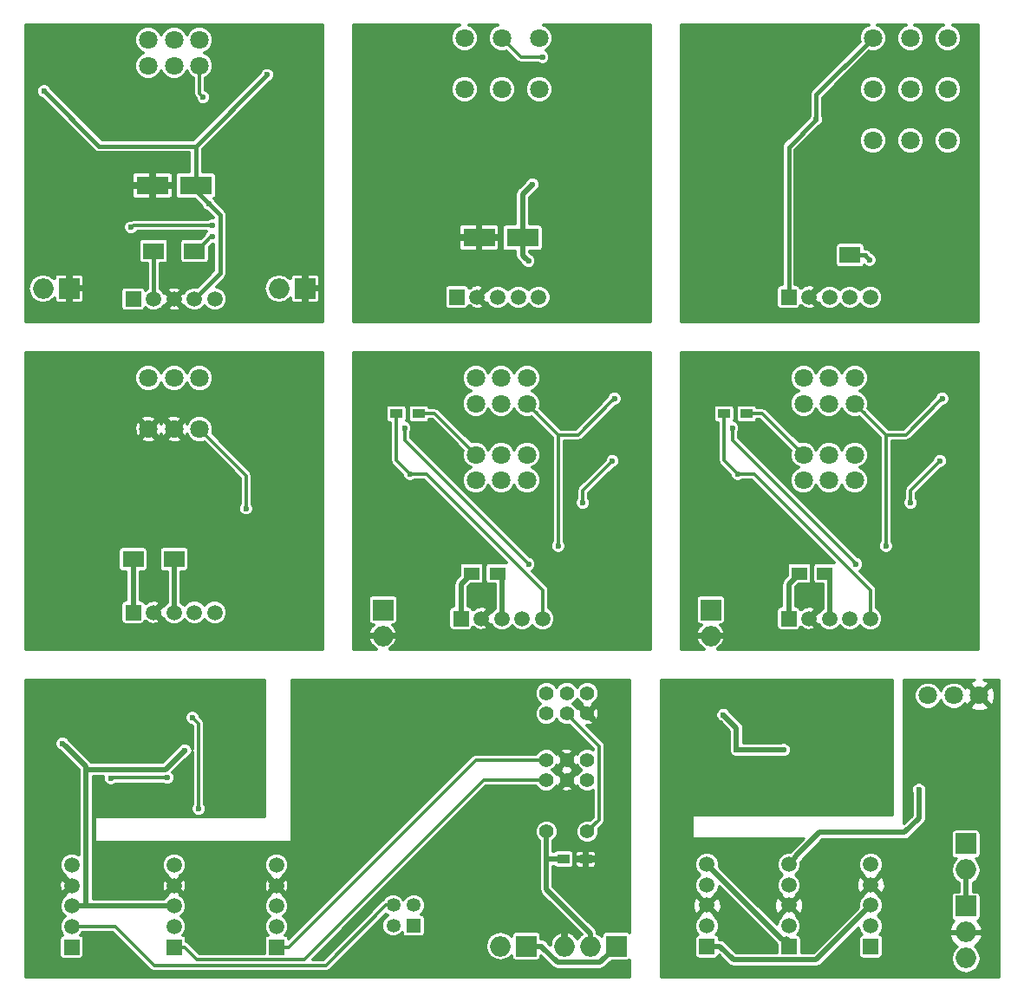
<source format=gbl>
%MOIN*%
%OFA0B0*%
%FSLAX46Y46*%
%IPPOS*%
%LPD*%
%ADD10C,0.0039370078740157488*%
%ADD11C,0.070866141732283464*%
%ADD12R,0.124X0.0709*%
%ADD13R,0.059055118110236227X0.059055118110236227*%
%ADD14C,0.059055118110236227*%
%ADD15C,0.023622047244094488*%
%ADD16C,0.01968503937007874*%
%ADD17C,0.011811023622047244*%
%ADD28C,0.0039370078740157488*%
%ADD29O,0.0787X0.0787*%
%ADD30R,0.0787X0.0787*%
%ADD31C,0.070866141732283464*%
%ADD32R,0.124X0.0709*%
%ADD33R,0.07874015748031496X0.062992125984251982*%
%ADD34R,0.059055118110236227X0.059055118110236227*%
%ADD35C,0.059055118110236227*%
%ADD36C,0.023622047244094488*%
%ADD37C,0.011811023622047244*%
%ADD38C,0.015748031496062995*%
%ADD39C,0.0039370078740157488*%
%ADD40C,0.070866141732283464*%
%ADD41R,0.059055118110236227X0.059055118110236227*%
%ADD42C,0.059055118110236227*%
%ADD43O,0.0787X0.0787*%
%ADD44R,0.0787X0.0787*%
%ADD45R,0.047244094488188976X0.035433070866141732*%
%ADD46R,0.059055118110236227X0.049212598425196853*%
%ADD47C,0.023622047244094488*%
%ADD48C,0.011811023622047244*%
%ADD49C,0.01968503937007874*%
%ADD50C,0.0039370078740157488*%
%ADD51C,0.070866141732283464*%
%ADD52R,0.059055118110236227X0.059055118110236227*%
%ADD53C,0.059055118110236227*%
%ADD54O,0.0787X0.0787*%
%ADD55R,0.0787X0.0787*%
%ADD56R,0.047244094488188976X0.035433070866141732*%
%ADD57R,0.059055118110236227X0.049212598425196853*%
%ADD58C,0.023622047244094488*%
%ADD59C,0.011811023622047244*%
%ADD60C,0.01968503937007874*%
%ADD61C,0.0039370078740157488*%
%ADD62R,0.07874015748031496X0.062992125984251982*%
%ADD63R,0.059055118110236227X0.059055118110236227*%
%ADD64C,0.059055118110236227*%
%ADD65C,0.070866141732283464*%
%ADD66C,0.023622047244094488*%
%ADD67C,0.01968503937007874*%
%ADD68C,0.011811023622047244*%
%ADD69C,0.0039370078740157488*%
%ADD70C,0.070866141732283464*%
%ADD71R,0.059055118110236227X0.059055118110236227*%
%ADD72C,0.059055118110236227*%
%ADD73R,0.07874015748031496X0.062992125984251982*%
%ADD74C,0.023622047244094488*%
%ADD75C,0.015748031496062995*%
%ADD76C,0.011811023622047244*%
%ADD77C,0.0039370078740157488*%
%ADD78C,0.070866141732283464*%
%ADD79R,0.059055118110236227X0.059055118110236227*%
%ADD80C,0.059055118110236227*%
%ADD81O,0.0787X0.0787*%
%ADD82R,0.0787X0.0787*%
%ADD83C,0.023622047244094488*%
%ADD84C,0.01968503937007874*%
%ADD85C,0.01*%
%ADD86C,0.0039370078740157488*%
%ADD87O,0.0787X0.0787*%
%ADD88R,0.0787X0.0787*%
%ADD89R,0.053149606299212608X0.053149606299212608*%
%ADD90C,0.053149606299212608*%
%ADD91R,0.059055118110236227X0.059055118110236227*%
%ADD92C,0.059055118110236227*%
%ADD93R,0.047244094488188976X0.035433070866141732*%
%ADD94C,0.055118110236220472*%
%ADD95C,0.023622047244094488*%
%ADD96C,0.011811023622047244*%
%ADD97C,0.01968503937007874*%
G01G01*
D10*
D11*
X-0005433070Y0006377952D02*
X0001994094Y0003629921D03*
X0001850393Y0003629921D03*
X0001706692Y0003629921D03*
X0001994094Y0003433070D03*
X0001850393Y0003433070D03*
X0001706692Y0003433070D03*
D12*
X0001762756Y0002862204D03*
X0001930156Y0002862204D03*
D13*
X0001677165Y0002633858D03*
D14*
X0001755905Y0002633858D03*
X0001834645Y0002633858D03*
X0001913385Y0002633858D03*
X0001992125Y0002633858D03*
D15*
X0001968503Y0003066929D03*
X0001952755Y0002771653D03*
X0001727401Y0003002157D03*
X0002006271Y0003557086D03*
D16*
X0001956692Y0003055118D02*
X0001968503Y0003066929D01*
X0001930156Y0003028581D02*
X0001956692Y0003055118D01*
X0001930156Y0002862204D02*
X0001930156Y0003028581D01*
X0001940944Y0002783464D02*
X0001952755Y0002771653D01*
X0001930157Y0002794251D02*
X0001940944Y0002783464D01*
X0001930157Y0002862204D02*
X0001930157Y0002794251D01*
D17*
X0001923228Y0003557086D02*
X0002006271Y0003557086D01*
X0001850393Y0003629921D02*
X0001923228Y0003557086D01*
G36*
X0001676625Y0003675005D02*
X0001661661Y0003660067D01*
X0001653552Y0003640539D01*
X0001653534Y0003619395D01*
X0001661608Y0003599853D01*
X0001676546Y0003584889D01*
X0001696074Y0003576780D01*
X0001717218Y0003576762D01*
X0001736760Y0003584836D01*
X0001751724Y0003599775D01*
X0001759833Y0003619302D01*
X0001759851Y0003640446D01*
X0001751777Y0003659988D01*
X0001736839Y0003674953D01*
X0001724400Y0003680118D01*
X0001832699Y0003680118D01*
X0001820326Y0003675005D01*
X0001805361Y0003660067D01*
X0001797253Y0003640539D01*
X0001797234Y0003619395D01*
X0001805309Y0003599853D01*
X0001820247Y0003584889D01*
X0001839775Y0003576780D01*
X0001860919Y0003576762D01*
X0001867448Y0003579460D01*
X0001906525Y0003540383D01*
X0001914188Y0003535262D01*
X0001923228Y0003533464D01*
X0001988130Y0003533464D01*
X0001989523Y0003532068D01*
X0002000372Y0003527564D01*
X0002012119Y0003527553D01*
X0002022975Y0003532039D01*
X0002031289Y0003540338D01*
X0002035794Y0003551187D01*
X0002035804Y0003562934D01*
X0002031318Y0003573790D01*
X0002023019Y0003582104D01*
X0002020290Y0003583237D01*
X0002024162Y0003584836D01*
X0002039126Y0003599775D01*
X0002047234Y0003619302D01*
X0002047253Y0003640446D01*
X0002039178Y0003659988D01*
X0002024240Y0003674953D01*
X0002011801Y0003680118D01*
X0002420275Y0003680118D01*
X0002420275Y0002540354D01*
X0001280511Y0002540354D01*
X0001280511Y0002663385D01*
X0001629574Y0002663385D01*
X0001629574Y0002604330D01*
X0001630809Y0002597765D01*
X0001634689Y0002591735D01*
X0001640610Y0002587690D01*
X0001647637Y0002586267D01*
X0001706692Y0002586267D01*
X0001713258Y0002587502D01*
X0001719288Y0002591382D01*
X0001723333Y0002597302D01*
X0001723530Y0002598274D01*
X0001726102Y0002595703D01*
X0001729435Y0002599036D01*
X0001732583Y0002591711D01*
X0001750487Y0002585994D01*
X0001769216Y0002587564D01*
X0001779227Y0002591711D01*
X0001782375Y0002599036D01*
X0001755905Y0002625506D01*
X0001755348Y0002624949D01*
X0001746997Y0002633301D01*
X0001747553Y0002633858D01*
X0001764257Y0002633858D01*
X0001790727Y0002607388D01*
X0001793901Y0002608751D01*
X0001794570Y0002607131D01*
X0001807849Y0002593830D01*
X0001825206Y0002586622D01*
X0001844001Y0002586606D01*
X0001861372Y0002593783D01*
X0001874026Y0002606415D01*
X0001886589Y0002593830D01*
X0001903947Y0002586622D01*
X0001922742Y0002586606D01*
X0001940112Y0002593783D01*
X0001952766Y0002606415D01*
X0001965329Y0002593830D01*
X0001982687Y0002586622D01*
X0002001482Y0002586606D01*
X0002018852Y0002593783D01*
X0002032154Y0002607061D01*
X0002039361Y0002624419D01*
X0002039378Y0002643214D01*
X0002032200Y0002660584D01*
X0002018922Y0002673886D01*
X0002001564Y0002681094D01*
X0001982769Y0002681110D01*
X0001965399Y0002673933D01*
X0001952745Y0002661301D01*
X0001940182Y0002673886D01*
X0001922824Y0002681094D01*
X0001904029Y0002681110D01*
X0001886659Y0002673933D01*
X0001874005Y0002661301D01*
X0001861442Y0002673886D01*
X0001844084Y0002681094D01*
X0001825289Y0002681110D01*
X0001807919Y0002673933D01*
X0001794617Y0002660654D01*
X0001793913Y0002658959D01*
X0001790727Y0002660328D01*
X0001764257Y0002633858D01*
X0001747553Y0002633858D01*
X0001746997Y0002634415D01*
X0001755348Y0002642766D01*
X0001755905Y0002642209D01*
X0001782375Y0002668680D01*
X0001779227Y0002676005D01*
X0001761323Y0002681722D01*
X0001742594Y0002680152D01*
X0001732583Y0002676005D01*
X0001729435Y0002668680D01*
X0001726102Y0002672013D01*
X0001723603Y0002669514D01*
X0001723521Y0002669951D01*
X0001719641Y0002675981D01*
X0001713720Y0002680026D01*
X0001706692Y0002681449D01*
X0001647637Y0002681449D01*
X0001641072Y0002680214D01*
X0001635042Y0002676333D01*
X0001630997Y0002670413D01*
X0001629574Y0002663385D01*
X0001280511Y0002663385D01*
X0001280511Y0002851870D01*
X0001683040Y0002851870D01*
X0001683040Y0002823230D01*
X0001685737Y0002816719D01*
X0001690721Y0002811735D01*
X0001697232Y0002809038D01*
X0001752422Y0002809038D01*
X0001756851Y0002813467D01*
X0001756851Y0002856299D01*
X0001768662Y0002856299D01*
X0001768662Y0002813467D01*
X0001773091Y0002809038D01*
X0001828280Y0002809038D01*
X0001834792Y0002811735D01*
X0001839776Y0002816719D01*
X0001842473Y0002823230D01*
X0001842473Y0002851870D01*
X0001838044Y0002856299D01*
X0001768662Y0002856299D01*
X0001756851Y0002856299D01*
X0001687469Y0002856299D01*
X0001683040Y0002851870D01*
X0001280511Y0002851870D01*
X0001280511Y0002901178D01*
X0001683040Y0002901178D01*
X0001683040Y0002872539D01*
X0001687469Y0002868110D01*
X0001756851Y0002868110D01*
X0001756851Y0002910942D01*
X0001768662Y0002910942D01*
X0001768662Y0002868110D01*
X0001838044Y0002868110D01*
X0001842473Y0002872539D01*
X0001842473Y0002897654D01*
X0001850093Y0002897654D01*
X0001850093Y0002826754D01*
X0001851328Y0002820189D01*
X0001855208Y0002814159D01*
X0001861128Y0002810114D01*
X0001868156Y0002808691D01*
X0001902598Y0002808691D01*
X0001902598Y0002794251D01*
X0001904696Y0002783705D01*
X0001910670Y0002774764D01*
X0001925753Y0002759681D01*
X0001927709Y0002754949D01*
X0001936008Y0002746635D01*
X0001946856Y0002742131D01*
X0001958603Y0002742120D01*
X0001969460Y0002746606D01*
X0001977773Y0002754905D01*
X0001982278Y0002765754D01*
X0001982288Y0002777501D01*
X0001977802Y0002788357D01*
X0001969503Y0002796671D01*
X0001964730Y0002798653D01*
X0001957716Y0002805667D01*
X0001957716Y0002808691D01*
X0001992156Y0002808691D01*
X0001998722Y0002809926D01*
X0002004751Y0002813806D01*
X0002008797Y0002819726D01*
X0002010220Y0002826754D01*
X0002010220Y0002897654D01*
X0002008984Y0002904220D01*
X0002005104Y0002910249D01*
X0001999184Y0002914295D01*
X0001992156Y0002915718D01*
X0001957715Y0002915718D01*
X0001957715Y0003017166D01*
X0001976180Y0003035630D01*
X0001976180Y0003035630D01*
X0001980476Y0003039927D01*
X0001985208Y0003041882D01*
X0001993521Y0003050181D01*
X0001998026Y0003061029D01*
X0001998036Y0003072776D01*
X0001993550Y0003083633D01*
X0001985251Y0003091946D01*
X0001974403Y0003096451D01*
X0001962656Y0003096461D01*
X0001951799Y0003091975D01*
X0001943486Y0003083676D01*
X0001941504Y0003078903D01*
X0001937205Y0003074605D01*
X0001937205Y0003074605D01*
X0001910669Y0003048069D01*
X0001904695Y0003039128D01*
X0001904695Y0003039128D01*
X0001902597Y0003028581D01*
X0001902597Y0002915718D01*
X0001868156Y0002915718D01*
X0001861591Y0002914482D01*
X0001855561Y0002910602D01*
X0001851516Y0002904682D01*
X0001850093Y0002897654D01*
X0001842473Y0002897654D01*
X0001842473Y0002901178D01*
X0001839776Y0002907690D01*
X0001834792Y0002912674D01*
X0001828280Y0002915371D01*
X0001773091Y0002915371D01*
X0001768662Y0002910942D01*
X0001756851Y0002910942D01*
X0001752422Y0002915371D01*
X0001697232Y0002915371D01*
X0001690721Y0002912674D01*
X0001685737Y0002907690D01*
X0001683040Y0002901178D01*
X0001280511Y0002901178D01*
X0001280511Y0003422545D01*
X0001653534Y0003422545D01*
X0001661608Y0003403003D01*
X0001676546Y0003388039D01*
X0001696074Y0003379930D01*
X0001717218Y0003379912D01*
X0001736760Y0003387986D01*
X0001751724Y0003402924D01*
X0001759833Y0003422452D01*
X0001759833Y0003422545D01*
X0001797234Y0003422545D01*
X0001805309Y0003403003D01*
X0001820247Y0003388039D01*
X0001839775Y0003379930D01*
X0001860919Y0003379912D01*
X0001880461Y0003387986D01*
X0001895425Y0003402924D01*
X0001903534Y0003422452D01*
X0001903534Y0003422545D01*
X0001940935Y0003422545D01*
X0001949010Y0003403003D01*
X0001963948Y0003388039D01*
X0001983475Y0003379930D01*
X0002004620Y0003379912D01*
X0002024162Y0003387986D01*
X0002039126Y0003402924D01*
X0002047234Y0003422452D01*
X0002047253Y0003443596D01*
X0002039178Y0003463138D01*
X0002024240Y0003478102D01*
X0002004712Y0003486211D01*
X0001983568Y0003486229D01*
X0001964026Y0003478155D01*
X0001949062Y0003463217D01*
X0001940954Y0003443689D01*
X0001940935Y0003422545D01*
X0001903534Y0003422545D01*
X0001903552Y0003443596D01*
X0001895477Y0003463138D01*
X0001880539Y0003478102D01*
X0001861012Y0003486211D01*
X0001839867Y0003486229D01*
X0001820326Y0003478155D01*
X0001805361Y0003463217D01*
X0001797253Y0003443689D01*
X0001797234Y0003422545D01*
X0001759833Y0003422545D01*
X0001759851Y0003443596D01*
X0001751777Y0003463138D01*
X0001736839Y0003478102D01*
X0001717311Y0003486211D01*
X0001696167Y0003486229D01*
X0001676625Y0003478155D01*
X0001661661Y0003463217D01*
X0001653552Y0003443689D01*
X0001653534Y0003422545D01*
X0001280511Y0003422545D01*
X0001280511Y0003680118D01*
X0001688998Y0003680118D01*
X0001676625Y0003675005D01*
X0001676625Y0003675005D01*
G37*
X0001676625Y0003675005D02*
X0001661661Y0003660067D01*
X0001653552Y0003640539D01*
X0001653534Y0003619395D01*
X0001661608Y0003599853D01*
X0001676546Y0003584889D01*
X0001696074Y0003576780D01*
X0001717218Y0003576762D01*
X0001736760Y0003584836D01*
X0001751724Y0003599775D01*
X0001759833Y0003619302D01*
X0001759851Y0003640446D01*
X0001751777Y0003659988D01*
X0001736839Y0003674953D01*
X0001724400Y0003680118D01*
X0001832699Y0003680118D01*
X0001820326Y0003675005D01*
X0001805361Y0003660067D01*
X0001797253Y0003640539D01*
X0001797234Y0003619395D01*
X0001805309Y0003599853D01*
X0001820247Y0003584889D01*
X0001839775Y0003576780D01*
X0001860919Y0003576762D01*
X0001867448Y0003579460D01*
X0001906525Y0003540383D01*
X0001914188Y0003535262D01*
X0001923228Y0003533464D01*
X0001988130Y0003533464D01*
X0001989523Y0003532068D01*
X0002000372Y0003527564D01*
X0002012119Y0003527553D01*
X0002022975Y0003532039D01*
X0002031289Y0003540338D01*
X0002035794Y0003551187D01*
X0002035804Y0003562934D01*
X0002031318Y0003573790D01*
X0002023019Y0003582104D01*
X0002020290Y0003583237D01*
X0002024162Y0003584836D01*
X0002039126Y0003599775D01*
X0002047234Y0003619302D01*
X0002047253Y0003640446D01*
X0002039178Y0003659988D01*
X0002024240Y0003674953D01*
X0002011801Y0003680118D01*
X0002420275Y0003680118D01*
X0002420275Y0002540354D01*
X0001280511Y0002540354D01*
X0001280511Y0002663385D01*
X0001629574Y0002663385D01*
X0001629574Y0002604330D01*
X0001630809Y0002597765D01*
X0001634689Y0002591735D01*
X0001640610Y0002587690D01*
X0001647637Y0002586267D01*
X0001706692Y0002586267D01*
X0001713258Y0002587502D01*
X0001719288Y0002591382D01*
X0001723333Y0002597302D01*
X0001723530Y0002598274D01*
X0001726102Y0002595703D01*
X0001729435Y0002599036D01*
X0001732583Y0002591711D01*
X0001750487Y0002585994D01*
X0001769216Y0002587564D01*
X0001779227Y0002591711D01*
X0001782375Y0002599036D01*
X0001755905Y0002625506D01*
X0001755348Y0002624949D01*
X0001746997Y0002633301D01*
X0001747553Y0002633858D01*
X0001764257Y0002633858D01*
X0001790727Y0002607388D01*
X0001793901Y0002608751D01*
X0001794570Y0002607131D01*
X0001807849Y0002593830D01*
X0001825206Y0002586622D01*
X0001844001Y0002586606D01*
X0001861372Y0002593783D01*
X0001874026Y0002606415D01*
X0001886589Y0002593830D01*
X0001903947Y0002586622D01*
X0001922742Y0002586606D01*
X0001940112Y0002593783D01*
X0001952766Y0002606415D01*
X0001965329Y0002593830D01*
X0001982687Y0002586622D01*
X0002001482Y0002586606D01*
X0002018852Y0002593783D01*
X0002032154Y0002607061D01*
X0002039361Y0002624419D01*
X0002039378Y0002643214D01*
X0002032200Y0002660584D01*
X0002018922Y0002673886D01*
X0002001564Y0002681094D01*
X0001982769Y0002681110D01*
X0001965399Y0002673933D01*
X0001952745Y0002661301D01*
X0001940182Y0002673886D01*
X0001922824Y0002681094D01*
X0001904029Y0002681110D01*
X0001886659Y0002673933D01*
X0001874005Y0002661301D01*
X0001861442Y0002673886D01*
X0001844084Y0002681094D01*
X0001825289Y0002681110D01*
X0001807919Y0002673933D01*
X0001794617Y0002660654D01*
X0001793913Y0002658959D01*
X0001790727Y0002660328D01*
X0001764257Y0002633858D01*
X0001747553Y0002633858D01*
X0001746997Y0002634415D01*
X0001755348Y0002642766D01*
X0001755905Y0002642209D01*
X0001782375Y0002668680D01*
X0001779227Y0002676005D01*
X0001761323Y0002681722D01*
X0001742594Y0002680152D01*
X0001732583Y0002676005D01*
X0001729435Y0002668680D01*
X0001726102Y0002672013D01*
X0001723603Y0002669514D01*
X0001723521Y0002669951D01*
X0001719641Y0002675981D01*
X0001713720Y0002680026D01*
X0001706692Y0002681449D01*
X0001647637Y0002681449D01*
X0001641072Y0002680214D01*
X0001635042Y0002676333D01*
X0001630997Y0002670413D01*
X0001629574Y0002663385D01*
X0001280511Y0002663385D01*
X0001280511Y0002851870D01*
X0001683040Y0002851870D01*
X0001683040Y0002823230D01*
X0001685737Y0002816719D01*
X0001690721Y0002811735D01*
X0001697232Y0002809038D01*
X0001752422Y0002809038D01*
X0001756851Y0002813467D01*
X0001756851Y0002856299D01*
X0001768662Y0002856299D01*
X0001768662Y0002813467D01*
X0001773091Y0002809038D01*
X0001828280Y0002809038D01*
X0001834792Y0002811735D01*
X0001839776Y0002816719D01*
X0001842473Y0002823230D01*
X0001842473Y0002851870D01*
X0001838044Y0002856299D01*
X0001768662Y0002856299D01*
X0001756851Y0002856299D01*
X0001687469Y0002856299D01*
X0001683040Y0002851870D01*
X0001280511Y0002851870D01*
X0001280511Y0002901178D01*
X0001683040Y0002901178D01*
X0001683040Y0002872539D01*
X0001687469Y0002868110D01*
X0001756851Y0002868110D01*
X0001756851Y0002910942D01*
X0001768662Y0002910942D01*
X0001768662Y0002868110D01*
X0001838044Y0002868110D01*
X0001842473Y0002872539D01*
X0001842473Y0002897654D01*
X0001850093Y0002897654D01*
X0001850093Y0002826754D01*
X0001851328Y0002820189D01*
X0001855208Y0002814159D01*
X0001861128Y0002810114D01*
X0001868156Y0002808691D01*
X0001902598Y0002808691D01*
X0001902598Y0002794251D01*
X0001904696Y0002783705D01*
X0001910670Y0002774764D01*
X0001925753Y0002759681D01*
X0001927709Y0002754949D01*
X0001936008Y0002746635D01*
X0001946856Y0002742131D01*
X0001958603Y0002742120D01*
X0001969460Y0002746606D01*
X0001977773Y0002754905D01*
X0001982278Y0002765754D01*
X0001982288Y0002777501D01*
X0001977802Y0002788357D01*
X0001969503Y0002796671D01*
X0001964730Y0002798653D01*
X0001957716Y0002805667D01*
X0001957716Y0002808691D01*
X0001992156Y0002808691D01*
X0001998722Y0002809926D01*
X0002004751Y0002813806D01*
X0002008797Y0002819726D01*
X0002010220Y0002826754D01*
X0002010220Y0002897654D01*
X0002008984Y0002904220D01*
X0002005104Y0002910249D01*
X0001999184Y0002914295D01*
X0001992156Y0002915718D01*
X0001957715Y0002915718D01*
X0001957715Y0003017166D01*
X0001976180Y0003035630D01*
X0001976180Y0003035630D01*
X0001980476Y0003039927D01*
X0001985208Y0003041882D01*
X0001993521Y0003050181D01*
X0001998026Y0003061029D01*
X0001998036Y0003072776D01*
X0001993550Y0003083633D01*
X0001985251Y0003091946D01*
X0001974403Y0003096451D01*
X0001962656Y0003096461D01*
X0001951799Y0003091975D01*
X0001943486Y0003083676D01*
X0001941504Y0003078903D01*
X0001937205Y0003074605D01*
X0001937205Y0003074605D01*
X0001910669Y0003048069D01*
X0001904695Y0003039128D01*
X0001904695Y0003039128D01*
X0001902597Y0003028581D01*
X0001902597Y0002915718D01*
X0001868156Y0002915718D01*
X0001861591Y0002914482D01*
X0001855561Y0002910602D01*
X0001851516Y0002904682D01*
X0001850093Y0002897654D01*
X0001842473Y0002897654D01*
X0001842473Y0002901178D01*
X0001839776Y0002907690D01*
X0001834792Y0002912674D01*
X0001828280Y0002915371D01*
X0001773091Y0002915371D01*
X0001768662Y0002910942D01*
X0001756851Y0002910942D01*
X0001752422Y0002915371D01*
X0001697232Y0002915371D01*
X0001690721Y0002912674D01*
X0001685737Y0002907690D01*
X0001683040Y0002901178D01*
X0001280511Y0002901178D01*
X0001280511Y0003422545D01*
X0001653534Y0003422545D01*
X0001661608Y0003403003D01*
X0001676546Y0003388039D01*
X0001696074Y0003379930D01*
X0001717218Y0003379912D01*
X0001736760Y0003387986D01*
X0001751724Y0003402924D01*
X0001759833Y0003422452D01*
X0001759833Y0003422545D01*
X0001797234Y0003422545D01*
X0001805309Y0003403003D01*
X0001820247Y0003388039D01*
X0001839775Y0003379930D01*
X0001860919Y0003379912D01*
X0001880461Y0003387986D01*
X0001895425Y0003402924D01*
X0001903534Y0003422452D01*
X0001903534Y0003422545D01*
X0001940935Y0003422545D01*
X0001949010Y0003403003D01*
X0001963948Y0003388039D01*
X0001983475Y0003379930D01*
X0002004620Y0003379912D01*
X0002024162Y0003387986D01*
X0002039126Y0003402924D01*
X0002047234Y0003422452D01*
X0002047253Y0003443596D01*
X0002039178Y0003463138D01*
X0002024240Y0003478102D01*
X0002004712Y0003486211D01*
X0001983568Y0003486229D01*
X0001964026Y0003478155D01*
X0001949062Y0003463217D01*
X0001940954Y0003443689D01*
X0001940935Y0003422545D01*
X0001903534Y0003422545D01*
X0001903552Y0003443596D01*
X0001895477Y0003463138D01*
X0001880539Y0003478102D01*
X0001861012Y0003486211D01*
X0001839867Y0003486229D01*
X0001820326Y0003478155D01*
X0001805361Y0003463217D01*
X0001797253Y0003443689D01*
X0001797234Y0003422545D01*
X0001759833Y0003422545D01*
X0001759851Y0003443596D01*
X0001751777Y0003463138D01*
X0001736839Y0003478102D01*
X0001717311Y0003486211D01*
X0001696167Y0003486229D01*
X0001676625Y0003478155D01*
X0001661661Y0003463217D01*
X0001653552Y0003443689D01*
X0001653534Y0003422545D01*
X0001280511Y0003422545D01*
X0001280511Y0003680118D01*
X0001688998Y0003680118D01*
X0001676625Y0003675005D01*
G04 next file*
G04 Gerber Fmt 4.6, Leading zero omitted, Abs format (unit mm)*
G04 Created by KiCad (PCBNEW 4.0.4-1.fc24-product) date Thu Jan 11 10:53:59 2018*
G01G01*
G04 APERTURE LIST*
G04 APERTURE END LIST*
D28*
D29*
X-0005354330Y0006377952D02*
X0000087007Y0002667322D03*
D30*
X0000187007Y0002667322D03*
D29*
X0000994094Y0002667322D03*
D30*
X0001094094Y0002667322D03*
D31*
X0000688976Y0003622047D03*
X0000590551Y0003622047D03*
X0000492125Y0003622047D03*
X0000688976Y0003523622D03*
X0000590551Y0003523622D03*
X0000492125Y0003523622D03*
D32*
X0000506851Y0003062992D03*
X0000674251Y0003062992D03*
D33*
X0000669291Y0002811023D03*
X0000511811Y0002811023D03*
D34*
X0000433070Y0002625984D03*
D35*
X0000511811Y0002625984D03*
X0000590551Y0002625984D03*
X0000669291Y0002625984D03*
X0000748031Y0002625984D03*
D36*
X0000702259Y0003401850D03*
X0000374015Y0003114173D03*
X0000917322Y0003110236D03*
X0000944881Y0002874015D03*
X0000468503Y0002952755D03*
X0000246062Y0002883858D03*
X0000090551Y0003425196D03*
X0000948818Y0003488188D03*
X0000723858Y0002992354D03*
X0000425196Y0002901574D03*
X0000736220Y0002909448D03*
X0000736220Y0002866141D03*
D37*
X0000688976Y0003415133D02*
X0000702259Y0003401850D01*
X0000688976Y0003523622D02*
X0000688976Y0003415133D01*
D38*
X0000511811Y0002625984D02*
X0000511811Y0002811023D01*
X0000302125Y0003213622D02*
X0000090551Y0003425196D01*
X0000674251Y0003213622D02*
X0000302125Y0003213622D01*
X0000674251Y0003213622D02*
X0000948818Y0003488188D01*
X0000674251Y0003213622D02*
X0000674251Y0003062992D01*
X0000723858Y0002994633D02*
X0000723858Y0002993496D01*
X0000721889Y0002994633D02*
X0000723858Y0002994633D01*
X0000674251Y0003042283D02*
X0000721889Y0002994633D01*
X0000674251Y0003062992D02*
X0000674251Y0003042283D01*
X0000723858Y0002993496D02*
X0000723858Y0002992354D01*
X0000768070Y0002724748D02*
X0000669291Y0002625984D01*
X0000768070Y0002949299D02*
X0000768070Y0002724748D01*
X0000723858Y0002993496D02*
X0000768070Y0002949299D01*
D37*
X0000433070Y0002909448D02*
X0000425196Y0002901574D01*
X0000736220Y0002909448D02*
X0000433070Y0002909448D01*
X0000732283Y0002866141D02*
X0000736220Y0002866141D01*
X0000677165Y0002811023D02*
X0000732283Y0002866141D01*
X0000669291Y0002811023D02*
X0000677165Y0002811023D01*
G36*
X0001160433Y0002540354D02*
X0000020669Y0002540354D01*
X0000020669Y0002667322D01*
X0000028823Y0002667322D01*
X0000033167Y0002645484D01*
X0000045537Y0002626970D01*
X0000064051Y0002614600D01*
X0000085889Y0002610256D01*
X0000088125Y0002610256D01*
X0000109964Y0002614600D01*
X0000128477Y0002626970D01*
X0000129941Y0002629160D01*
X0000129941Y0002624448D01*
X0000132638Y0002617937D01*
X0000137622Y0002612953D01*
X0000144133Y0002610256D01*
X0000176673Y0002610256D01*
X0000181102Y0002614685D01*
X0000181102Y0002661417D01*
X0000192913Y0002661417D01*
X0000192913Y0002614685D01*
X0000197342Y0002610256D01*
X0000229881Y0002610256D01*
X0000236393Y0002612953D01*
X0000241377Y0002617937D01*
X0000244074Y0002624448D01*
X0000244074Y0002655511D01*
X0000385479Y0002655511D01*
X0000385479Y0002596456D01*
X0000386715Y0002589891D01*
X0000390595Y0002583861D01*
X0000396515Y0002579816D01*
X0000403543Y0002578393D01*
X0000462598Y0002578393D01*
X0000469163Y0002579628D01*
X0000475193Y0002583508D01*
X0000479238Y0002589428D01*
X0000479628Y0002591351D01*
X0000485014Y0002585956D01*
X0000502372Y0002578748D01*
X0000521167Y0002578732D01*
X0000538537Y0002585909D01*
X0000543799Y0002591162D01*
X0000564080Y0002591162D01*
X0000567228Y0002583836D01*
X0000585133Y0002578120D01*
X0000603862Y0002579690D01*
X0000613873Y0002583836D01*
X0000617021Y0002591162D01*
X0000590551Y0002617632D01*
X0000564080Y0002591162D01*
X0000543799Y0002591162D01*
X0000551839Y0002599187D01*
X0000552543Y0002600883D01*
X0000555729Y0002599514D01*
X0000582199Y0002625984D01*
X0000555729Y0002652454D01*
X0000552555Y0002651090D01*
X0000551885Y0002652710D01*
X0000543804Y0002660806D01*
X0000564080Y0002660806D01*
X0000590551Y0002634335D01*
X0000617021Y0002660806D01*
X0000613873Y0002668131D01*
X0000595968Y0002673848D01*
X0000577239Y0002672278D01*
X0000567228Y0002668131D01*
X0000564080Y0002660806D01*
X0000543804Y0002660806D01*
X0000538607Y0002666012D01*
X0000537401Y0002666513D01*
X0000537401Y0002761463D01*
X0000551181Y0002761463D01*
X0000557746Y0002762699D01*
X0000563776Y0002766579D01*
X0000567821Y0002772499D01*
X0000569244Y0002779527D01*
X0000569244Y0002842519D01*
X0000568009Y0002849085D01*
X0000564129Y0002855114D01*
X0000558208Y0002859160D01*
X0000551181Y0002860583D01*
X0000472440Y0002860583D01*
X0000465875Y0002859347D01*
X0000459845Y0002855467D01*
X0000455800Y0002849547D01*
X0000454377Y0002842519D01*
X0000454377Y0002779527D01*
X0000455612Y0002772962D01*
X0000459492Y0002766932D01*
X0000465413Y0002762887D01*
X0000472440Y0002761463D01*
X0000486220Y0002761463D01*
X0000486220Y0002666528D01*
X0000485084Y0002666059D01*
X0000479690Y0002660674D01*
X0000479426Y0002662077D01*
X0000475546Y0002668107D01*
X0000469626Y0002672152D01*
X0000462598Y0002673575D01*
X0000403543Y0002673575D01*
X0000396977Y0002672340D01*
X0000390948Y0002668459D01*
X0000386902Y0002662539D01*
X0000385479Y0002655511D01*
X0000244074Y0002655511D01*
X0000244074Y0002656988D01*
X0000239645Y0002661417D01*
X0000192913Y0002661417D01*
X0000181102Y0002661417D01*
X0000180314Y0002661417D01*
X0000180314Y0002673228D01*
X0000181102Y0002673228D01*
X0000181102Y0002719960D01*
X0000192913Y0002719960D01*
X0000192913Y0002673228D01*
X0000239645Y0002673228D01*
X0000244074Y0002677657D01*
X0000244074Y0002710196D01*
X0000241377Y0002716708D01*
X0000236393Y0002721692D01*
X0000229881Y0002724389D01*
X0000197342Y0002724389D01*
X0000192913Y0002719960D01*
X0000181102Y0002719960D01*
X0000176673Y0002724389D01*
X0000144133Y0002724389D01*
X0000137622Y0002721692D01*
X0000132638Y0002716708D01*
X0000129941Y0002710196D01*
X0000129941Y0002705484D01*
X0000128477Y0002707674D01*
X0000109964Y0002720045D01*
X0000088125Y0002724389D01*
X0000085889Y0002724389D01*
X0000064051Y0002720045D01*
X0000045537Y0002707674D01*
X0000033167Y0002689161D01*
X0000028823Y0002667322D01*
X0000020669Y0002667322D01*
X0000020669Y0003052657D01*
X0000427134Y0003052657D01*
X0000427134Y0003024018D01*
X0000429831Y0003017506D01*
X0000434815Y0003012522D01*
X0000441327Y0003009825D01*
X0000496516Y0003009825D01*
X0000500945Y0003014254D01*
X0000500945Y0003057086D01*
X0000512756Y0003057086D01*
X0000512756Y0003014254D01*
X0000517185Y0003009825D01*
X0000572375Y0003009825D01*
X0000578886Y0003012522D01*
X0000583870Y0003017506D01*
X0000586567Y0003024018D01*
X0000586567Y0003052657D01*
X0000582138Y0003057086D01*
X0000512756Y0003057086D01*
X0000500945Y0003057086D01*
X0000431563Y0003057086D01*
X0000427134Y0003052657D01*
X0000020669Y0003052657D01*
X0000020669Y0003101966D01*
X0000427134Y0003101966D01*
X0000427134Y0003073326D01*
X0000431563Y0003068897D01*
X0000500945Y0003068897D01*
X0000500945Y0003111729D01*
X0000512756Y0003111729D01*
X0000512756Y0003068897D01*
X0000582138Y0003068897D01*
X0000586567Y0003073326D01*
X0000586567Y0003101966D01*
X0000583870Y0003108477D01*
X0000578886Y0003113461D01*
X0000572375Y0003116158D01*
X0000517185Y0003116158D01*
X0000512756Y0003111729D01*
X0000500945Y0003111729D01*
X0000496516Y0003116158D01*
X0000441327Y0003116158D01*
X0000434815Y0003113461D01*
X0000429831Y0003108477D01*
X0000427134Y0003101966D01*
X0000020669Y0003101966D01*
X0000020669Y0003419349D01*
X0000061018Y0003419349D01*
X0000065504Y0003408492D01*
X0000073803Y0003400179D01*
X0000083337Y0003396220D01*
X0000284030Y0003195526D01*
X0000292332Y0003189979D01*
X0000302125Y0003188031D01*
X0000648661Y0003188031D01*
X0000648661Y0003116505D01*
X0000612251Y0003116505D01*
X0000605685Y0003115270D01*
X0000599655Y0003111390D01*
X0000595610Y0003105469D01*
X0000594187Y0003098442D01*
X0000594187Y0003027542D01*
X0000595422Y0003020976D01*
X0000599302Y0003014946D01*
X0000605223Y0003010901D01*
X0000612251Y0003009478D01*
X0000670862Y0003009478D01*
X0000694675Y0002985659D01*
X0000698811Y0002975650D01*
X0000707110Y0002967336D01*
X0000717959Y0002962831D01*
X0000718336Y0002962831D01*
X0000742266Y0002938910D01*
X0000742119Y0002938971D01*
X0000730372Y0002938981D01*
X0000719516Y0002934495D01*
X0000718089Y0002933070D01*
X0000433070Y0002933070D01*
X0000424031Y0002931272D01*
X0000423777Y0002931103D01*
X0000419349Y0002931107D01*
X0000408492Y0002926621D01*
X0000400179Y0002918322D01*
X0000395674Y0002907473D01*
X0000395664Y0002895727D01*
X0000400150Y0002884870D01*
X0000408449Y0002876557D01*
X0000419297Y0002872052D01*
X0000431044Y0002872042D01*
X0000441901Y0002876527D01*
X0000450214Y0002884826D01*
X0000450629Y0002885826D01*
X0000714145Y0002885826D01*
X0000711202Y0002882889D01*
X0000708062Y0002875327D01*
X0000693318Y0002860583D01*
X0000629921Y0002860583D01*
X0000623355Y0002859347D01*
X0000617326Y0002855467D01*
X0000613280Y0002849547D01*
X0000611857Y0002842519D01*
X0000611857Y0002779527D01*
X0000613092Y0002772962D01*
X0000616973Y0002766932D01*
X0000622893Y0002762887D01*
X0000629921Y0002761463D01*
X0000708661Y0002761463D01*
X0000715226Y0002762699D01*
X0000721256Y0002766579D01*
X0000725301Y0002772499D01*
X0000726725Y0002779527D01*
X0000726725Y0002827176D01*
X0000736162Y0002836614D01*
X0000742068Y0002836609D01*
X0000742480Y0002836779D01*
X0000742480Y0002735349D01*
X0000679868Y0002672747D01*
X0000678730Y0002673220D01*
X0000659935Y0002673236D01*
X0000642564Y0002666059D01*
X0000629263Y0002652780D01*
X0000628559Y0002651085D01*
X0000625373Y0002652454D01*
X0000598902Y0002625984D01*
X0000625373Y0002599514D01*
X0000628546Y0002600877D01*
X0000629216Y0002599257D01*
X0000642494Y0002585956D01*
X0000659852Y0002578748D01*
X0000678647Y0002578732D01*
X0000696017Y0002585909D01*
X0000708671Y0002598541D01*
X0000721234Y0002585956D01*
X0000738592Y0002578748D01*
X0000757387Y0002578732D01*
X0000774758Y0002585909D01*
X0000788059Y0002599187D01*
X0000795267Y0002616545D01*
X0000795283Y0002635340D01*
X0000788106Y0002652710D01*
X0000774828Y0002666012D01*
X0000771672Y0002667322D01*
X0000935909Y0002667322D01*
X0000940253Y0002645484D01*
X0000952624Y0002626970D01*
X0000971138Y0002614600D01*
X0000992976Y0002610256D01*
X0000995212Y0002610256D01*
X0001017050Y0002614600D01*
X0001035564Y0002626970D01*
X0001037027Y0002629160D01*
X0001037027Y0002624448D01*
X0001039725Y0002617937D01*
X0001044708Y0002612953D01*
X0001051220Y0002610256D01*
X0001083759Y0002610256D01*
X0001088188Y0002614685D01*
X0001088188Y0002661417D01*
X0001099999Y0002661417D01*
X0001099999Y0002614685D01*
X0001104429Y0002610256D01*
X0001136968Y0002610256D01*
X0001143480Y0002612953D01*
X0001148463Y0002617937D01*
X0001151160Y0002624448D01*
X0001151160Y0002656988D01*
X0001146731Y0002661417D01*
X0001099999Y0002661417D01*
X0001088188Y0002661417D01*
X0001087401Y0002661417D01*
X0001087401Y0002673228D01*
X0001088188Y0002673228D01*
X0001088188Y0002719960D01*
X0001099999Y0002719960D01*
X0001099999Y0002673228D01*
X0001146731Y0002673228D01*
X0001151160Y0002677657D01*
X0001151160Y0002710196D01*
X0001148463Y0002716708D01*
X0001143480Y0002721692D01*
X0001136968Y0002724389D01*
X0001104429Y0002724389D01*
X0001099999Y0002719960D01*
X0001088188Y0002719960D01*
X0001083759Y0002724389D01*
X0001051220Y0002724389D01*
X0001044708Y0002721692D01*
X0001039725Y0002716708D01*
X0001037027Y0002710196D01*
X0001037027Y0002705484D01*
X0001035564Y0002707674D01*
X0001017050Y0002720045D01*
X0000995212Y0002724389D01*
X0000992976Y0002724389D01*
X0000971138Y0002720045D01*
X0000952624Y0002707674D01*
X0000940253Y0002689161D01*
X0000935909Y0002667322D01*
X0000771672Y0002667322D01*
X0000757470Y0002673220D01*
X0000752732Y0002673224D01*
X0000786164Y0002706651D01*
X0000786165Y0002706652D01*
X0000786166Y0002706652D01*
X0000788844Y0002710660D01*
X0000791712Y0002714953D01*
X0000791712Y0002714954D01*
X0000791713Y0002714954D01*
X0000792741Y0002720123D01*
X0000793661Y0002724745D01*
X0000793661Y0002724746D01*
X0000793661Y0002724748D01*
X0000793661Y0002949299D01*
X0000793660Y0002949301D01*
X0000793661Y0002949303D01*
X0000792717Y0002954045D01*
X0000791713Y0002959092D01*
X0000791712Y0002959094D01*
X0000791711Y0002959096D01*
X0000788887Y0002963321D01*
X0000786166Y0002967394D01*
X0000786164Y0002967395D01*
X0000786162Y0002967397D01*
X0000752013Y0003001534D01*
X0000748905Y0003009058D01*
X0000745517Y0003012451D01*
X0000748846Y0003014593D01*
X0000752891Y0003020514D01*
X0000754314Y0003027542D01*
X0000754314Y0003098442D01*
X0000753079Y0003105007D01*
X0000749199Y0003111037D01*
X0000743278Y0003115082D01*
X0000736251Y0003116505D01*
X0000699842Y0003116505D01*
X0000699842Y0003203022D01*
X0000956047Y0003459226D01*
X0000965523Y0003463142D01*
X0000973836Y0003471441D01*
X0000978341Y0003482289D01*
X0000978351Y0003494036D01*
X0000973865Y0003504893D01*
X0000965566Y0003513206D01*
X0000954718Y0003517711D01*
X0000942971Y0003517721D01*
X0000932114Y0003513235D01*
X0000923801Y0003504936D01*
X0000919842Y0003495403D01*
X0000663652Y0003239212D01*
X0000312725Y0003239212D01*
X0000119513Y0003432425D01*
X0000115597Y0003441901D01*
X0000107298Y0003450214D01*
X0000096450Y0003454719D01*
X0000084703Y0003454729D01*
X0000073846Y0003450243D01*
X0000065533Y0003441944D01*
X0000061028Y0003431096D01*
X0000061018Y0003419349D01*
X0000020669Y0003419349D01*
X0000020669Y0003611521D01*
X0000438967Y0003611521D01*
X0000447041Y0003591979D01*
X0000461979Y0003577015D01*
X0000472049Y0003572834D01*
X0000462058Y0003568706D01*
X0000447094Y0003553768D01*
X0000438985Y0003534240D01*
X0000438967Y0003513096D01*
X0000447041Y0003493554D01*
X0000461979Y0003478590D01*
X0000481507Y0003470481D01*
X0000502651Y0003470463D01*
X0000522193Y0003478537D01*
X0000537157Y0003493475D01*
X0000541338Y0003503545D01*
X0000545466Y0003493554D01*
X0000560405Y0003478590D01*
X0000579932Y0003470481D01*
X0000601076Y0003470463D01*
X0000620618Y0003478537D01*
X0000635582Y0003493475D01*
X0000639764Y0003503545D01*
X0000643892Y0003493554D01*
X0000658830Y0003478590D01*
X0000665354Y0003475881D01*
X0000665354Y0003415133D01*
X0000667152Y0003406094D01*
X0000672273Y0003398430D01*
X0000672728Y0003397974D01*
X0000672727Y0003396002D01*
X0000677213Y0003385146D01*
X0000685511Y0003376832D01*
X0000696360Y0003372327D01*
X0000708107Y0003372317D01*
X0000718963Y0003376803D01*
X0000727277Y0003385102D01*
X0000731782Y0003395951D01*
X0000731792Y0003407698D01*
X0000727306Y0003418554D01*
X0000719007Y0003426868D01*
X0000712598Y0003429529D01*
X0000712598Y0003475874D01*
X0000719043Y0003478537D01*
X0000734008Y0003493475D01*
X0000742116Y0003513003D01*
X0000742135Y0003534147D01*
X0000734060Y0003553689D01*
X0000719122Y0003568653D01*
X0000709053Y0003572834D01*
X0000719043Y0003576962D01*
X0000734008Y0003591901D01*
X0000742116Y0003611428D01*
X0000742135Y0003632572D01*
X0000734060Y0003652114D01*
X0000719122Y0003667079D01*
X0000699594Y0003675187D01*
X0000678450Y0003675206D01*
X0000658908Y0003667131D01*
X0000643944Y0003652193D01*
X0000639763Y0003642124D01*
X0000635635Y0003652114D01*
X0000620697Y0003667079D01*
X0000601169Y0003675187D01*
X0000580025Y0003675206D01*
X0000560483Y0003667131D01*
X0000545519Y0003652193D01*
X0000541338Y0003642124D01*
X0000537210Y0003652114D01*
X0000522272Y0003667079D01*
X0000502744Y0003675187D01*
X0000481600Y0003675206D01*
X0000462058Y0003667131D01*
X0000447094Y0003652193D01*
X0000438985Y0003632665D01*
X0000438967Y0003611521D01*
X0000020669Y0003611521D01*
X0000020669Y0003680118D01*
X0001160433Y0003680118D01*
X0001160433Y0002540354D01*
X0001160433Y0002540354D01*
G37*
X0001160433Y0002540354D02*
X0000020669Y0002540354D01*
X0000020669Y0002667322D01*
X0000028823Y0002667322D01*
X0000033167Y0002645484D01*
X0000045537Y0002626970D01*
X0000064051Y0002614600D01*
X0000085889Y0002610256D01*
X0000088125Y0002610256D01*
X0000109964Y0002614600D01*
X0000128477Y0002626970D01*
X0000129941Y0002629160D01*
X0000129941Y0002624448D01*
X0000132638Y0002617937D01*
X0000137622Y0002612953D01*
X0000144133Y0002610256D01*
X0000176673Y0002610256D01*
X0000181102Y0002614685D01*
X0000181102Y0002661417D01*
X0000192913Y0002661417D01*
X0000192913Y0002614685D01*
X0000197342Y0002610256D01*
X0000229881Y0002610256D01*
X0000236393Y0002612953D01*
X0000241377Y0002617937D01*
X0000244074Y0002624448D01*
X0000244074Y0002655511D01*
X0000385479Y0002655511D01*
X0000385479Y0002596456D01*
X0000386715Y0002589891D01*
X0000390595Y0002583861D01*
X0000396515Y0002579816D01*
X0000403543Y0002578393D01*
X0000462598Y0002578393D01*
X0000469163Y0002579628D01*
X0000475193Y0002583508D01*
X0000479238Y0002589428D01*
X0000479628Y0002591351D01*
X0000485014Y0002585956D01*
X0000502372Y0002578748D01*
X0000521167Y0002578732D01*
X0000538537Y0002585909D01*
X0000543799Y0002591162D01*
X0000564080Y0002591162D01*
X0000567228Y0002583836D01*
X0000585133Y0002578120D01*
X0000603862Y0002579690D01*
X0000613873Y0002583836D01*
X0000617021Y0002591162D01*
X0000590551Y0002617632D01*
X0000564080Y0002591162D01*
X0000543799Y0002591162D01*
X0000551839Y0002599187D01*
X0000552543Y0002600883D01*
X0000555729Y0002599514D01*
X0000582199Y0002625984D01*
X0000555729Y0002652454D01*
X0000552555Y0002651090D01*
X0000551885Y0002652710D01*
X0000543804Y0002660806D01*
X0000564080Y0002660806D01*
X0000590551Y0002634335D01*
X0000617021Y0002660806D01*
X0000613873Y0002668131D01*
X0000595968Y0002673848D01*
X0000577239Y0002672278D01*
X0000567228Y0002668131D01*
X0000564080Y0002660806D01*
X0000543804Y0002660806D01*
X0000538607Y0002666012D01*
X0000537401Y0002666513D01*
X0000537401Y0002761463D01*
X0000551181Y0002761463D01*
X0000557746Y0002762699D01*
X0000563776Y0002766579D01*
X0000567821Y0002772499D01*
X0000569244Y0002779527D01*
X0000569244Y0002842519D01*
X0000568009Y0002849085D01*
X0000564129Y0002855114D01*
X0000558208Y0002859160D01*
X0000551181Y0002860583D01*
X0000472440Y0002860583D01*
X0000465875Y0002859347D01*
X0000459845Y0002855467D01*
X0000455800Y0002849547D01*
X0000454377Y0002842519D01*
X0000454377Y0002779527D01*
X0000455612Y0002772962D01*
X0000459492Y0002766932D01*
X0000465413Y0002762887D01*
X0000472440Y0002761463D01*
X0000486220Y0002761463D01*
X0000486220Y0002666528D01*
X0000485084Y0002666059D01*
X0000479690Y0002660674D01*
X0000479426Y0002662077D01*
X0000475546Y0002668107D01*
X0000469626Y0002672152D01*
X0000462598Y0002673575D01*
X0000403543Y0002673575D01*
X0000396977Y0002672340D01*
X0000390948Y0002668459D01*
X0000386902Y0002662539D01*
X0000385479Y0002655511D01*
X0000244074Y0002655511D01*
X0000244074Y0002656988D01*
X0000239645Y0002661417D01*
X0000192913Y0002661417D01*
X0000181102Y0002661417D01*
X0000180314Y0002661417D01*
X0000180314Y0002673228D01*
X0000181102Y0002673228D01*
X0000181102Y0002719960D01*
X0000192913Y0002719960D01*
X0000192913Y0002673228D01*
X0000239645Y0002673228D01*
X0000244074Y0002677657D01*
X0000244074Y0002710196D01*
X0000241377Y0002716708D01*
X0000236393Y0002721692D01*
X0000229881Y0002724389D01*
X0000197342Y0002724389D01*
X0000192913Y0002719960D01*
X0000181102Y0002719960D01*
X0000176673Y0002724389D01*
X0000144133Y0002724389D01*
X0000137622Y0002721692D01*
X0000132638Y0002716708D01*
X0000129941Y0002710196D01*
X0000129941Y0002705484D01*
X0000128477Y0002707674D01*
X0000109964Y0002720045D01*
X0000088125Y0002724389D01*
X0000085889Y0002724389D01*
X0000064051Y0002720045D01*
X0000045537Y0002707674D01*
X0000033167Y0002689161D01*
X0000028823Y0002667322D01*
X0000020669Y0002667322D01*
X0000020669Y0003052657D01*
X0000427134Y0003052657D01*
X0000427134Y0003024018D01*
X0000429831Y0003017506D01*
X0000434815Y0003012522D01*
X0000441327Y0003009825D01*
X0000496516Y0003009825D01*
X0000500945Y0003014254D01*
X0000500945Y0003057086D01*
X0000512756Y0003057086D01*
X0000512756Y0003014254D01*
X0000517185Y0003009825D01*
X0000572375Y0003009825D01*
X0000578886Y0003012522D01*
X0000583870Y0003017506D01*
X0000586567Y0003024018D01*
X0000586567Y0003052657D01*
X0000582138Y0003057086D01*
X0000512756Y0003057086D01*
X0000500945Y0003057086D01*
X0000431563Y0003057086D01*
X0000427134Y0003052657D01*
X0000020669Y0003052657D01*
X0000020669Y0003101966D01*
X0000427134Y0003101966D01*
X0000427134Y0003073326D01*
X0000431563Y0003068897D01*
X0000500945Y0003068897D01*
X0000500945Y0003111729D01*
X0000512756Y0003111729D01*
X0000512756Y0003068897D01*
X0000582138Y0003068897D01*
X0000586567Y0003073326D01*
X0000586567Y0003101966D01*
X0000583870Y0003108477D01*
X0000578886Y0003113461D01*
X0000572375Y0003116158D01*
X0000517185Y0003116158D01*
X0000512756Y0003111729D01*
X0000500945Y0003111729D01*
X0000496516Y0003116158D01*
X0000441327Y0003116158D01*
X0000434815Y0003113461D01*
X0000429831Y0003108477D01*
X0000427134Y0003101966D01*
X0000020669Y0003101966D01*
X0000020669Y0003419349D01*
X0000061018Y0003419349D01*
X0000065504Y0003408492D01*
X0000073803Y0003400179D01*
X0000083337Y0003396220D01*
X0000284030Y0003195526D01*
X0000292332Y0003189979D01*
X0000302125Y0003188031D01*
X0000648661Y0003188031D01*
X0000648661Y0003116505D01*
X0000612251Y0003116505D01*
X0000605685Y0003115270D01*
X0000599655Y0003111390D01*
X0000595610Y0003105469D01*
X0000594187Y0003098442D01*
X0000594187Y0003027542D01*
X0000595422Y0003020976D01*
X0000599302Y0003014946D01*
X0000605223Y0003010901D01*
X0000612251Y0003009478D01*
X0000670862Y0003009478D01*
X0000694675Y0002985659D01*
X0000698811Y0002975650D01*
X0000707110Y0002967336D01*
X0000717959Y0002962831D01*
X0000718336Y0002962831D01*
X0000742266Y0002938910D01*
X0000742119Y0002938971D01*
X0000730372Y0002938981D01*
X0000719516Y0002934495D01*
X0000718089Y0002933070D01*
X0000433070Y0002933070D01*
X0000424031Y0002931272D01*
X0000423777Y0002931103D01*
X0000419349Y0002931107D01*
X0000408492Y0002926621D01*
X0000400179Y0002918322D01*
X0000395674Y0002907473D01*
X0000395664Y0002895727D01*
X0000400150Y0002884870D01*
X0000408449Y0002876557D01*
X0000419297Y0002872052D01*
X0000431044Y0002872042D01*
X0000441901Y0002876527D01*
X0000450214Y0002884826D01*
X0000450629Y0002885826D01*
X0000714145Y0002885826D01*
X0000711202Y0002882889D01*
X0000708062Y0002875327D01*
X0000693318Y0002860583D01*
X0000629921Y0002860583D01*
X0000623355Y0002859347D01*
X0000617326Y0002855467D01*
X0000613280Y0002849547D01*
X0000611857Y0002842519D01*
X0000611857Y0002779527D01*
X0000613092Y0002772962D01*
X0000616973Y0002766932D01*
X0000622893Y0002762887D01*
X0000629921Y0002761463D01*
X0000708661Y0002761463D01*
X0000715226Y0002762699D01*
X0000721256Y0002766579D01*
X0000725301Y0002772499D01*
X0000726725Y0002779527D01*
X0000726725Y0002827176D01*
X0000736162Y0002836614D01*
X0000742068Y0002836609D01*
X0000742480Y0002836779D01*
X0000742480Y0002735349D01*
X0000679868Y0002672747D01*
X0000678730Y0002673220D01*
X0000659935Y0002673236D01*
X0000642564Y0002666059D01*
X0000629263Y0002652780D01*
X0000628559Y0002651085D01*
X0000625373Y0002652454D01*
X0000598902Y0002625984D01*
X0000625373Y0002599514D01*
X0000628546Y0002600877D01*
X0000629216Y0002599257D01*
X0000642494Y0002585956D01*
X0000659852Y0002578748D01*
X0000678647Y0002578732D01*
X0000696017Y0002585909D01*
X0000708671Y0002598541D01*
X0000721234Y0002585956D01*
X0000738592Y0002578748D01*
X0000757387Y0002578732D01*
X0000774758Y0002585909D01*
X0000788059Y0002599187D01*
X0000795267Y0002616545D01*
X0000795283Y0002635340D01*
X0000788106Y0002652710D01*
X0000774828Y0002666012D01*
X0000771672Y0002667322D01*
X0000935909Y0002667322D01*
X0000940253Y0002645484D01*
X0000952624Y0002626970D01*
X0000971138Y0002614600D01*
X0000992976Y0002610256D01*
X0000995212Y0002610256D01*
X0001017050Y0002614600D01*
X0001035564Y0002626970D01*
X0001037027Y0002629160D01*
X0001037027Y0002624448D01*
X0001039725Y0002617937D01*
X0001044708Y0002612953D01*
X0001051220Y0002610256D01*
X0001083759Y0002610256D01*
X0001088188Y0002614685D01*
X0001088188Y0002661417D01*
X0001099999Y0002661417D01*
X0001099999Y0002614685D01*
X0001104429Y0002610256D01*
X0001136968Y0002610256D01*
X0001143480Y0002612953D01*
X0001148463Y0002617937D01*
X0001151160Y0002624448D01*
X0001151160Y0002656988D01*
X0001146731Y0002661417D01*
X0001099999Y0002661417D01*
X0001088188Y0002661417D01*
X0001087401Y0002661417D01*
X0001087401Y0002673228D01*
X0001088188Y0002673228D01*
X0001088188Y0002719960D01*
X0001099999Y0002719960D01*
X0001099999Y0002673228D01*
X0001146731Y0002673228D01*
X0001151160Y0002677657D01*
X0001151160Y0002710196D01*
X0001148463Y0002716708D01*
X0001143480Y0002721692D01*
X0001136968Y0002724389D01*
X0001104429Y0002724389D01*
X0001099999Y0002719960D01*
X0001088188Y0002719960D01*
X0001083759Y0002724389D01*
X0001051220Y0002724389D01*
X0001044708Y0002721692D01*
X0001039725Y0002716708D01*
X0001037027Y0002710196D01*
X0001037027Y0002705484D01*
X0001035564Y0002707674D01*
X0001017050Y0002720045D01*
X0000995212Y0002724389D01*
X0000992976Y0002724389D01*
X0000971138Y0002720045D01*
X0000952624Y0002707674D01*
X0000940253Y0002689161D01*
X0000935909Y0002667322D01*
X0000771672Y0002667322D01*
X0000757470Y0002673220D01*
X0000752732Y0002673224D01*
X0000786164Y0002706651D01*
X0000786165Y0002706652D01*
X0000786166Y0002706652D01*
X0000788844Y0002710660D01*
X0000791712Y0002714953D01*
X0000791712Y0002714954D01*
X0000791713Y0002714954D01*
X0000792741Y0002720123D01*
X0000793661Y0002724745D01*
X0000793661Y0002724746D01*
X0000793661Y0002724748D01*
X0000793661Y0002949299D01*
X0000793660Y0002949301D01*
X0000793661Y0002949303D01*
X0000792717Y0002954045D01*
X0000791713Y0002959092D01*
X0000791712Y0002959094D01*
X0000791711Y0002959096D01*
X0000788887Y0002963321D01*
X0000786166Y0002967394D01*
X0000786164Y0002967395D01*
X0000786162Y0002967397D01*
X0000752013Y0003001534D01*
X0000748905Y0003009058D01*
X0000745517Y0003012451D01*
X0000748846Y0003014593D01*
X0000752891Y0003020514D01*
X0000754314Y0003027542D01*
X0000754314Y0003098442D01*
X0000753079Y0003105007D01*
X0000749199Y0003111037D01*
X0000743278Y0003115082D01*
X0000736251Y0003116505D01*
X0000699842Y0003116505D01*
X0000699842Y0003203022D01*
X0000956047Y0003459226D01*
X0000965523Y0003463142D01*
X0000973836Y0003471441D01*
X0000978341Y0003482289D01*
X0000978351Y0003494036D01*
X0000973865Y0003504893D01*
X0000965566Y0003513206D01*
X0000954718Y0003517711D01*
X0000942971Y0003517721D01*
X0000932114Y0003513235D01*
X0000923801Y0003504936D01*
X0000919842Y0003495403D01*
X0000663652Y0003239212D01*
X0000312725Y0003239212D01*
X0000119513Y0003432425D01*
X0000115597Y0003441901D01*
X0000107298Y0003450214D01*
X0000096450Y0003454719D01*
X0000084703Y0003454729D01*
X0000073846Y0003450243D01*
X0000065533Y0003441944D01*
X0000061028Y0003431096D01*
X0000061018Y0003419349D01*
X0000020669Y0003419349D01*
X0000020669Y0003611521D01*
X0000438967Y0003611521D01*
X0000447041Y0003591979D01*
X0000461979Y0003577015D01*
X0000472049Y0003572834D01*
X0000462058Y0003568706D01*
X0000447094Y0003553768D01*
X0000438985Y0003534240D01*
X0000438967Y0003513096D01*
X0000447041Y0003493554D01*
X0000461979Y0003478590D01*
X0000481507Y0003470481D01*
X0000502651Y0003470463D01*
X0000522193Y0003478537D01*
X0000537157Y0003493475D01*
X0000541338Y0003503545D01*
X0000545466Y0003493554D01*
X0000560405Y0003478590D01*
X0000579932Y0003470481D01*
X0000601076Y0003470463D01*
X0000620618Y0003478537D01*
X0000635582Y0003493475D01*
X0000639764Y0003503545D01*
X0000643892Y0003493554D01*
X0000658830Y0003478590D01*
X0000665354Y0003475881D01*
X0000665354Y0003415133D01*
X0000667152Y0003406094D01*
X0000672273Y0003398430D01*
X0000672728Y0003397974D01*
X0000672727Y0003396002D01*
X0000677213Y0003385146D01*
X0000685511Y0003376832D01*
X0000696360Y0003372327D01*
X0000708107Y0003372317D01*
X0000718963Y0003376803D01*
X0000727277Y0003385102D01*
X0000731782Y0003395951D01*
X0000731792Y0003407698D01*
X0000727306Y0003418554D01*
X0000719007Y0003426868D01*
X0000712598Y0003429529D01*
X0000712598Y0003475874D01*
X0000719043Y0003478537D01*
X0000734008Y0003493475D01*
X0000742116Y0003513003D01*
X0000742135Y0003534147D01*
X0000734060Y0003553689D01*
X0000719122Y0003568653D01*
X0000709053Y0003572834D01*
X0000719043Y0003576962D01*
X0000734008Y0003591901D01*
X0000742116Y0003611428D01*
X0000742135Y0003632572D01*
X0000734060Y0003652114D01*
X0000719122Y0003667079D01*
X0000699594Y0003675187D01*
X0000678450Y0003675206D01*
X0000658908Y0003667131D01*
X0000643944Y0003652193D01*
X0000639763Y0003642124D01*
X0000635635Y0003652114D01*
X0000620697Y0003667079D01*
X0000601169Y0003675187D01*
X0000580025Y0003675206D01*
X0000560483Y0003667131D01*
X0000545519Y0003652193D01*
X0000541338Y0003642124D01*
X0000537210Y0003652114D01*
X0000522272Y0003667079D01*
X0000502744Y0003675187D01*
X0000481600Y0003675206D01*
X0000462058Y0003667131D01*
X0000447094Y0003652193D01*
X0000438985Y0003632665D01*
X0000438967Y0003611521D01*
X0000020669Y0003611521D01*
X0000020669Y0003680118D01*
X0001160433Y0003680118D01*
X0001160433Y0002540354D01*
G04 next file*
G04 #@! TF.FileFunction,Copper,L2,Bot,Signal*
G04 Gerber Fmt 4.6, Leading zero omitted, Abs format (unit mm)*
G04 Created by KiCad (PCBNEW 4.0.4-1.fc24-product) date Thu Jan 11 10:50:09 2018*
G01G01*
G04 APERTURE LIST*
G04 APERTURE END LIST*
D39*
D40*
X-0004133858Y0006062992D02*
X0001946850Y0001929133D03*
X0001848425Y0001929133D03*
X0001749999Y0001929133D03*
X0001749999Y0002322834D03*
X0001848425Y0002322834D03*
X0001946850Y0002322834D03*
X0001749999Y0002224409D03*
X0001848425Y0002224409D03*
X0001946850Y0002224409D03*
X0001749999Y0002027559D03*
X0001848425Y0002027559D03*
X0001946850Y0002027559D03*
D41*
X0001692913Y0001397637D03*
D42*
X0001771653Y0001397637D03*
X0001850393Y0001397637D03*
X0001929133Y0001397637D03*
X0002007874Y0001397637D03*
D43*
X0001393700Y0001330708D03*
D44*
X0001393700Y0001430708D03*
D45*
X0001531496Y0002185039D03*
X0001444881Y0002185039D03*
D46*
X0001734251Y0001570866D03*
X0001832677Y0001570866D03*
D47*
X0002283464Y0002244094D03*
X0002066928Y0001677165D03*
X0002338582Y0002070866D03*
X0001314960Y0002070866D03*
X0001314960Y0001956692D03*
X0001314960Y0001704724D03*
X0001314960Y0001594488D03*
X0001952755Y0001606299D03*
X0001476377Y0002129921D03*
X0001496837Y0001953530D03*
X0002161417Y0001842519D03*
X0002275590Y0002003937D03*
D48*
X0002271653Y0002232283D02*
X0002283464Y0002244094D01*
X0002143701Y0002104330D02*
X0002271653Y0002232283D01*
X0002066928Y0002104330D02*
X0002143701Y0002104330D01*
X0002066928Y0001693868D02*
X0002066928Y0001677165D01*
X0001983704Y0002187555D02*
X0002066928Y0002104330D01*
X0002066928Y0002104330D02*
X0002066928Y0001693868D01*
X0001983704Y0002187555D02*
X0001983704Y0002188429D01*
X0001983704Y0002187555D02*
X0001946850Y0002224409D01*
X0001962598Y0002240157D02*
X0001946850Y0002224409D01*
D49*
X0001692913Y0001397637D02*
X0001692913Y0001529527D01*
X0001692913Y0001529527D02*
X0001734251Y0001570866D01*
X0001850393Y0001397637D02*
X0001850393Y0001553149D01*
X0001850393Y0001553149D02*
X0001832677Y0001570866D01*
D48*
X0001592519Y0002185039D02*
X0001749999Y0002027559D01*
X0001531496Y0002185039D02*
X0001592519Y0002185039D01*
X0001940944Y0001618110D02*
X0001952755Y0001606299D01*
X0001476377Y0002082677D02*
X0001940944Y0001618110D01*
X0001476377Y0002129921D02*
X0001476377Y0002082677D01*
X0001513540Y0001953530D02*
X0001496837Y0001953530D01*
X0001560306Y0001953530D02*
X0001513540Y0001953530D01*
X0002007874Y0001505962D02*
X0001560306Y0001953530D01*
X0002007874Y0001397637D02*
X0002007874Y0001505962D01*
X0001444881Y0002185039D02*
X0001444881Y0002005485D01*
X0001444881Y0002005485D02*
X0001485026Y0001965340D01*
X0001485026Y0001965340D02*
X0001496837Y0001953530D01*
X0002161417Y0001859222D02*
X0002161417Y0001842519D01*
X0002161417Y0001889763D02*
X0002161417Y0001859222D01*
X0002275590Y0002003937D02*
X0002161417Y0001889763D01*
G36*
X0002420275Y0001280511D02*
X0001420341Y0001280511D01*
X0001422286Y0001281317D01*
X0001439011Y0001296016D01*
X0001448838Y0001315996D01*
X0001446032Y0001324803D01*
X0001399606Y0001324803D01*
X0001399606Y0001324015D01*
X0001387795Y0001324015D01*
X0001387795Y0001324803D01*
X0001341369Y0001324803D01*
X0001338562Y0001315996D01*
X0001348390Y0001296016D01*
X0001365115Y0001281317D01*
X0001367059Y0001280511D01*
X0001280511Y0001280511D01*
X0001280511Y0001470058D01*
X0001336287Y0001470058D01*
X0001336287Y0001391358D01*
X0001337522Y0001384793D01*
X0001341402Y0001378763D01*
X0001347322Y0001374718D01*
X0001354350Y0001373295D01*
X0001357372Y0001373295D01*
X0001348390Y0001365401D01*
X0001338562Y0001345420D01*
X0001341369Y0001336614D01*
X0001387795Y0001336614D01*
X0001387795Y0001337401D01*
X0001399606Y0001337401D01*
X0001399606Y0001336614D01*
X0001446032Y0001336614D01*
X0001448838Y0001345420D01*
X0001439011Y0001365401D01*
X0001430029Y0001373295D01*
X0001433050Y0001373295D01*
X0001439616Y0001374530D01*
X0001445646Y0001378410D01*
X0001449691Y0001384330D01*
X0001451114Y0001391358D01*
X0001451114Y0001427165D01*
X0001645322Y0001427165D01*
X0001645322Y0001368110D01*
X0001646557Y0001361544D01*
X0001650437Y0001355515D01*
X0001656358Y0001351469D01*
X0001663385Y0001350046D01*
X0001722440Y0001350046D01*
X0001729006Y0001351281D01*
X0001735036Y0001355162D01*
X0001739081Y0001361082D01*
X0001739278Y0001362054D01*
X0001741850Y0001359482D01*
X0001745183Y0001362815D01*
X0001748331Y0001355490D01*
X0001766235Y0001349773D01*
X0001784964Y0001351343D01*
X0001794975Y0001355490D01*
X0001798123Y0001362815D01*
X0001771653Y0001389286D01*
X0001771096Y0001388729D01*
X0001762745Y0001397080D01*
X0001763301Y0001397637D01*
X0001762745Y0001398194D01*
X0001771096Y0001406546D01*
X0001771653Y0001405989D01*
X0001798123Y0001432459D01*
X0001794975Y0001439784D01*
X0001777071Y0001445501D01*
X0001758342Y0001443931D01*
X0001748331Y0001439784D01*
X0001745183Y0001432459D01*
X0001741850Y0001435792D01*
X0001739351Y0001433294D01*
X0001739269Y0001433730D01*
X0001735389Y0001439760D01*
X0001729468Y0001443805D01*
X0001722440Y0001445228D01*
X0001720472Y0001445228D01*
X0001720472Y0001518112D01*
X0001730556Y0001528196D01*
X0001763779Y0001528196D01*
X0001770344Y0001529431D01*
X0001776374Y0001533311D01*
X0001780420Y0001539232D01*
X0001781843Y0001546259D01*
X0001781843Y0001595472D01*
X0001780607Y0001602037D01*
X0001776727Y0001608067D01*
X0001770807Y0001612112D01*
X0001763779Y0001613536D01*
X0001704724Y0001613536D01*
X0001698159Y0001612300D01*
X0001692129Y0001608420D01*
X0001688083Y0001602500D01*
X0001686660Y0001595472D01*
X0001686660Y0001562249D01*
X0001673426Y0001549014D01*
X0001667452Y0001540073D01*
X0001666177Y0001533664D01*
X0001665354Y0001529527D01*
X0001665354Y0001445228D01*
X0001663385Y0001445228D01*
X0001656820Y0001443993D01*
X0001650790Y0001440113D01*
X0001646745Y0001434193D01*
X0001645322Y0001427165D01*
X0001451114Y0001427165D01*
X0001451114Y0001470058D01*
X0001449879Y0001476623D01*
X0001445998Y0001482653D01*
X0001440078Y0001486699D01*
X0001433050Y0001488122D01*
X0001354350Y0001488122D01*
X0001347785Y0001486886D01*
X0001341755Y0001483006D01*
X0001337710Y0001477086D01*
X0001336287Y0001470058D01*
X0001280511Y0001470058D01*
X0001280511Y0002202755D01*
X0001403196Y0002202755D01*
X0001403196Y0002167322D01*
X0001404431Y0002160757D01*
X0001408311Y0002154727D01*
X0001414232Y0002150682D01*
X0001421259Y0002149259D01*
X0001421259Y0002005485D01*
X0001423057Y0001996445D01*
X0001428178Y0001988781D01*
X0001467306Y0001949654D01*
X0001467304Y0001947682D01*
X0001471790Y0001936825D01*
X0001480089Y0001928512D01*
X0001490937Y0001924007D01*
X0001502684Y0001923997D01*
X0001513541Y0001928483D01*
X0001514968Y0001929907D01*
X0001550522Y0001929907D01*
X0001868085Y0001612345D01*
X0001862204Y0001613536D01*
X0001803149Y0001613536D01*
X0001796584Y0001612300D01*
X0001790554Y0001608420D01*
X0001786509Y0001602500D01*
X0001785085Y0001595472D01*
X0001785085Y0001546259D01*
X0001786321Y0001539694D01*
X0001790201Y0001533664D01*
X0001796121Y0001529619D01*
X0001803149Y0001528196D01*
X0001822834Y0001528196D01*
X0001822834Y0001436881D01*
X0001810365Y0001424434D01*
X0001809661Y0001422738D01*
X0001806475Y0001424107D01*
X0001780005Y0001397637D01*
X0001806475Y0001371167D01*
X0001809649Y0001372531D01*
X0001810318Y0001370911D01*
X0001823597Y0001357609D01*
X0001840955Y0001350401D01*
X0001859749Y0001350385D01*
X0001877120Y0001357562D01*
X0001889774Y0001370194D01*
X0001902337Y0001357609D01*
X0001919695Y0001350401D01*
X0001938490Y0001350385D01*
X0001955860Y0001357562D01*
X0001968514Y0001370194D01*
X0001981077Y0001357609D01*
X0001998435Y0001350401D01*
X0002017230Y0001350385D01*
X0002034600Y0001357562D01*
X0002047902Y0001370841D01*
X0002055109Y0001388199D01*
X0002055126Y0001406993D01*
X0002047948Y0001424364D01*
X0002034670Y0001437666D01*
X0002031496Y0001438984D01*
X0002031496Y0001505962D01*
X0002029697Y0001515002D01*
X0002024577Y0001522666D01*
X0001967005Y0001580238D01*
X0001969460Y0001581252D01*
X0001977773Y0001589551D01*
X0001982278Y0001600400D01*
X0001982288Y0001612146D01*
X0001977802Y0001623003D01*
X0001969503Y0001631316D01*
X0001958655Y0001635821D01*
X0001956638Y0001635823D01*
X0001499999Y0002092461D01*
X0001499999Y0002111780D01*
X0001501395Y0002113173D01*
X0001505900Y0002124022D01*
X0001505910Y0002135768D01*
X0001501424Y0002146625D01*
X0001493125Y0002154938D01*
X0001484057Y0002158704D01*
X0001485144Y0002160295D01*
X0001486567Y0002167322D01*
X0001486567Y0002202755D01*
X0001489810Y0002202755D01*
X0001489810Y0002167322D01*
X0001491045Y0002160757D01*
X0001494925Y0002154727D01*
X0001500846Y0002150682D01*
X0001507874Y0002149259D01*
X0001555118Y0002149259D01*
X0001561683Y0002150494D01*
X0001567713Y0002154374D01*
X0001571758Y0002160295D01*
X0001571985Y0002161417D01*
X0001582735Y0002161417D01*
X0001699534Y0002044618D01*
X0001696859Y0002038177D01*
X0001696841Y0002017033D01*
X0001704915Y0001997491D01*
X0001719853Y0001982527D01*
X0001729923Y0001978346D01*
X0001719932Y0001974218D01*
X0001704968Y0001959279D01*
X0001696859Y0001939752D01*
X0001696841Y0001918608D01*
X0001704915Y0001899066D01*
X0001719853Y0001884102D01*
X0001739381Y0001875993D01*
X0001760525Y0001875975D01*
X0001780067Y0001884049D01*
X0001795031Y0001898987D01*
X0001799212Y0001909056D01*
X0001803340Y0001899066D01*
X0001818279Y0001884102D01*
X0001837806Y0001875993D01*
X0001858950Y0001875975D01*
X0001878492Y0001884049D01*
X0001893456Y0001898987D01*
X0001897638Y0001909056D01*
X0001901766Y0001899066D01*
X0001916704Y0001884102D01*
X0001936231Y0001875993D01*
X0001957376Y0001875975D01*
X0001976917Y0001884049D01*
X0001991882Y0001898987D01*
X0001999990Y0001918515D01*
X0002000009Y0001939659D01*
X0001991934Y0001959201D01*
X0001976996Y0001974165D01*
X0001966927Y0001978346D01*
X0001976917Y0001982474D01*
X0001991882Y0001997412D01*
X0001999990Y0002016940D01*
X0002000009Y0002038084D01*
X0001991934Y0002057626D01*
X0001976996Y0002072590D01*
X0001957468Y0002080699D01*
X0001936324Y0002080717D01*
X0001916782Y0002072643D01*
X0001901818Y0002057705D01*
X0001897637Y0002047636D01*
X0001893509Y0002057626D01*
X0001878571Y0002072590D01*
X0001859043Y0002080699D01*
X0001837899Y0002080717D01*
X0001818357Y0002072643D01*
X0001803393Y0002057705D01*
X0001799212Y0002047636D01*
X0001795084Y0002057626D01*
X0001780146Y0002072590D01*
X0001760618Y0002080699D01*
X0001739474Y0002080717D01*
X0001732945Y0002078020D01*
X0001609222Y0002201742D01*
X0001601559Y0002206863D01*
X0001592519Y0002208661D01*
X0001572070Y0002208661D01*
X0001571946Y0002209321D01*
X0001568066Y0002215351D01*
X0001562145Y0002219396D01*
X0001555118Y0002220819D01*
X0001507874Y0002220819D01*
X0001501308Y0002219584D01*
X0001495278Y0002215704D01*
X0001491233Y0002209783D01*
X0001489810Y0002202755D01*
X0001486567Y0002202755D01*
X0001485332Y0002209321D01*
X0001481452Y0002215351D01*
X0001475531Y0002219396D01*
X0001468503Y0002220819D01*
X0001421259Y0002220819D01*
X0001414694Y0002219584D01*
X0001408664Y0002215704D01*
X0001404619Y0002209783D01*
X0001403196Y0002202755D01*
X0001280511Y0002202755D01*
X0001280511Y0002312308D01*
X0001696841Y0002312308D01*
X0001704915Y0002292767D01*
X0001719853Y0002277802D01*
X0001729923Y0002273621D01*
X0001719932Y0002269493D01*
X0001704968Y0002254555D01*
X0001696859Y0002235027D01*
X0001696841Y0002213883D01*
X0001704915Y0002194341D01*
X0001719853Y0002179377D01*
X0001739381Y0002171269D01*
X0001760525Y0002171250D01*
X0001780067Y0002179325D01*
X0001795031Y0002194263D01*
X0001799212Y0002204332D01*
X0001803340Y0002194341D01*
X0001818279Y0002179377D01*
X0001837806Y0002171269D01*
X0001858950Y0002171250D01*
X0001878492Y0002179325D01*
X0001893456Y0002194263D01*
X0001897638Y0002204332D01*
X0001901766Y0002194341D01*
X0001916704Y0002179377D01*
X0001936231Y0002171269D01*
X0001957376Y0002171250D01*
X0001963904Y0002173948D01*
X0002043306Y0002094546D01*
X0002043306Y0001695306D01*
X0002041911Y0001693913D01*
X0002037406Y0001683064D01*
X0002037396Y0001671317D01*
X0002041882Y0001660461D01*
X0002050181Y0001652147D01*
X0002061029Y0001647642D01*
X0002072776Y0001647632D01*
X0002083633Y0001652118D01*
X0002091946Y0001660417D01*
X0002096451Y0001671266D01*
X0002096461Y0001683012D01*
X0002091975Y0001693869D01*
X0002090551Y0001695296D01*
X0002090551Y0001836671D01*
X0002131884Y0001836671D01*
X0002136370Y0001825815D01*
X0002144669Y0001817501D01*
X0002155518Y0001812997D01*
X0002167264Y0001812986D01*
X0002178121Y0001817472D01*
X0002186434Y0001825771D01*
X0002190939Y0001836620D01*
X0002190949Y0001848367D01*
X0002186464Y0001859223D01*
X0002185039Y0001860651D01*
X0002185039Y0001879979D01*
X0002279466Y0001974406D01*
X0002281438Y0001974404D01*
X0002292294Y0001978890D01*
X0002300608Y0001987189D01*
X0002305112Y0001998037D01*
X0002305123Y0002009784D01*
X0002300637Y0002020641D01*
X0002292338Y0002028954D01*
X0002281489Y0002033459D01*
X0002269742Y0002033469D01*
X0002258886Y0002028983D01*
X0002250572Y0002020684D01*
X0002246068Y0002009836D01*
X0002246066Y0002007819D01*
X0002144714Y0001906467D01*
X0002139593Y0001898803D01*
X0002137795Y0001889763D01*
X0002137795Y0001860660D01*
X0002136399Y0001859267D01*
X0002131894Y0001848418D01*
X0002131884Y0001836671D01*
X0002090551Y0001836671D01*
X0002090551Y0002080708D01*
X0002143701Y0002080708D01*
X0002152740Y0002082506D01*
X0002160404Y0002087627D01*
X0002287340Y0002214563D01*
X0002289312Y0002214561D01*
X0002300168Y0002219047D01*
X0002308482Y0002227346D01*
X0002312987Y0002238195D01*
X0002312997Y0002249942D01*
X0002308511Y0002260798D01*
X0002300212Y0002269112D01*
X0002289363Y0002273616D01*
X0002277617Y0002273627D01*
X0002266760Y0002269141D01*
X0002258447Y0002260842D01*
X0002253942Y0002249993D01*
X0002253940Y0002247976D01*
X0002133916Y0002127952D01*
X0002076713Y0002127952D01*
X0002002167Y0002202498D01*
X0002000407Y0002205132D01*
X0001997774Y0002206892D01*
X0001997316Y0002207350D01*
X0001999990Y0002213790D01*
X0002000009Y0002234935D01*
X0001991934Y0002254476D01*
X0001976996Y0002269441D01*
X0001966927Y0002273622D01*
X0001976917Y0002277750D01*
X0001991882Y0002292688D01*
X0001999990Y0002312216D01*
X0002000009Y0002333360D01*
X0001991934Y0002352902D01*
X0001976996Y0002367866D01*
X0001957468Y0002375975D01*
X0001936324Y0002375993D01*
X0001916782Y0002367918D01*
X0001901818Y0002352980D01*
X0001897637Y0002342911D01*
X0001893509Y0002352902D01*
X0001878571Y0002367866D01*
X0001859043Y0002375975D01*
X0001837899Y0002375993D01*
X0001818357Y0002367918D01*
X0001803393Y0002352980D01*
X0001799212Y0002342911D01*
X0001795084Y0002352902D01*
X0001780146Y0002367866D01*
X0001760618Y0002375975D01*
X0001739474Y0002375993D01*
X0001719932Y0002367918D01*
X0001704968Y0002352980D01*
X0001696859Y0002333453D01*
X0001696841Y0002312308D01*
X0001280511Y0002312308D01*
X0001280511Y0002420275D01*
X0002420275Y0002420275D01*
X0002420275Y0001280511D01*
X0002420275Y0001280511D01*
G37*
X0002420275Y0001280511D02*
X0001420341Y0001280511D01*
X0001422286Y0001281317D01*
X0001439011Y0001296016D01*
X0001448838Y0001315996D01*
X0001446032Y0001324803D01*
X0001399606Y0001324803D01*
X0001399606Y0001324015D01*
X0001387795Y0001324015D01*
X0001387795Y0001324803D01*
X0001341369Y0001324803D01*
X0001338562Y0001315996D01*
X0001348390Y0001296016D01*
X0001365115Y0001281317D01*
X0001367059Y0001280511D01*
X0001280511Y0001280511D01*
X0001280511Y0001470058D01*
X0001336287Y0001470058D01*
X0001336287Y0001391358D01*
X0001337522Y0001384793D01*
X0001341402Y0001378763D01*
X0001347322Y0001374718D01*
X0001354350Y0001373295D01*
X0001357372Y0001373295D01*
X0001348390Y0001365401D01*
X0001338562Y0001345420D01*
X0001341369Y0001336614D01*
X0001387795Y0001336614D01*
X0001387795Y0001337401D01*
X0001399606Y0001337401D01*
X0001399606Y0001336614D01*
X0001446032Y0001336614D01*
X0001448838Y0001345420D01*
X0001439011Y0001365401D01*
X0001430029Y0001373295D01*
X0001433050Y0001373295D01*
X0001439616Y0001374530D01*
X0001445646Y0001378410D01*
X0001449691Y0001384330D01*
X0001451114Y0001391358D01*
X0001451114Y0001427165D01*
X0001645322Y0001427165D01*
X0001645322Y0001368110D01*
X0001646557Y0001361544D01*
X0001650437Y0001355515D01*
X0001656358Y0001351469D01*
X0001663385Y0001350046D01*
X0001722440Y0001350046D01*
X0001729006Y0001351281D01*
X0001735036Y0001355162D01*
X0001739081Y0001361082D01*
X0001739278Y0001362054D01*
X0001741850Y0001359482D01*
X0001745183Y0001362815D01*
X0001748331Y0001355490D01*
X0001766235Y0001349773D01*
X0001784964Y0001351343D01*
X0001794975Y0001355490D01*
X0001798123Y0001362815D01*
X0001771653Y0001389286D01*
X0001771096Y0001388729D01*
X0001762745Y0001397080D01*
X0001763301Y0001397637D01*
X0001762745Y0001398194D01*
X0001771096Y0001406546D01*
X0001771653Y0001405989D01*
X0001798123Y0001432459D01*
X0001794975Y0001439784D01*
X0001777071Y0001445501D01*
X0001758342Y0001443931D01*
X0001748331Y0001439784D01*
X0001745183Y0001432459D01*
X0001741850Y0001435792D01*
X0001739351Y0001433294D01*
X0001739269Y0001433730D01*
X0001735389Y0001439760D01*
X0001729468Y0001443805D01*
X0001722440Y0001445228D01*
X0001720472Y0001445228D01*
X0001720472Y0001518112D01*
X0001730556Y0001528196D01*
X0001763779Y0001528196D01*
X0001770344Y0001529431D01*
X0001776374Y0001533311D01*
X0001780420Y0001539232D01*
X0001781843Y0001546259D01*
X0001781843Y0001595472D01*
X0001780607Y0001602037D01*
X0001776727Y0001608067D01*
X0001770807Y0001612112D01*
X0001763779Y0001613536D01*
X0001704724Y0001613536D01*
X0001698159Y0001612300D01*
X0001692129Y0001608420D01*
X0001688083Y0001602500D01*
X0001686660Y0001595472D01*
X0001686660Y0001562249D01*
X0001673426Y0001549014D01*
X0001667452Y0001540073D01*
X0001666177Y0001533664D01*
X0001665354Y0001529527D01*
X0001665354Y0001445228D01*
X0001663385Y0001445228D01*
X0001656820Y0001443993D01*
X0001650790Y0001440113D01*
X0001646745Y0001434193D01*
X0001645322Y0001427165D01*
X0001451114Y0001427165D01*
X0001451114Y0001470058D01*
X0001449879Y0001476623D01*
X0001445998Y0001482653D01*
X0001440078Y0001486699D01*
X0001433050Y0001488122D01*
X0001354350Y0001488122D01*
X0001347785Y0001486886D01*
X0001341755Y0001483006D01*
X0001337710Y0001477086D01*
X0001336287Y0001470058D01*
X0001280511Y0001470058D01*
X0001280511Y0002202755D01*
X0001403196Y0002202755D01*
X0001403196Y0002167322D01*
X0001404431Y0002160757D01*
X0001408311Y0002154727D01*
X0001414232Y0002150682D01*
X0001421259Y0002149259D01*
X0001421259Y0002005485D01*
X0001423057Y0001996445D01*
X0001428178Y0001988781D01*
X0001467306Y0001949654D01*
X0001467304Y0001947682D01*
X0001471790Y0001936825D01*
X0001480089Y0001928512D01*
X0001490937Y0001924007D01*
X0001502684Y0001923997D01*
X0001513541Y0001928483D01*
X0001514968Y0001929907D01*
X0001550522Y0001929907D01*
X0001868085Y0001612345D01*
X0001862204Y0001613536D01*
X0001803149Y0001613536D01*
X0001796584Y0001612300D01*
X0001790554Y0001608420D01*
X0001786509Y0001602500D01*
X0001785085Y0001595472D01*
X0001785085Y0001546259D01*
X0001786321Y0001539694D01*
X0001790201Y0001533664D01*
X0001796121Y0001529619D01*
X0001803149Y0001528196D01*
X0001822834Y0001528196D01*
X0001822834Y0001436881D01*
X0001810365Y0001424434D01*
X0001809661Y0001422738D01*
X0001806475Y0001424107D01*
X0001780005Y0001397637D01*
X0001806475Y0001371167D01*
X0001809649Y0001372531D01*
X0001810318Y0001370911D01*
X0001823597Y0001357609D01*
X0001840955Y0001350401D01*
X0001859749Y0001350385D01*
X0001877120Y0001357562D01*
X0001889774Y0001370194D01*
X0001902337Y0001357609D01*
X0001919695Y0001350401D01*
X0001938490Y0001350385D01*
X0001955860Y0001357562D01*
X0001968514Y0001370194D01*
X0001981077Y0001357609D01*
X0001998435Y0001350401D01*
X0002017230Y0001350385D01*
X0002034600Y0001357562D01*
X0002047902Y0001370841D01*
X0002055109Y0001388199D01*
X0002055126Y0001406993D01*
X0002047948Y0001424364D01*
X0002034670Y0001437666D01*
X0002031496Y0001438984D01*
X0002031496Y0001505962D01*
X0002029697Y0001515002D01*
X0002024577Y0001522666D01*
X0001967005Y0001580238D01*
X0001969460Y0001581252D01*
X0001977773Y0001589551D01*
X0001982278Y0001600400D01*
X0001982288Y0001612146D01*
X0001977802Y0001623003D01*
X0001969503Y0001631316D01*
X0001958655Y0001635821D01*
X0001956638Y0001635823D01*
X0001499999Y0002092461D01*
X0001499999Y0002111780D01*
X0001501395Y0002113173D01*
X0001505900Y0002124022D01*
X0001505910Y0002135768D01*
X0001501424Y0002146625D01*
X0001493125Y0002154938D01*
X0001484057Y0002158704D01*
X0001485144Y0002160295D01*
X0001486567Y0002167322D01*
X0001486567Y0002202755D01*
X0001489810Y0002202755D01*
X0001489810Y0002167322D01*
X0001491045Y0002160757D01*
X0001494925Y0002154727D01*
X0001500846Y0002150682D01*
X0001507874Y0002149259D01*
X0001555118Y0002149259D01*
X0001561683Y0002150494D01*
X0001567713Y0002154374D01*
X0001571758Y0002160295D01*
X0001571985Y0002161417D01*
X0001582735Y0002161417D01*
X0001699534Y0002044618D01*
X0001696859Y0002038177D01*
X0001696841Y0002017033D01*
X0001704915Y0001997491D01*
X0001719853Y0001982527D01*
X0001729923Y0001978346D01*
X0001719932Y0001974218D01*
X0001704968Y0001959279D01*
X0001696859Y0001939752D01*
X0001696841Y0001918608D01*
X0001704915Y0001899066D01*
X0001719853Y0001884102D01*
X0001739381Y0001875993D01*
X0001760525Y0001875975D01*
X0001780067Y0001884049D01*
X0001795031Y0001898987D01*
X0001799212Y0001909056D01*
X0001803340Y0001899066D01*
X0001818279Y0001884102D01*
X0001837806Y0001875993D01*
X0001858950Y0001875975D01*
X0001878492Y0001884049D01*
X0001893456Y0001898987D01*
X0001897638Y0001909056D01*
X0001901766Y0001899066D01*
X0001916704Y0001884102D01*
X0001936231Y0001875993D01*
X0001957376Y0001875975D01*
X0001976917Y0001884049D01*
X0001991882Y0001898987D01*
X0001999990Y0001918515D01*
X0002000009Y0001939659D01*
X0001991934Y0001959201D01*
X0001976996Y0001974165D01*
X0001966927Y0001978346D01*
X0001976917Y0001982474D01*
X0001991882Y0001997412D01*
X0001999990Y0002016940D01*
X0002000009Y0002038084D01*
X0001991934Y0002057626D01*
X0001976996Y0002072590D01*
X0001957468Y0002080699D01*
X0001936324Y0002080717D01*
X0001916782Y0002072643D01*
X0001901818Y0002057705D01*
X0001897637Y0002047636D01*
X0001893509Y0002057626D01*
X0001878571Y0002072590D01*
X0001859043Y0002080699D01*
X0001837899Y0002080717D01*
X0001818357Y0002072643D01*
X0001803393Y0002057705D01*
X0001799212Y0002047636D01*
X0001795084Y0002057626D01*
X0001780146Y0002072590D01*
X0001760618Y0002080699D01*
X0001739474Y0002080717D01*
X0001732945Y0002078020D01*
X0001609222Y0002201742D01*
X0001601559Y0002206863D01*
X0001592519Y0002208661D01*
X0001572070Y0002208661D01*
X0001571946Y0002209321D01*
X0001568066Y0002215351D01*
X0001562145Y0002219396D01*
X0001555118Y0002220819D01*
X0001507874Y0002220819D01*
X0001501308Y0002219584D01*
X0001495278Y0002215704D01*
X0001491233Y0002209783D01*
X0001489810Y0002202755D01*
X0001486567Y0002202755D01*
X0001485332Y0002209321D01*
X0001481452Y0002215351D01*
X0001475531Y0002219396D01*
X0001468503Y0002220819D01*
X0001421259Y0002220819D01*
X0001414694Y0002219584D01*
X0001408664Y0002215704D01*
X0001404619Y0002209783D01*
X0001403196Y0002202755D01*
X0001280511Y0002202755D01*
X0001280511Y0002312308D01*
X0001696841Y0002312308D01*
X0001704915Y0002292767D01*
X0001719853Y0002277802D01*
X0001729923Y0002273621D01*
X0001719932Y0002269493D01*
X0001704968Y0002254555D01*
X0001696859Y0002235027D01*
X0001696841Y0002213883D01*
X0001704915Y0002194341D01*
X0001719853Y0002179377D01*
X0001739381Y0002171269D01*
X0001760525Y0002171250D01*
X0001780067Y0002179325D01*
X0001795031Y0002194263D01*
X0001799212Y0002204332D01*
X0001803340Y0002194341D01*
X0001818279Y0002179377D01*
X0001837806Y0002171269D01*
X0001858950Y0002171250D01*
X0001878492Y0002179325D01*
X0001893456Y0002194263D01*
X0001897638Y0002204332D01*
X0001901766Y0002194341D01*
X0001916704Y0002179377D01*
X0001936231Y0002171269D01*
X0001957376Y0002171250D01*
X0001963904Y0002173948D01*
X0002043306Y0002094546D01*
X0002043306Y0001695306D01*
X0002041911Y0001693913D01*
X0002037406Y0001683064D01*
X0002037396Y0001671317D01*
X0002041882Y0001660461D01*
X0002050181Y0001652147D01*
X0002061029Y0001647642D01*
X0002072776Y0001647632D01*
X0002083633Y0001652118D01*
X0002091946Y0001660417D01*
X0002096451Y0001671266D01*
X0002096461Y0001683012D01*
X0002091975Y0001693869D01*
X0002090551Y0001695296D01*
X0002090551Y0001836671D01*
X0002131884Y0001836671D01*
X0002136370Y0001825815D01*
X0002144669Y0001817501D01*
X0002155518Y0001812997D01*
X0002167264Y0001812986D01*
X0002178121Y0001817472D01*
X0002186434Y0001825771D01*
X0002190939Y0001836620D01*
X0002190949Y0001848367D01*
X0002186464Y0001859223D01*
X0002185039Y0001860651D01*
X0002185039Y0001879979D01*
X0002279466Y0001974406D01*
X0002281438Y0001974404D01*
X0002292294Y0001978890D01*
X0002300608Y0001987189D01*
X0002305112Y0001998037D01*
X0002305123Y0002009784D01*
X0002300637Y0002020641D01*
X0002292338Y0002028954D01*
X0002281489Y0002033459D01*
X0002269742Y0002033469D01*
X0002258886Y0002028983D01*
X0002250572Y0002020684D01*
X0002246068Y0002009836D01*
X0002246066Y0002007819D01*
X0002144714Y0001906467D01*
X0002139593Y0001898803D01*
X0002137795Y0001889763D01*
X0002137795Y0001860660D01*
X0002136399Y0001859267D01*
X0002131894Y0001848418D01*
X0002131884Y0001836671D01*
X0002090551Y0001836671D01*
X0002090551Y0002080708D01*
X0002143701Y0002080708D01*
X0002152740Y0002082506D01*
X0002160404Y0002087627D01*
X0002287340Y0002214563D01*
X0002289312Y0002214561D01*
X0002300168Y0002219047D01*
X0002308482Y0002227346D01*
X0002312987Y0002238195D01*
X0002312997Y0002249942D01*
X0002308511Y0002260798D01*
X0002300212Y0002269112D01*
X0002289363Y0002273616D01*
X0002277617Y0002273627D01*
X0002266760Y0002269141D01*
X0002258447Y0002260842D01*
X0002253942Y0002249993D01*
X0002253940Y0002247976D01*
X0002133916Y0002127952D01*
X0002076713Y0002127952D01*
X0002002167Y0002202498D01*
X0002000407Y0002205132D01*
X0001997774Y0002206892D01*
X0001997316Y0002207350D01*
X0001999990Y0002213790D01*
X0002000009Y0002234935D01*
X0001991934Y0002254476D01*
X0001976996Y0002269441D01*
X0001966927Y0002273622D01*
X0001976917Y0002277750D01*
X0001991882Y0002292688D01*
X0001999990Y0002312216D01*
X0002000009Y0002333360D01*
X0001991934Y0002352902D01*
X0001976996Y0002367866D01*
X0001957468Y0002375975D01*
X0001936324Y0002375993D01*
X0001916782Y0002367918D01*
X0001901818Y0002352980D01*
X0001897637Y0002342911D01*
X0001893509Y0002352902D01*
X0001878571Y0002367866D01*
X0001859043Y0002375975D01*
X0001837899Y0002375993D01*
X0001818357Y0002367918D01*
X0001803393Y0002352980D01*
X0001799212Y0002342911D01*
X0001795084Y0002352902D01*
X0001780146Y0002367866D01*
X0001760618Y0002375975D01*
X0001739474Y0002375993D01*
X0001719932Y0002367918D01*
X0001704968Y0002352980D01*
X0001696859Y0002333453D01*
X0001696841Y0002312308D01*
X0001280511Y0002312308D01*
X0001280511Y0002420275D01*
X0002420275Y0002420275D01*
X0002420275Y0001280511D01*
G04 next file*
G04 #@! TF.FileFunction,Copper,L2,Bot,Signal*
G04 Gerber Fmt 4.6, Leading zero omitted, Abs format (unit mm)*
G04 Created by KiCad (PCBNEW 4.0.4-1.fc24-product) date Thu Jan 11 10:50:09 2018*
G01G01*
G04 APERTURE LIST*
G04 APERTURE END LIST*
D50*
D51*
X-0002874015Y0006062992D02*
X0003206692Y0001929133D03*
X0003108267Y0001929133D03*
X0003009842Y0001929133D03*
X0003009842Y0002322834D03*
X0003108267Y0002322834D03*
X0003206692Y0002322834D03*
X0003009842Y0002224409D03*
X0003108267Y0002224409D03*
X0003206692Y0002224409D03*
X0003009842Y0002027559D03*
X0003108267Y0002027559D03*
X0003206692Y0002027559D03*
D52*
X0002952755Y0001397637D03*
D53*
X0003031496Y0001397637D03*
X0003110236Y0001397637D03*
X0003188976Y0001397637D03*
X0003267716Y0001397637D03*
D54*
X0002653543Y0001330708D03*
D55*
X0002653543Y0001430708D03*
D56*
X0002791338Y0002185039D03*
X0002704724Y0002185039D03*
D57*
X0002994094Y0001570866D03*
X0003092519Y0001570866D03*
D58*
X0003543307Y0002244094D03*
X0003326771Y0001677165D03*
X0003598425Y0002070866D03*
X0002574803Y0002070866D03*
X0002574803Y0001956692D03*
X0002574803Y0001704724D03*
X0002574803Y0001594488D03*
X0003212598Y0001606299D03*
X0002736220Y0002129921D03*
X0002756679Y0001953530D03*
X0003421259Y0001842519D03*
X0003535433Y0002003937D03*
D59*
X0003531496Y0002232283D02*
X0003543307Y0002244094D01*
X0003403543Y0002104330D02*
X0003531496Y0002232283D01*
X0003326771Y0002104330D02*
X0003403543Y0002104330D01*
X0003326771Y0001693868D02*
X0003326771Y0001677165D01*
X0003243547Y0002187555D02*
X0003326771Y0002104330D01*
X0003326771Y0002104330D02*
X0003326771Y0001693868D01*
X0003243547Y0002187555D02*
X0003243547Y0002188429D01*
X0003243547Y0002187555D02*
X0003206692Y0002224409D01*
X0003222441Y0002240157D02*
X0003206692Y0002224409D01*
D60*
X0002952755Y0001397637D02*
X0002952755Y0001529527D01*
X0002952755Y0001529527D02*
X0002994094Y0001570866D01*
X0003110236Y0001397637D02*
X0003110236Y0001553149D01*
X0003110236Y0001553149D02*
X0003092519Y0001570866D01*
D59*
X0002852362Y0002185039D02*
X0003009842Y0002027559D01*
X0002791338Y0002185039D02*
X0002852362Y0002185039D01*
X0003200787Y0001618110D02*
X0003212598Y0001606299D01*
X0002736220Y0002082677D02*
X0003200787Y0001618110D01*
X0002736220Y0002129921D02*
X0002736220Y0002082677D01*
X0002773382Y0001953530D02*
X0002756679Y0001953530D01*
X0002820149Y0001953530D02*
X0002773382Y0001953530D01*
X0003267716Y0001505962D02*
X0002820149Y0001953530D01*
X0003267716Y0001397637D02*
X0003267716Y0001505962D01*
X0002704724Y0002185039D02*
X0002704724Y0002005485D01*
X0002704724Y0002005485D02*
X0002744868Y0001965340D01*
X0002744868Y0001965340D02*
X0002756679Y0001953530D01*
X0003421259Y0001859222D02*
X0003421259Y0001842519D01*
X0003421259Y0001889763D02*
X0003421259Y0001859222D01*
X0003535433Y0002003937D02*
X0003421259Y0001889763D01*
G36*
X0003680118Y0001280511D02*
X0002680184Y0001280511D01*
X0002682128Y0001281317D01*
X0002698854Y0001296016D01*
X0002708681Y0001315996D01*
X0002705874Y0001324803D01*
X0002659448Y0001324803D01*
X0002659448Y0001324015D01*
X0002647637Y0001324015D01*
X0002647637Y0001324803D01*
X0002601211Y0001324803D01*
X0002598405Y0001315996D01*
X0002608232Y0001296016D01*
X0002624957Y0001281317D01*
X0002626902Y0001280511D01*
X0002540354Y0001280511D01*
X0002540354Y0001470058D01*
X0002596129Y0001470058D01*
X0002596129Y0001391358D01*
X0002597365Y0001384793D01*
X0002601245Y0001378763D01*
X0002607165Y0001374718D01*
X0002614193Y0001373295D01*
X0002617214Y0001373295D01*
X0002608232Y0001365401D01*
X0002598405Y0001345420D01*
X0002601211Y0001336614D01*
X0002647637Y0001336614D01*
X0002647637Y0001337401D01*
X0002659448Y0001337401D01*
X0002659448Y0001336614D01*
X0002705874Y0001336614D01*
X0002708681Y0001345420D01*
X0002698854Y0001365401D01*
X0002689871Y0001373295D01*
X0002692893Y0001373295D01*
X0002699458Y0001374530D01*
X0002705488Y0001378410D01*
X0002709533Y0001384330D01*
X0002710956Y0001391358D01*
X0002710956Y0001427165D01*
X0002905164Y0001427165D01*
X0002905164Y0001368110D01*
X0002906400Y0001361544D01*
X0002910280Y0001355515D01*
X0002916200Y0001351469D01*
X0002923228Y0001350046D01*
X0002982283Y0001350046D01*
X0002988848Y0001351281D01*
X0002994878Y0001355162D01*
X0002998923Y0001361082D01*
X0002999120Y0001362054D01*
X0003001692Y0001359482D01*
X0003005025Y0001362815D01*
X0003008173Y0001355490D01*
X0003026078Y0001349773D01*
X0003044807Y0001351343D01*
X0003054818Y0001355490D01*
X0003057966Y0001362815D01*
X0003031496Y0001389286D01*
X0003030939Y0001388729D01*
X0003022587Y0001397080D01*
X0003023144Y0001397637D01*
X0003022587Y0001398194D01*
X0003030939Y0001406546D01*
X0003031496Y0001405989D01*
X0003057966Y0001432459D01*
X0003054818Y0001439784D01*
X0003036913Y0001445501D01*
X0003018184Y0001443931D01*
X0003008173Y0001439784D01*
X0003005025Y0001432459D01*
X0003001692Y0001435792D01*
X0002999193Y0001433294D01*
X0002999111Y0001433730D01*
X0002995231Y0001439760D01*
X0002989311Y0001443805D01*
X0002982283Y0001445228D01*
X0002980314Y0001445228D01*
X0002980314Y0001518112D01*
X0002990398Y0001528196D01*
X0003023622Y0001528196D01*
X0003030187Y0001529431D01*
X0003036217Y0001533311D01*
X0003040262Y0001539232D01*
X0003041685Y0001546259D01*
X0003041685Y0001595472D01*
X0003040450Y0001602037D01*
X0003036570Y0001608067D01*
X0003030649Y0001612112D01*
X0003023622Y0001613536D01*
X0002964566Y0001613536D01*
X0002958001Y0001612300D01*
X0002951971Y0001608420D01*
X0002947926Y0001602500D01*
X0002946503Y0001595472D01*
X0002946503Y0001562249D01*
X0002933268Y0001549014D01*
X0002927294Y0001540073D01*
X0002926019Y0001533664D01*
X0002925196Y0001529527D01*
X0002925196Y0001445228D01*
X0002923228Y0001445228D01*
X0002916662Y0001443993D01*
X0002910633Y0001440113D01*
X0002906587Y0001434193D01*
X0002905164Y0001427165D01*
X0002710956Y0001427165D01*
X0002710956Y0001470058D01*
X0002709721Y0001476623D01*
X0002705841Y0001482653D01*
X0002699921Y0001486699D01*
X0002692893Y0001488122D01*
X0002614193Y0001488122D01*
X0002607627Y0001486886D01*
X0002601598Y0001483006D01*
X0002597552Y0001477086D01*
X0002596129Y0001470058D01*
X0002540354Y0001470058D01*
X0002540354Y0002202755D01*
X0002663038Y0002202755D01*
X0002663038Y0002167322D01*
X0002664274Y0002160757D01*
X0002668154Y0002154727D01*
X0002674074Y0002150682D01*
X0002681102Y0002149259D01*
X0002681102Y0002005485D01*
X0002682900Y0001996445D01*
X0002688021Y0001988781D01*
X0002727148Y0001949654D01*
X0002727146Y0001947682D01*
X0002731632Y0001936825D01*
X0002739931Y0001928512D01*
X0002750780Y0001924007D01*
X0002762527Y0001923997D01*
X0002773383Y0001928483D01*
X0002774811Y0001929907D01*
X0002810364Y0001929907D01*
X0003127927Y0001612345D01*
X0003122047Y0001613536D01*
X0003062992Y0001613536D01*
X0003056426Y0001612300D01*
X0003050396Y0001608420D01*
X0003046351Y0001602500D01*
X0003044928Y0001595472D01*
X0003044928Y0001546259D01*
X0003046163Y0001539694D01*
X0003050043Y0001533664D01*
X0003055964Y0001529619D01*
X0003062992Y0001528196D01*
X0003082677Y0001528196D01*
X0003082677Y0001436881D01*
X0003070207Y0001424434D01*
X0003069503Y0001422738D01*
X0003066317Y0001424107D01*
X0003039847Y0001397637D01*
X0003066317Y0001371167D01*
X0003069491Y0001372531D01*
X0003070161Y0001370911D01*
X0003083439Y0001357609D01*
X0003100797Y0001350401D01*
X0003119592Y0001350385D01*
X0003136962Y0001357562D01*
X0003149616Y0001370194D01*
X0003162179Y0001357609D01*
X0003179537Y0001350401D01*
X0003198332Y0001350385D01*
X0003215703Y0001357562D01*
X0003228356Y0001370194D01*
X0003240919Y0001357609D01*
X0003258277Y0001350401D01*
X0003277072Y0001350385D01*
X0003294443Y0001357562D01*
X0003307744Y0001370841D01*
X0003314952Y0001388199D01*
X0003314968Y0001406993D01*
X0003307791Y0001424364D01*
X0003294513Y0001437666D01*
X0003291338Y0001438984D01*
X0003291338Y0001505962D01*
X0003289540Y0001515002D01*
X0003284419Y0001522666D01*
X0003226847Y0001580238D01*
X0003229302Y0001581252D01*
X0003237616Y0001589551D01*
X0003242120Y0001600400D01*
X0003242131Y0001612146D01*
X0003237645Y0001623003D01*
X0003229346Y0001631316D01*
X0003218497Y0001635821D01*
X0003216480Y0001635823D01*
X0002759842Y0002092461D01*
X0002759842Y0002111780D01*
X0002761238Y0002113173D01*
X0002765742Y0002124022D01*
X0002765753Y0002135768D01*
X0002761267Y0002146625D01*
X0002752968Y0002154938D01*
X0002743900Y0002158704D01*
X0002744986Y0002160295D01*
X0002746410Y0002167322D01*
X0002746410Y0002202755D01*
X0002749652Y0002202755D01*
X0002749652Y0002167322D01*
X0002750888Y0002160757D01*
X0002754768Y0002154727D01*
X0002760688Y0002150682D01*
X0002767716Y0002149259D01*
X0002814960Y0002149259D01*
X0002821525Y0002150494D01*
X0002827555Y0002154374D01*
X0002831601Y0002160295D01*
X0002831828Y0002161417D01*
X0002842577Y0002161417D01*
X0002959376Y0002044618D01*
X0002956702Y0002038177D01*
X0002956683Y0002017033D01*
X0002964758Y0001997491D01*
X0002979696Y0001982527D01*
X0002989765Y0001978346D01*
X0002979775Y0001974218D01*
X0002964810Y0001959279D01*
X0002956702Y0001939752D01*
X0002956683Y0001918608D01*
X0002964758Y0001899066D01*
X0002979696Y0001884102D01*
X0002999224Y0001875993D01*
X0003020368Y0001875975D01*
X0003039910Y0001884049D01*
X0003054874Y0001898987D01*
X0003059055Y0001909056D01*
X0003063183Y0001899066D01*
X0003078121Y0001884102D01*
X0003097649Y0001875993D01*
X0003118793Y0001875975D01*
X0003138335Y0001884049D01*
X0003153299Y0001898987D01*
X0003157480Y0001909056D01*
X0003161608Y0001899066D01*
X0003176546Y0001884102D01*
X0003196074Y0001875993D01*
X0003217218Y0001875975D01*
X0003236760Y0001884049D01*
X0003251724Y0001898987D01*
X0003259833Y0001918515D01*
X0003259851Y0001939659D01*
X0003251777Y0001959201D01*
X0003236839Y0001974165D01*
X0003226769Y0001978346D01*
X0003236760Y0001982474D01*
X0003251724Y0001997412D01*
X0003259833Y0002016940D01*
X0003259851Y0002038084D01*
X0003251777Y0002057626D01*
X0003236839Y0002072590D01*
X0003217311Y0002080699D01*
X0003196167Y0002080717D01*
X0003176625Y0002072643D01*
X0003161661Y0002057705D01*
X0003157480Y0002047636D01*
X0003153352Y0002057626D01*
X0003138413Y0002072590D01*
X0003118886Y0002080699D01*
X0003097742Y0002080717D01*
X0003078200Y0002072643D01*
X0003063235Y0002057705D01*
X0003059054Y0002047636D01*
X0003054926Y0002057626D01*
X0003039988Y0002072590D01*
X0003020460Y0002080699D01*
X0002999316Y0002080717D01*
X0002992787Y0002078020D01*
X0002869065Y0002201742D01*
X0002861401Y0002206863D01*
X0002852362Y0002208661D01*
X0002831913Y0002208661D01*
X0002831788Y0002209321D01*
X0002827908Y0002215351D01*
X0002821988Y0002219396D01*
X0002814960Y0002220819D01*
X0002767716Y0002220819D01*
X0002761151Y0002219584D01*
X0002755121Y0002215704D01*
X0002751076Y0002209783D01*
X0002749652Y0002202755D01*
X0002746410Y0002202755D01*
X0002745174Y0002209321D01*
X0002741294Y0002215351D01*
X0002735374Y0002219396D01*
X0002728346Y0002220819D01*
X0002681102Y0002220819D01*
X0002674537Y0002219584D01*
X0002668507Y0002215704D01*
X0002664461Y0002209783D01*
X0002663038Y0002202755D01*
X0002540354Y0002202755D01*
X0002540354Y0002312308D01*
X0002956683Y0002312308D01*
X0002964758Y0002292767D01*
X0002979696Y0002277802D01*
X0002989765Y0002273621D01*
X0002979775Y0002269493D01*
X0002964810Y0002254555D01*
X0002956702Y0002235027D01*
X0002956683Y0002213883D01*
X0002964758Y0002194341D01*
X0002979696Y0002179377D01*
X0002999224Y0002171269D01*
X0003020368Y0002171250D01*
X0003039910Y0002179325D01*
X0003054874Y0002194263D01*
X0003059055Y0002204332D01*
X0003063183Y0002194341D01*
X0003078121Y0002179377D01*
X0003097649Y0002171269D01*
X0003118793Y0002171250D01*
X0003138335Y0002179325D01*
X0003153299Y0002194263D01*
X0003157480Y0002204332D01*
X0003161608Y0002194341D01*
X0003176546Y0002179377D01*
X0003196074Y0002171269D01*
X0003217218Y0002171250D01*
X0003223747Y0002173948D01*
X0003303149Y0002094546D01*
X0003303149Y0001695306D01*
X0003301753Y0001693913D01*
X0003297249Y0001683064D01*
X0003297238Y0001671317D01*
X0003301724Y0001660461D01*
X0003310023Y0001652147D01*
X0003320872Y0001647642D01*
X0003332619Y0001647632D01*
X0003343475Y0001652118D01*
X0003351789Y0001660417D01*
X0003356293Y0001671266D01*
X0003356304Y0001683012D01*
X0003351818Y0001693869D01*
X0003350393Y0001695296D01*
X0003350393Y0001836671D01*
X0003391727Y0001836671D01*
X0003396213Y0001825815D01*
X0003404512Y0001817501D01*
X0003415360Y0001812997D01*
X0003427107Y0001812986D01*
X0003437964Y0001817472D01*
X0003446277Y0001825771D01*
X0003450782Y0001836620D01*
X0003450792Y0001848367D01*
X0003446306Y0001859223D01*
X0003444881Y0001860651D01*
X0003444881Y0001879979D01*
X0003539308Y0001974406D01*
X0003541280Y0001974404D01*
X0003552137Y0001978890D01*
X0003560450Y0001987189D01*
X0003564955Y0001998037D01*
X0003564965Y0002009784D01*
X0003560479Y0002020641D01*
X0003552180Y0002028954D01*
X0003541332Y0002033459D01*
X0003529585Y0002033469D01*
X0003518728Y0002028983D01*
X0003510415Y0002020684D01*
X0003505910Y0002009836D01*
X0003505908Y0002007819D01*
X0003404556Y0001906467D01*
X0003399435Y0001898803D01*
X0003397637Y0001889763D01*
X0003397637Y0001860660D01*
X0003396242Y0001859267D01*
X0003391737Y0001848418D01*
X0003391727Y0001836671D01*
X0003350393Y0001836671D01*
X0003350393Y0002080708D01*
X0003403543Y0002080708D01*
X0003412583Y0002082506D01*
X0003420246Y0002087627D01*
X0003547182Y0002214563D01*
X0003549154Y0002214561D01*
X0003560011Y0002219047D01*
X0003568324Y0002227346D01*
X0003572829Y0002238195D01*
X0003572839Y0002249942D01*
X0003568354Y0002260798D01*
X0003560055Y0002269112D01*
X0003549206Y0002273616D01*
X0003537459Y0002273627D01*
X0003526603Y0002269141D01*
X0003518289Y0002260842D01*
X0003513784Y0002249993D01*
X0003513783Y0002247976D01*
X0003393759Y0002127952D01*
X0003336556Y0002127952D01*
X0003262010Y0002202498D01*
X0003260250Y0002205132D01*
X0003257616Y0002206892D01*
X0003257158Y0002207350D01*
X0003259833Y0002213790D01*
X0003259851Y0002234935D01*
X0003251777Y0002254476D01*
X0003236839Y0002269441D01*
X0003226769Y0002273622D01*
X0003236760Y0002277750D01*
X0003251724Y0002292688D01*
X0003259833Y0002312216D01*
X0003259851Y0002333360D01*
X0003251777Y0002352902D01*
X0003236839Y0002367866D01*
X0003217311Y0002375975D01*
X0003196167Y0002375993D01*
X0003176625Y0002367918D01*
X0003161661Y0002352980D01*
X0003157480Y0002342911D01*
X0003153352Y0002352902D01*
X0003138413Y0002367866D01*
X0003118886Y0002375975D01*
X0003097742Y0002375993D01*
X0003078200Y0002367918D01*
X0003063235Y0002352980D01*
X0003059054Y0002342911D01*
X0003054926Y0002352902D01*
X0003039988Y0002367866D01*
X0003020460Y0002375975D01*
X0002999316Y0002375993D01*
X0002979775Y0002367918D01*
X0002964810Y0002352980D01*
X0002956702Y0002333453D01*
X0002956683Y0002312308D01*
X0002540354Y0002312308D01*
X0002540354Y0002420275D01*
X0003680118Y0002420275D01*
X0003680118Y0001280511D01*
X0003680118Y0001280511D01*
G37*
X0003680118Y0001280511D02*
X0002680184Y0001280511D01*
X0002682128Y0001281317D01*
X0002698854Y0001296016D01*
X0002708681Y0001315996D01*
X0002705874Y0001324803D01*
X0002659448Y0001324803D01*
X0002659448Y0001324015D01*
X0002647637Y0001324015D01*
X0002647637Y0001324803D01*
X0002601211Y0001324803D01*
X0002598405Y0001315996D01*
X0002608232Y0001296016D01*
X0002624957Y0001281317D01*
X0002626902Y0001280511D01*
X0002540354Y0001280511D01*
X0002540354Y0001470058D01*
X0002596129Y0001470058D01*
X0002596129Y0001391358D01*
X0002597365Y0001384793D01*
X0002601245Y0001378763D01*
X0002607165Y0001374718D01*
X0002614193Y0001373295D01*
X0002617214Y0001373295D01*
X0002608232Y0001365401D01*
X0002598405Y0001345420D01*
X0002601211Y0001336614D01*
X0002647637Y0001336614D01*
X0002647637Y0001337401D01*
X0002659448Y0001337401D01*
X0002659448Y0001336614D01*
X0002705874Y0001336614D01*
X0002708681Y0001345420D01*
X0002698854Y0001365401D01*
X0002689871Y0001373295D01*
X0002692893Y0001373295D01*
X0002699458Y0001374530D01*
X0002705488Y0001378410D01*
X0002709533Y0001384330D01*
X0002710956Y0001391358D01*
X0002710956Y0001427165D01*
X0002905164Y0001427165D01*
X0002905164Y0001368110D01*
X0002906400Y0001361544D01*
X0002910280Y0001355515D01*
X0002916200Y0001351469D01*
X0002923228Y0001350046D01*
X0002982283Y0001350046D01*
X0002988848Y0001351281D01*
X0002994878Y0001355162D01*
X0002998923Y0001361082D01*
X0002999120Y0001362054D01*
X0003001692Y0001359482D01*
X0003005025Y0001362815D01*
X0003008173Y0001355490D01*
X0003026078Y0001349773D01*
X0003044807Y0001351343D01*
X0003054818Y0001355490D01*
X0003057966Y0001362815D01*
X0003031496Y0001389286D01*
X0003030939Y0001388729D01*
X0003022587Y0001397080D01*
X0003023144Y0001397637D01*
X0003022587Y0001398194D01*
X0003030939Y0001406546D01*
X0003031496Y0001405989D01*
X0003057966Y0001432459D01*
X0003054818Y0001439784D01*
X0003036913Y0001445501D01*
X0003018184Y0001443931D01*
X0003008173Y0001439784D01*
X0003005025Y0001432459D01*
X0003001692Y0001435792D01*
X0002999193Y0001433294D01*
X0002999111Y0001433730D01*
X0002995231Y0001439760D01*
X0002989311Y0001443805D01*
X0002982283Y0001445228D01*
X0002980314Y0001445228D01*
X0002980314Y0001518112D01*
X0002990398Y0001528196D01*
X0003023622Y0001528196D01*
X0003030187Y0001529431D01*
X0003036217Y0001533311D01*
X0003040262Y0001539232D01*
X0003041685Y0001546259D01*
X0003041685Y0001595472D01*
X0003040450Y0001602037D01*
X0003036570Y0001608067D01*
X0003030649Y0001612112D01*
X0003023622Y0001613536D01*
X0002964566Y0001613536D01*
X0002958001Y0001612300D01*
X0002951971Y0001608420D01*
X0002947926Y0001602500D01*
X0002946503Y0001595472D01*
X0002946503Y0001562249D01*
X0002933268Y0001549014D01*
X0002927294Y0001540073D01*
X0002926019Y0001533664D01*
X0002925196Y0001529527D01*
X0002925196Y0001445228D01*
X0002923228Y0001445228D01*
X0002916662Y0001443993D01*
X0002910633Y0001440113D01*
X0002906587Y0001434193D01*
X0002905164Y0001427165D01*
X0002710956Y0001427165D01*
X0002710956Y0001470058D01*
X0002709721Y0001476623D01*
X0002705841Y0001482653D01*
X0002699921Y0001486699D01*
X0002692893Y0001488122D01*
X0002614193Y0001488122D01*
X0002607627Y0001486886D01*
X0002601598Y0001483006D01*
X0002597552Y0001477086D01*
X0002596129Y0001470058D01*
X0002540354Y0001470058D01*
X0002540354Y0002202755D01*
X0002663038Y0002202755D01*
X0002663038Y0002167322D01*
X0002664274Y0002160757D01*
X0002668154Y0002154727D01*
X0002674074Y0002150682D01*
X0002681102Y0002149259D01*
X0002681102Y0002005485D01*
X0002682900Y0001996445D01*
X0002688021Y0001988781D01*
X0002727148Y0001949654D01*
X0002727146Y0001947682D01*
X0002731632Y0001936825D01*
X0002739931Y0001928512D01*
X0002750780Y0001924007D01*
X0002762527Y0001923997D01*
X0002773383Y0001928483D01*
X0002774811Y0001929907D01*
X0002810364Y0001929907D01*
X0003127927Y0001612345D01*
X0003122047Y0001613536D01*
X0003062992Y0001613536D01*
X0003056426Y0001612300D01*
X0003050396Y0001608420D01*
X0003046351Y0001602500D01*
X0003044928Y0001595472D01*
X0003044928Y0001546259D01*
X0003046163Y0001539694D01*
X0003050043Y0001533664D01*
X0003055964Y0001529619D01*
X0003062992Y0001528196D01*
X0003082677Y0001528196D01*
X0003082677Y0001436881D01*
X0003070207Y0001424434D01*
X0003069503Y0001422738D01*
X0003066317Y0001424107D01*
X0003039847Y0001397637D01*
X0003066317Y0001371167D01*
X0003069491Y0001372531D01*
X0003070161Y0001370911D01*
X0003083439Y0001357609D01*
X0003100797Y0001350401D01*
X0003119592Y0001350385D01*
X0003136962Y0001357562D01*
X0003149616Y0001370194D01*
X0003162179Y0001357609D01*
X0003179537Y0001350401D01*
X0003198332Y0001350385D01*
X0003215703Y0001357562D01*
X0003228356Y0001370194D01*
X0003240919Y0001357609D01*
X0003258277Y0001350401D01*
X0003277072Y0001350385D01*
X0003294443Y0001357562D01*
X0003307744Y0001370841D01*
X0003314952Y0001388199D01*
X0003314968Y0001406993D01*
X0003307791Y0001424364D01*
X0003294513Y0001437666D01*
X0003291338Y0001438984D01*
X0003291338Y0001505962D01*
X0003289540Y0001515002D01*
X0003284419Y0001522666D01*
X0003226847Y0001580238D01*
X0003229302Y0001581252D01*
X0003237616Y0001589551D01*
X0003242120Y0001600400D01*
X0003242131Y0001612146D01*
X0003237645Y0001623003D01*
X0003229346Y0001631316D01*
X0003218497Y0001635821D01*
X0003216480Y0001635823D01*
X0002759842Y0002092461D01*
X0002759842Y0002111780D01*
X0002761238Y0002113173D01*
X0002765742Y0002124022D01*
X0002765753Y0002135768D01*
X0002761267Y0002146625D01*
X0002752968Y0002154938D01*
X0002743900Y0002158704D01*
X0002744986Y0002160295D01*
X0002746410Y0002167322D01*
X0002746410Y0002202755D01*
X0002749652Y0002202755D01*
X0002749652Y0002167322D01*
X0002750888Y0002160757D01*
X0002754768Y0002154727D01*
X0002760688Y0002150682D01*
X0002767716Y0002149259D01*
X0002814960Y0002149259D01*
X0002821525Y0002150494D01*
X0002827555Y0002154374D01*
X0002831601Y0002160295D01*
X0002831828Y0002161417D01*
X0002842577Y0002161417D01*
X0002959376Y0002044618D01*
X0002956702Y0002038177D01*
X0002956683Y0002017033D01*
X0002964758Y0001997491D01*
X0002979696Y0001982527D01*
X0002989765Y0001978346D01*
X0002979775Y0001974218D01*
X0002964810Y0001959279D01*
X0002956702Y0001939752D01*
X0002956683Y0001918608D01*
X0002964758Y0001899066D01*
X0002979696Y0001884102D01*
X0002999224Y0001875993D01*
X0003020368Y0001875975D01*
X0003039910Y0001884049D01*
X0003054874Y0001898987D01*
X0003059055Y0001909056D01*
X0003063183Y0001899066D01*
X0003078121Y0001884102D01*
X0003097649Y0001875993D01*
X0003118793Y0001875975D01*
X0003138335Y0001884049D01*
X0003153299Y0001898987D01*
X0003157480Y0001909056D01*
X0003161608Y0001899066D01*
X0003176546Y0001884102D01*
X0003196074Y0001875993D01*
X0003217218Y0001875975D01*
X0003236760Y0001884049D01*
X0003251724Y0001898987D01*
X0003259833Y0001918515D01*
X0003259851Y0001939659D01*
X0003251777Y0001959201D01*
X0003236839Y0001974165D01*
X0003226769Y0001978346D01*
X0003236760Y0001982474D01*
X0003251724Y0001997412D01*
X0003259833Y0002016940D01*
X0003259851Y0002038084D01*
X0003251777Y0002057626D01*
X0003236839Y0002072590D01*
X0003217311Y0002080699D01*
X0003196167Y0002080717D01*
X0003176625Y0002072643D01*
X0003161661Y0002057705D01*
X0003157480Y0002047636D01*
X0003153352Y0002057626D01*
X0003138413Y0002072590D01*
X0003118886Y0002080699D01*
X0003097742Y0002080717D01*
X0003078200Y0002072643D01*
X0003063235Y0002057705D01*
X0003059054Y0002047636D01*
X0003054926Y0002057626D01*
X0003039988Y0002072590D01*
X0003020460Y0002080699D01*
X0002999316Y0002080717D01*
X0002992787Y0002078020D01*
X0002869065Y0002201742D01*
X0002861401Y0002206863D01*
X0002852362Y0002208661D01*
X0002831913Y0002208661D01*
X0002831788Y0002209321D01*
X0002827908Y0002215351D01*
X0002821988Y0002219396D01*
X0002814960Y0002220819D01*
X0002767716Y0002220819D01*
X0002761151Y0002219584D01*
X0002755121Y0002215704D01*
X0002751076Y0002209783D01*
X0002749652Y0002202755D01*
X0002746410Y0002202755D01*
X0002745174Y0002209321D01*
X0002741294Y0002215351D01*
X0002735374Y0002219396D01*
X0002728346Y0002220819D01*
X0002681102Y0002220819D01*
X0002674537Y0002219584D01*
X0002668507Y0002215704D01*
X0002664461Y0002209783D01*
X0002663038Y0002202755D01*
X0002540354Y0002202755D01*
X0002540354Y0002312308D01*
X0002956683Y0002312308D01*
X0002964758Y0002292767D01*
X0002979696Y0002277802D01*
X0002989765Y0002273621D01*
X0002979775Y0002269493D01*
X0002964810Y0002254555D01*
X0002956702Y0002235027D01*
X0002956683Y0002213883D01*
X0002964758Y0002194341D01*
X0002979696Y0002179377D01*
X0002999224Y0002171269D01*
X0003020368Y0002171250D01*
X0003039910Y0002179325D01*
X0003054874Y0002194263D01*
X0003059055Y0002204332D01*
X0003063183Y0002194341D01*
X0003078121Y0002179377D01*
X0003097649Y0002171269D01*
X0003118793Y0002171250D01*
X0003138335Y0002179325D01*
X0003153299Y0002194263D01*
X0003157480Y0002204332D01*
X0003161608Y0002194341D01*
X0003176546Y0002179377D01*
X0003196074Y0002171269D01*
X0003217218Y0002171250D01*
X0003223747Y0002173948D01*
X0003303149Y0002094546D01*
X0003303149Y0001695306D01*
X0003301753Y0001693913D01*
X0003297249Y0001683064D01*
X0003297238Y0001671317D01*
X0003301724Y0001660461D01*
X0003310023Y0001652147D01*
X0003320872Y0001647642D01*
X0003332619Y0001647632D01*
X0003343475Y0001652118D01*
X0003351789Y0001660417D01*
X0003356293Y0001671266D01*
X0003356304Y0001683012D01*
X0003351818Y0001693869D01*
X0003350393Y0001695296D01*
X0003350393Y0001836671D01*
X0003391727Y0001836671D01*
X0003396213Y0001825815D01*
X0003404512Y0001817501D01*
X0003415360Y0001812997D01*
X0003427107Y0001812986D01*
X0003437964Y0001817472D01*
X0003446277Y0001825771D01*
X0003450782Y0001836620D01*
X0003450792Y0001848367D01*
X0003446306Y0001859223D01*
X0003444881Y0001860651D01*
X0003444881Y0001879979D01*
X0003539308Y0001974406D01*
X0003541280Y0001974404D01*
X0003552137Y0001978890D01*
X0003560450Y0001987189D01*
X0003564955Y0001998037D01*
X0003564965Y0002009784D01*
X0003560479Y0002020641D01*
X0003552180Y0002028954D01*
X0003541332Y0002033459D01*
X0003529585Y0002033469D01*
X0003518728Y0002028983D01*
X0003510415Y0002020684D01*
X0003505910Y0002009836D01*
X0003505908Y0002007819D01*
X0003404556Y0001906467D01*
X0003399435Y0001898803D01*
X0003397637Y0001889763D01*
X0003397637Y0001860660D01*
X0003396242Y0001859267D01*
X0003391737Y0001848418D01*
X0003391727Y0001836671D01*
X0003350393Y0001836671D01*
X0003350393Y0002080708D01*
X0003403543Y0002080708D01*
X0003412583Y0002082506D01*
X0003420246Y0002087627D01*
X0003547182Y0002214563D01*
X0003549154Y0002214561D01*
X0003560011Y0002219047D01*
X0003568324Y0002227346D01*
X0003572829Y0002238195D01*
X0003572839Y0002249942D01*
X0003568354Y0002260798D01*
X0003560055Y0002269112D01*
X0003549206Y0002273616D01*
X0003537459Y0002273627D01*
X0003526603Y0002269141D01*
X0003518289Y0002260842D01*
X0003513784Y0002249993D01*
X0003513783Y0002247976D01*
X0003393759Y0002127952D01*
X0003336556Y0002127952D01*
X0003262010Y0002202498D01*
X0003260250Y0002205132D01*
X0003257616Y0002206892D01*
X0003257158Y0002207350D01*
X0003259833Y0002213790D01*
X0003259851Y0002234935D01*
X0003251777Y0002254476D01*
X0003236839Y0002269441D01*
X0003226769Y0002273622D01*
X0003236760Y0002277750D01*
X0003251724Y0002292688D01*
X0003259833Y0002312216D01*
X0003259851Y0002333360D01*
X0003251777Y0002352902D01*
X0003236839Y0002367866D01*
X0003217311Y0002375975D01*
X0003196167Y0002375993D01*
X0003176625Y0002367918D01*
X0003161661Y0002352980D01*
X0003157480Y0002342911D01*
X0003153352Y0002352902D01*
X0003138413Y0002367866D01*
X0003118886Y0002375975D01*
X0003097742Y0002375993D01*
X0003078200Y0002367918D01*
X0003063235Y0002352980D01*
X0003059054Y0002342911D01*
X0003054926Y0002352902D01*
X0003039988Y0002367866D01*
X0003020460Y0002375975D01*
X0002999316Y0002375993D01*
X0002979775Y0002367918D01*
X0002964810Y0002352980D01*
X0002956702Y0002333453D01*
X0002956683Y0002312308D01*
X0002540354Y0002312308D01*
X0002540354Y0002420275D01*
X0003680118Y0002420275D01*
X0003680118Y0001280511D01*
G04 next file*
G04 #@! TF.FileFunction,Copper,L2,Bot,Signal*
G04 Gerber Fmt 4.6, Leading zero omitted, Abs format (unit mm)*
G04 Created by KiCad (PCBNEW 4.0.4-1.fc24-product) date Thu Jan 11 10:49:16 2018*
G01G01*
G04 APERTURE LIST*
G04 APERTURE END LIST*
D61*
D62*
X-0005511811Y0004409448D02*
X0000433070Y0001625984D03*
X0000590551Y0001625984D03*
D63*
X0000433070Y0001421259D03*
D64*
X0000511811Y0001421259D03*
X0000590551Y0001421259D03*
X0000669291Y0001421259D03*
X0000748031Y0001421259D03*
D65*
X0000492125Y0002322834D03*
X0000590551Y0002322834D03*
X0000688976Y0002322834D03*
X0000492125Y0002125984D03*
X0000590551Y0002125984D03*
X0000688976Y0002125984D03*
D66*
X0000283464Y0001385826D03*
X0000149606Y0001755905D03*
X0000867401Y0001820917D03*
D67*
X0000433070Y0001625984D02*
X0000433070Y0001421259D01*
X0000590551Y0001421259D02*
X0000590551Y0001625984D01*
D68*
X0000867401Y0001947559D02*
X0000867401Y0001820917D01*
X0000688976Y0002125984D02*
X0000867401Y0001947559D01*
G36*
X0001160433Y0001280511D02*
X0000020669Y0001280511D01*
X0000020669Y0001657480D01*
X0000375637Y0001657480D01*
X0000375637Y0001594488D01*
X0000376872Y0001587922D01*
X0000380752Y0001581892D01*
X0000386672Y0001577847D01*
X0000393700Y0001576424D01*
X0000405511Y0001576424D01*
X0000405511Y0001468850D01*
X0000403543Y0001468850D01*
X0000396977Y0001467615D01*
X0000390948Y0001463735D01*
X0000386902Y0001457815D01*
X0000385479Y0001450787D01*
X0000385479Y0001391732D01*
X0000386715Y0001385166D01*
X0000390595Y0001379137D01*
X0000396515Y0001375091D01*
X0000403543Y0001373668D01*
X0000462598Y0001373668D01*
X0000469163Y0001374904D01*
X0000475193Y0001378784D01*
X0000479238Y0001384704D01*
X0000479435Y0001385676D01*
X0000482007Y0001383104D01*
X0000485340Y0001386437D01*
X0000488488Y0001379112D01*
X0000506393Y0001373395D01*
X0000525122Y0001374965D01*
X0000535133Y0001379112D01*
X0000538281Y0001386437D01*
X0000511811Y0001412908D01*
X0000511254Y0001412351D01*
X0000502902Y0001420703D01*
X0000503459Y0001421259D01*
X0000520162Y0001421259D01*
X0000546632Y0001394789D01*
X0000549806Y0001396153D01*
X0000550476Y0001394533D01*
X0000563754Y0001381231D01*
X0000581112Y0001374023D01*
X0000599907Y0001374007D01*
X0000617277Y0001381184D01*
X0000629931Y0001393816D01*
X0000642494Y0001381231D01*
X0000659852Y0001374023D01*
X0000678647Y0001374007D01*
X0000696017Y0001381184D01*
X0000708671Y0001393816D01*
X0000721234Y0001381231D01*
X0000738592Y0001374023D01*
X0000757387Y0001374007D01*
X0000774758Y0001381184D01*
X0000788059Y0001394463D01*
X0000795267Y0001411821D01*
X0000795283Y0001430616D01*
X0000788106Y0001447986D01*
X0000774828Y0001461288D01*
X0000757470Y0001468495D01*
X0000738675Y0001468512D01*
X0000721304Y0001461334D01*
X0000708650Y0001448702D01*
X0000696087Y0001461288D01*
X0000678730Y0001468495D01*
X0000659935Y0001468512D01*
X0000642564Y0001461334D01*
X0000629910Y0001448702D01*
X0000618110Y0001460524D01*
X0000618110Y0001576424D01*
X0000629921Y0001576424D01*
X0000636486Y0001577659D01*
X0000642516Y0001581540D01*
X0000646561Y0001587460D01*
X0000647984Y0001594488D01*
X0000647984Y0001657480D01*
X0000646749Y0001664045D01*
X0000642869Y0001670075D01*
X0000636949Y0001674120D01*
X0000629921Y0001675543D01*
X0000551181Y0001675543D01*
X0000544615Y0001674308D01*
X0000538585Y0001670428D01*
X0000534540Y0001664508D01*
X0000533117Y0001657480D01*
X0000533117Y0001594488D01*
X0000534352Y0001587922D01*
X0000538232Y0001581892D01*
X0000544153Y0001577847D01*
X0000551181Y0001576424D01*
X0000562992Y0001576424D01*
X0000562992Y0001460503D01*
X0000550522Y0001448056D01*
X0000549818Y0001446360D01*
X0000546632Y0001447730D01*
X0000520162Y0001421259D01*
X0000503459Y0001421259D01*
X0000502902Y0001421816D01*
X0000511254Y0001430168D01*
X0000511811Y0001429611D01*
X0000538281Y0001456081D01*
X0000535133Y0001463407D01*
X0000517228Y0001469123D01*
X0000498499Y0001467553D01*
X0000488488Y0001463407D01*
X0000485340Y0001456081D01*
X0000482007Y0001459415D01*
X0000479508Y0001456916D01*
X0000479426Y0001457352D01*
X0000475546Y0001463382D01*
X0000469626Y0001467427D01*
X0000462598Y0001468850D01*
X0000460629Y0001468850D01*
X0000460629Y0001576424D01*
X0000472440Y0001576424D01*
X0000479006Y0001577659D01*
X0000485036Y0001581540D01*
X0000489081Y0001587460D01*
X0000490504Y0001594488D01*
X0000490504Y0001657480D01*
X0000489269Y0001664045D01*
X0000485389Y0001670075D01*
X0000479468Y0001674120D01*
X0000472440Y0001675543D01*
X0000393700Y0001675543D01*
X0000387135Y0001674308D01*
X0000381105Y0001670428D01*
X0000377060Y0001664508D01*
X0000375637Y0001657480D01*
X0000020669Y0001657480D01*
X0000020669Y0002086870D01*
X0000461363Y0002086870D01*
X0000465240Y0002078932D01*
X0000485293Y0002072225D01*
X0000506385Y0002073703D01*
X0000519011Y0002078932D01*
X0000522888Y0002086870D01*
X0000559788Y0002086870D01*
X0000563665Y0002078932D01*
X0000583718Y0002072225D01*
X0000604810Y0002073703D01*
X0000617436Y0002078932D01*
X0000621313Y0002086870D01*
X0000590551Y0002117632D01*
X0000559788Y0002086870D01*
X0000522888Y0002086870D01*
X0000492125Y0002117632D01*
X0000461363Y0002086870D01*
X0000020669Y0002086870D01*
X0000020669Y0002132817D01*
X0000438367Y0002132817D01*
X0000439844Y0002111724D01*
X0000445074Y0002099099D01*
X0000453011Y0002095221D01*
X0000483774Y0002125984D01*
X0000500477Y0002125984D01*
X0000531239Y0002095221D01*
X0000539177Y0002099099D01*
X0000541108Y0002104872D01*
X0000543499Y0002099099D01*
X0000551437Y0002095221D01*
X0000582199Y0002125984D01*
X0000598902Y0002125984D01*
X0000629665Y0002095221D01*
X0000637602Y0002099099D01*
X0000639827Y0002105752D01*
X0000643892Y0002095916D01*
X0000658830Y0002080952D01*
X0000678357Y0002072843D01*
X0000699502Y0002072825D01*
X0000706030Y0002075523D01*
X0000843779Y0001937774D01*
X0000843779Y0001839058D01*
X0000842383Y0001837665D01*
X0000837879Y0001826816D01*
X0000837868Y0001815069D01*
X0000842354Y0001804213D01*
X0000850653Y0001795899D01*
X0000861502Y0001791394D01*
X0000873249Y0001791384D01*
X0000884105Y0001795870D01*
X0000892419Y0001804169D01*
X0000896923Y0001815018D01*
X0000896934Y0001826764D01*
X0000892448Y0001837621D01*
X0000891023Y0001839048D01*
X0000891023Y0001947559D01*
X0000889225Y0001956598D01*
X0000884104Y0001964262D01*
X0000739442Y0002108924D01*
X0000742116Y0002115365D01*
X0000742135Y0002136509D01*
X0000734060Y0002156051D01*
X0000719122Y0002171016D01*
X0000699594Y0002179124D01*
X0000678450Y0002179143D01*
X0000658908Y0002171068D01*
X0000643944Y0002156130D01*
X0000640093Y0002146855D01*
X0000637602Y0002152869D01*
X0000629665Y0002156746D01*
X0000598902Y0002125984D01*
X0000582199Y0002125984D01*
X0000551437Y0002156746D01*
X0000543499Y0002152869D01*
X0000541568Y0002147096D01*
X0000539177Y0002152869D01*
X0000531239Y0002156746D01*
X0000500477Y0002125984D01*
X0000483774Y0002125984D01*
X0000453011Y0002156746D01*
X0000445074Y0002152869D01*
X0000438367Y0002132817D01*
X0000020669Y0002132817D01*
X0000020669Y0002165098D01*
X0000461363Y0002165098D01*
X0000492125Y0002134335D01*
X0000522888Y0002165098D01*
X0000559788Y0002165098D01*
X0000590551Y0002134335D01*
X0000621313Y0002165098D01*
X0000617436Y0002173035D01*
X0000597384Y0002179742D01*
X0000576291Y0002178265D01*
X0000563665Y0002173035D01*
X0000559788Y0002165098D01*
X0000522888Y0002165098D01*
X0000519011Y0002173035D01*
X0000498958Y0002179742D01*
X0000477866Y0002178265D01*
X0000465240Y0002173035D01*
X0000461363Y0002165098D01*
X0000020669Y0002165098D01*
X0000020669Y0002312308D01*
X0000438967Y0002312308D01*
X0000447041Y0002292767D01*
X0000461979Y0002277802D01*
X0000481507Y0002269694D01*
X0000502651Y0002269675D01*
X0000522193Y0002277750D01*
X0000537157Y0002292688D01*
X0000541338Y0002302757D01*
X0000545466Y0002292767D01*
X0000560405Y0002277802D01*
X0000579932Y0002269694D01*
X0000601076Y0002269675D01*
X0000620618Y0002277750D01*
X0000635582Y0002292688D01*
X0000639764Y0002302757D01*
X0000643892Y0002292767D01*
X0000658830Y0002277802D01*
X0000678357Y0002269694D01*
X0000699502Y0002269675D01*
X0000719043Y0002277750D01*
X0000734008Y0002292688D01*
X0000742116Y0002312216D01*
X0000742135Y0002333360D01*
X0000734060Y0002352902D01*
X0000719122Y0002367866D01*
X0000699594Y0002375975D01*
X0000678450Y0002375993D01*
X0000658908Y0002367918D01*
X0000643944Y0002352980D01*
X0000639763Y0002342911D01*
X0000635635Y0002352902D01*
X0000620697Y0002367866D01*
X0000601169Y0002375975D01*
X0000580025Y0002375993D01*
X0000560483Y0002367918D01*
X0000545519Y0002352980D01*
X0000541338Y0002342911D01*
X0000537210Y0002352902D01*
X0000522272Y0002367866D01*
X0000502744Y0002375975D01*
X0000481600Y0002375993D01*
X0000462058Y0002367918D01*
X0000447094Y0002352980D01*
X0000438985Y0002333453D01*
X0000438967Y0002312308D01*
X0000020669Y0002312308D01*
X0000020669Y0002420275D01*
X0001160433Y0002420275D01*
X0001160433Y0001280511D01*
X0001160433Y0001280511D01*
G37*
X0001160433Y0001280511D02*
X0000020669Y0001280511D01*
X0000020669Y0001657480D01*
X0000375637Y0001657480D01*
X0000375637Y0001594488D01*
X0000376872Y0001587922D01*
X0000380752Y0001581892D01*
X0000386672Y0001577847D01*
X0000393700Y0001576424D01*
X0000405511Y0001576424D01*
X0000405511Y0001468850D01*
X0000403543Y0001468850D01*
X0000396977Y0001467615D01*
X0000390948Y0001463735D01*
X0000386902Y0001457815D01*
X0000385479Y0001450787D01*
X0000385479Y0001391732D01*
X0000386715Y0001385166D01*
X0000390595Y0001379137D01*
X0000396515Y0001375091D01*
X0000403543Y0001373668D01*
X0000462598Y0001373668D01*
X0000469163Y0001374904D01*
X0000475193Y0001378784D01*
X0000479238Y0001384704D01*
X0000479435Y0001385676D01*
X0000482007Y0001383104D01*
X0000485340Y0001386437D01*
X0000488488Y0001379112D01*
X0000506393Y0001373395D01*
X0000525122Y0001374965D01*
X0000535133Y0001379112D01*
X0000538281Y0001386437D01*
X0000511811Y0001412908D01*
X0000511254Y0001412351D01*
X0000502902Y0001420703D01*
X0000503459Y0001421259D01*
X0000520162Y0001421259D01*
X0000546632Y0001394789D01*
X0000549806Y0001396153D01*
X0000550476Y0001394533D01*
X0000563754Y0001381231D01*
X0000581112Y0001374023D01*
X0000599907Y0001374007D01*
X0000617277Y0001381184D01*
X0000629931Y0001393816D01*
X0000642494Y0001381231D01*
X0000659852Y0001374023D01*
X0000678647Y0001374007D01*
X0000696017Y0001381184D01*
X0000708671Y0001393816D01*
X0000721234Y0001381231D01*
X0000738592Y0001374023D01*
X0000757387Y0001374007D01*
X0000774758Y0001381184D01*
X0000788059Y0001394463D01*
X0000795267Y0001411821D01*
X0000795283Y0001430616D01*
X0000788106Y0001447986D01*
X0000774828Y0001461288D01*
X0000757470Y0001468495D01*
X0000738675Y0001468512D01*
X0000721304Y0001461334D01*
X0000708650Y0001448702D01*
X0000696087Y0001461288D01*
X0000678730Y0001468495D01*
X0000659935Y0001468512D01*
X0000642564Y0001461334D01*
X0000629910Y0001448702D01*
X0000618110Y0001460524D01*
X0000618110Y0001576424D01*
X0000629921Y0001576424D01*
X0000636486Y0001577659D01*
X0000642516Y0001581540D01*
X0000646561Y0001587460D01*
X0000647984Y0001594488D01*
X0000647984Y0001657480D01*
X0000646749Y0001664045D01*
X0000642869Y0001670075D01*
X0000636949Y0001674120D01*
X0000629921Y0001675543D01*
X0000551181Y0001675543D01*
X0000544615Y0001674308D01*
X0000538585Y0001670428D01*
X0000534540Y0001664508D01*
X0000533117Y0001657480D01*
X0000533117Y0001594488D01*
X0000534352Y0001587922D01*
X0000538232Y0001581892D01*
X0000544153Y0001577847D01*
X0000551181Y0001576424D01*
X0000562992Y0001576424D01*
X0000562992Y0001460503D01*
X0000550522Y0001448056D01*
X0000549818Y0001446360D01*
X0000546632Y0001447730D01*
X0000520162Y0001421259D01*
X0000503459Y0001421259D01*
X0000502902Y0001421816D01*
X0000511254Y0001430168D01*
X0000511811Y0001429611D01*
X0000538281Y0001456081D01*
X0000535133Y0001463407D01*
X0000517228Y0001469123D01*
X0000498499Y0001467553D01*
X0000488488Y0001463407D01*
X0000485340Y0001456081D01*
X0000482007Y0001459415D01*
X0000479508Y0001456916D01*
X0000479426Y0001457352D01*
X0000475546Y0001463382D01*
X0000469626Y0001467427D01*
X0000462598Y0001468850D01*
X0000460629Y0001468850D01*
X0000460629Y0001576424D01*
X0000472440Y0001576424D01*
X0000479006Y0001577659D01*
X0000485036Y0001581540D01*
X0000489081Y0001587460D01*
X0000490504Y0001594488D01*
X0000490504Y0001657480D01*
X0000489269Y0001664045D01*
X0000485389Y0001670075D01*
X0000479468Y0001674120D01*
X0000472440Y0001675543D01*
X0000393700Y0001675543D01*
X0000387135Y0001674308D01*
X0000381105Y0001670428D01*
X0000377060Y0001664508D01*
X0000375637Y0001657480D01*
X0000020669Y0001657480D01*
X0000020669Y0002086870D01*
X0000461363Y0002086870D01*
X0000465240Y0002078932D01*
X0000485293Y0002072225D01*
X0000506385Y0002073703D01*
X0000519011Y0002078932D01*
X0000522888Y0002086870D01*
X0000559788Y0002086870D01*
X0000563665Y0002078932D01*
X0000583718Y0002072225D01*
X0000604810Y0002073703D01*
X0000617436Y0002078932D01*
X0000621313Y0002086870D01*
X0000590551Y0002117632D01*
X0000559788Y0002086870D01*
X0000522888Y0002086870D01*
X0000492125Y0002117632D01*
X0000461363Y0002086870D01*
X0000020669Y0002086870D01*
X0000020669Y0002132817D01*
X0000438367Y0002132817D01*
X0000439844Y0002111724D01*
X0000445074Y0002099099D01*
X0000453011Y0002095221D01*
X0000483774Y0002125984D01*
X0000500477Y0002125984D01*
X0000531239Y0002095221D01*
X0000539177Y0002099099D01*
X0000541108Y0002104872D01*
X0000543499Y0002099099D01*
X0000551437Y0002095221D01*
X0000582199Y0002125984D01*
X0000598902Y0002125984D01*
X0000629665Y0002095221D01*
X0000637602Y0002099099D01*
X0000639827Y0002105752D01*
X0000643892Y0002095916D01*
X0000658830Y0002080952D01*
X0000678357Y0002072843D01*
X0000699502Y0002072825D01*
X0000706030Y0002075523D01*
X0000843779Y0001937774D01*
X0000843779Y0001839058D01*
X0000842383Y0001837665D01*
X0000837879Y0001826816D01*
X0000837868Y0001815069D01*
X0000842354Y0001804213D01*
X0000850653Y0001795899D01*
X0000861502Y0001791394D01*
X0000873249Y0001791384D01*
X0000884105Y0001795870D01*
X0000892419Y0001804169D01*
X0000896923Y0001815018D01*
X0000896934Y0001826764D01*
X0000892448Y0001837621D01*
X0000891023Y0001839048D01*
X0000891023Y0001947559D01*
X0000889225Y0001956598D01*
X0000884104Y0001964262D01*
X0000739442Y0002108924D01*
X0000742116Y0002115365D01*
X0000742135Y0002136509D01*
X0000734060Y0002156051D01*
X0000719122Y0002171016D01*
X0000699594Y0002179124D01*
X0000678450Y0002179143D01*
X0000658908Y0002171068D01*
X0000643944Y0002156130D01*
X0000640093Y0002146855D01*
X0000637602Y0002152869D01*
X0000629665Y0002156746D01*
X0000598902Y0002125984D01*
X0000582199Y0002125984D01*
X0000551437Y0002156746D01*
X0000543499Y0002152869D01*
X0000541568Y0002147096D01*
X0000539177Y0002152869D01*
X0000531239Y0002156746D01*
X0000500477Y0002125984D01*
X0000483774Y0002125984D01*
X0000453011Y0002156746D01*
X0000445074Y0002152869D01*
X0000438367Y0002132817D01*
X0000020669Y0002132817D01*
X0000020669Y0002165098D01*
X0000461363Y0002165098D01*
X0000492125Y0002134335D01*
X0000522888Y0002165098D01*
X0000559788Y0002165098D01*
X0000590551Y0002134335D01*
X0000621313Y0002165098D01*
X0000617436Y0002173035D01*
X0000597384Y0002179742D01*
X0000576291Y0002178265D01*
X0000563665Y0002173035D01*
X0000559788Y0002165098D01*
X0000522888Y0002165098D01*
X0000519011Y0002173035D01*
X0000498958Y0002179742D01*
X0000477866Y0002178265D01*
X0000465240Y0002173035D01*
X0000461363Y0002165098D01*
X0000020669Y0002165098D01*
X0000020669Y0002312308D01*
X0000438967Y0002312308D01*
X0000447041Y0002292767D01*
X0000461979Y0002277802D01*
X0000481507Y0002269694D01*
X0000502651Y0002269675D01*
X0000522193Y0002277750D01*
X0000537157Y0002292688D01*
X0000541338Y0002302757D01*
X0000545466Y0002292767D01*
X0000560405Y0002277802D01*
X0000579932Y0002269694D01*
X0000601076Y0002269675D01*
X0000620618Y0002277750D01*
X0000635582Y0002292688D01*
X0000639764Y0002302757D01*
X0000643892Y0002292767D01*
X0000658830Y0002277802D01*
X0000678357Y0002269694D01*
X0000699502Y0002269675D01*
X0000719043Y0002277750D01*
X0000734008Y0002292688D01*
X0000742116Y0002312216D01*
X0000742135Y0002333360D01*
X0000734060Y0002352902D01*
X0000719122Y0002367866D01*
X0000699594Y0002375975D01*
X0000678450Y0002375993D01*
X0000658908Y0002367918D01*
X0000643944Y0002352980D01*
X0000639763Y0002342911D01*
X0000635635Y0002352902D01*
X0000620697Y0002367866D01*
X0000601169Y0002375975D01*
X0000580025Y0002375993D01*
X0000560483Y0002367918D01*
X0000545519Y0002352980D01*
X0000541338Y0002342911D01*
X0000537210Y0002352902D01*
X0000522272Y0002367866D01*
X0000502744Y0002375975D01*
X0000481600Y0002375993D01*
X0000462058Y0002367918D01*
X0000447094Y0002352980D01*
X0000438985Y0002333453D01*
X0000438967Y0002312308D01*
X0000020669Y0002312308D01*
X0000020669Y0002420275D01*
X0001160433Y0002420275D01*
X0001160433Y0001280511D01*
G04 next file*
G04 Gerber Fmt 4.6, Leading zero omitted, Abs format (unit mm)*
G04 Created by KiCad (PCBNEW 4.0.4-1.fc24-product) date Thu Jan 11 10:52:46 2018*
G01G01*
G04 APERTURE LIST*
G04 APERTURE END LIST*
D69*
D70*
X-0003149606Y0006220472D02*
X0003564960Y0003629921D03*
X0003421259Y0003629921D03*
X0003277559Y0003629921D03*
X0003564960Y0003433070D03*
X0003421259Y0003433070D03*
X0003277559Y0003433070D03*
X0003277559Y0003236220D03*
X0003421259Y0003236220D03*
X0003564960Y0003236220D03*
D71*
X0002952755Y0002633858D03*
D72*
X0003031496Y0002633858D03*
X0003110236Y0002633858D03*
X0003188976Y0002633858D03*
X0003267716Y0002633858D03*
D73*
X0003188976Y0002795275D03*
X0003031496Y0002795275D03*
D74*
X0003263503Y0002776688D03*
X0003059055Y0003316929D03*
X0002683307Y0003510295D03*
D75*
X0003248425Y0002791751D02*
X0003263503Y0002776688D01*
X0003248425Y0002795275D02*
X0003248425Y0002791751D01*
X0003188976Y0002795275D02*
X0003248425Y0002795275D01*
X0002952755Y0003210629D02*
X0002952755Y0002633858D01*
X0003059055Y0003316929D02*
X0002952755Y0003210629D01*
X0003059055Y0003411417D02*
X0003277559Y0003629921D01*
X0003059055Y0003316929D02*
X0003059055Y0003411417D01*
D76*
G36*
X0003247491Y0003675005D02*
X0003232527Y0003660067D01*
X0003224418Y0003640539D01*
X0003224400Y0003619395D01*
X0003226283Y0003614836D01*
X0003040959Y0003429512D01*
X0003035412Y0003421210D01*
X0003035412Y0003421210D01*
X0003033464Y0003411417D01*
X0003033464Y0003332297D01*
X0003030078Y0003324143D01*
X0002934660Y0003228725D01*
X0002929113Y0003220423D01*
X0002929113Y0003220422D01*
X0002927165Y0003210629D01*
X0002927165Y0002681449D01*
X0002923228Y0002681449D01*
X0002916662Y0002680214D01*
X0002910633Y0002676333D01*
X0002906587Y0002670413D01*
X0002905164Y0002663385D01*
X0002905164Y0002604330D01*
X0002906400Y0002597765D01*
X0002910280Y0002591735D01*
X0002916200Y0002587690D01*
X0002923228Y0002586267D01*
X0002982283Y0002586267D01*
X0002988848Y0002587502D01*
X0002994878Y0002591382D01*
X0002998923Y0002597302D01*
X0002999120Y0002598274D01*
X0003001692Y0002595703D01*
X0003005025Y0002599036D01*
X0003008173Y0002591711D01*
X0003026078Y0002585994D01*
X0003044807Y0002587564D01*
X0003054818Y0002591711D01*
X0003057966Y0002599036D01*
X0003031496Y0002625506D01*
X0003030939Y0002624949D01*
X0003022587Y0002633301D01*
X0003023144Y0002633858D01*
X0003039847Y0002633858D01*
X0003066317Y0002607388D01*
X0003069491Y0002608751D01*
X0003070161Y0002607131D01*
X0003083439Y0002593830D01*
X0003100797Y0002586622D01*
X0003119592Y0002586606D01*
X0003136962Y0002593783D01*
X0003149616Y0002606415D01*
X0003162179Y0002593830D01*
X0003179537Y0002586622D01*
X0003198332Y0002586606D01*
X0003215703Y0002593783D01*
X0003228356Y0002606415D01*
X0003240919Y0002593830D01*
X0003258277Y0002586622D01*
X0003277072Y0002586606D01*
X0003294443Y0002593783D01*
X0003307744Y0002607061D01*
X0003314952Y0002624419D01*
X0003314968Y0002643214D01*
X0003307791Y0002660584D01*
X0003294513Y0002673886D01*
X0003277155Y0002681094D01*
X0003258360Y0002681110D01*
X0003240989Y0002673933D01*
X0003228335Y0002661301D01*
X0003215772Y0002673886D01*
X0003198415Y0002681094D01*
X0003179620Y0002681110D01*
X0003162249Y0002673933D01*
X0003149595Y0002661301D01*
X0003137032Y0002673886D01*
X0003119674Y0002681094D01*
X0003100880Y0002681110D01*
X0003083509Y0002673933D01*
X0003070207Y0002660654D01*
X0003069503Y0002658959D01*
X0003066317Y0002660328D01*
X0003039847Y0002633858D01*
X0003023144Y0002633858D01*
X0003022587Y0002634415D01*
X0003030939Y0002642766D01*
X0003031496Y0002642209D01*
X0003057966Y0002668680D01*
X0003054818Y0002676005D01*
X0003036913Y0002681722D01*
X0003018184Y0002680152D01*
X0003008173Y0002676005D01*
X0003005025Y0002668680D01*
X0003001692Y0002672013D01*
X0002999193Y0002669514D01*
X0002999111Y0002669951D01*
X0002995231Y0002675981D01*
X0002989311Y0002680026D01*
X0002982283Y0002681449D01*
X0002978346Y0002681449D01*
X0002978346Y0002826771D01*
X0003131542Y0002826771D01*
X0003131542Y0002763779D01*
X0003132778Y0002757214D01*
X0003136658Y0002751184D01*
X0003142578Y0002747139D01*
X0003149606Y0002745715D01*
X0003228346Y0002745715D01*
X0003234911Y0002746951D01*
X0003240941Y0002750831D01*
X0003243645Y0002754787D01*
X0003246756Y0002751671D01*
X0003257604Y0002747166D01*
X0003269351Y0002747156D01*
X0003280208Y0002751642D01*
X0003288521Y0002759941D01*
X0003293026Y0002770789D01*
X0003293036Y0002782536D01*
X0003288550Y0002793393D01*
X0003280251Y0002801706D01*
X0003272034Y0002805118D01*
X0003266520Y0002813370D01*
X0003258218Y0002818918D01*
X0003248425Y0002820866D01*
X0003246410Y0002820866D01*
X0003246410Y0002826771D01*
X0003245174Y0002833337D01*
X0003241294Y0002839366D01*
X0003235374Y0002843412D01*
X0003228346Y0002844835D01*
X0003149606Y0002844835D01*
X0003143040Y0002843599D01*
X0003137011Y0002839719D01*
X0003132965Y0002833799D01*
X0003131542Y0002826771D01*
X0002978346Y0002826771D01*
X0002978346Y0003200030D01*
X0003004011Y0003225694D01*
X0003224400Y0003225694D01*
X0003232474Y0003206152D01*
X0003247412Y0003191188D01*
X0003266940Y0003183080D01*
X0003288084Y0003183061D01*
X0003307626Y0003191136D01*
X0003322590Y0003206074D01*
X0003330699Y0003225601D01*
X0003330699Y0003225694D01*
X0003368101Y0003225694D01*
X0003376175Y0003206152D01*
X0003391113Y0003191188D01*
X0003410641Y0003183080D01*
X0003431785Y0003183061D01*
X0003451327Y0003191136D01*
X0003466291Y0003206074D01*
X0003474400Y0003225601D01*
X0003474400Y0003225694D01*
X0003511801Y0003225694D01*
X0003519876Y0003206152D01*
X0003534814Y0003191188D01*
X0003554342Y0003183080D01*
X0003575486Y0003183061D01*
X0003595028Y0003191136D01*
X0003609992Y0003206074D01*
X0003618100Y0003225601D01*
X0003618119Y0003246746D01*
X0003610044Y0003266287D01*
X0003595106Y0003281252D01*
X0003575579Y0003289360D01*
X0003554434Y0003289379D01*
X0003534893Y0003281304D01*
X0003519928Y0003266366D01*
X0003511820Y0003246838D01*
X0003511801Y0003225694D01*
X0003474400Y0003225694D01*
X0003474418Y0003246746D01*
X0003466344Y0003266287D01*
X0003451405Y0003281252D01*
X0003431878Y0003289360D01*
X0003410734Y0003289379D01*
X0003391192Y0003281304D01*
X0003376228Y0003266366D01*
X0003368119Y0003246838D01*
X0003368101Y0003225694D01*
X0003330699Y0003225694D01*
X0003330717Y0003246746D01*
X0003322643Y0003266287D01*
X0003307705Y0003281252D01*
X0003288177Y0003289360D01*
X0003267033Y0003289379D01*
X0003247491Y0003281304D01*
X0003232527Y0003266366D01*
X0003224418Y0003246838D01*
X0003224400Y0003225694D01*
X0003004011Y0003225694D01*
X0003066283Y0003287966D01*
X0003075759Y0003291882D01*
X0003084072Y0003300181D01*
X0003088577Y0003311029D01*
X0003088587Y0003322776D01*
X0003084645Y0003332317D01*
X0003084645Y0003400817D01*
X0003106373Y0003422545D01*
X0003224400Y0003422545D01*
X0003232474Y0003403003D01*
X0003247412Y0003388039D01*
X0003266940Y0003379930D01*
X0003288084Y0003379912D01*
X0003307626Y0003387986D01*
X0003322590Y0003402924D01*
X0003330699Y0003422452D01*
X0003330699Y0003422545D01*
X0003368101Y0003422545D01*
X0003376175Y0003403003D01*
X0003391113Y0003388039D01*
X0003410641Y0003379930D01*
X0003431785Y0003379912D01*
X0003451327Y0003387986D01*
X0003466291Y0003402924D01*
X0003474400Y0003422452D01*
X0003474400Y0003422545D01*
X0003511801Y0003422545D01*
X0003519876Y0003403003D01*
X0003534814Y0003388039D01*
X0003554342Y0003379930D01*
X0003575486Y0003379912D01*
X0003595028Y0003387986D01*
X0003609992Y0003402924D01*
X0003618100Y0003422452D01*
X0003618119Y0003443596D01*
X0003610044Y0003463138D01*
X0003595106Y0003478102D01*
X0003575579Y0003486211D01*
X0003554434Y0003486229D01*
X0003534893Y0003478155D01*
X0003519928Y0003463217D01*
X0003511820Y0003443689D01*
X0003511801Y0003422545D01*
X0003474400Y0003422545D01*
X0003474418Y0003443596D01*
X0003466344Y0003463138D01*
X0003451405Y0003478102D01*
X0003431878Y0003486211D01*
X0003410734Y0003486229D01*
X0003391192Y0003478155D01*
X0003376228Y0003463217D01*
X0003368119Y0003443689D01*
X0003368101Y0003422545D01*
X0003330699Y0003422545D01*
X0003330717Y0003443596D01*
X0003322643Y0003463138D01*
X0003307705Y0003478102D01*
X0003288177Y0003486211D01*
X0003267033Y0003486229D01*
X0003247491Y0003478155D01*
X0003232527Y0003463217D01*
X0003224418Y0003443689D01*
X0003224400Y0003422545D01*
X0003106373Y0003422545D01*
X0003262466Y0003578638D01*
X0003266940Y0003576780D01*
X0003288084Y0003576762D01*
X0003307626Y0003584836D01*
X0003322590Y0003599775D01*
X0003330699Y0003619302D01*
X0003330717Y0003640446D01*
X0003322643Y0003659988D01*
X0003307705Y0003674953D01*
X0003295266Y0003680118D01*
X0003403565Y0003680118D01*
X0003391192Y0003675005D01*
X0003376228Y0003660067D01*
X0003368119Y0003640539D01*
X0003368101Y0003619395D01*
X0003376175Y0003599853D01*
X0003391113Y0003584889D01*
X0003410641Y0003576780D01*
X0003431785Y0003576762D01*
X0003451327Y0003584836D01*
X0003466291Y0003599775D01*
X0003474400Y0003619302D01*
X0003474418Y0003640446D01*
X0003466344Y0003659988D01*
X0003451405Y0003674953D01*
X0003438967Y0003680118D01*
X0003547266Y0003680118D01*
X0003534893Y0003675005D01*
X0003519928Y0003660067D01*
X0003511820Y0003640539D01*
X0003511801Y0003619395D01*
X0003519876Y0003599853D01*
X0003534814Y0003584889D01*
X0003554342Y0003576780D01*
X0003575486Y0003576762D01*
X0003595028Y0003584836D01*
X0003609992Y0003599775D01*
X0003618100Y0003619302D01*
X0003618119Y0003640446D01*
X0003610044Y0003659988D01*
X0003595106Y0003674953D01*
X0003582667Y0003680118D01*
X0003680118Y0003680118D01*
X0003680118Y0002540354D01*
X0002540354Y0002540354D01*
X0002540354Y0003680118D01*
X0003259864Y0003680118D01*
X0003247491Y0003675005D01*
X0003247491Y0003675005D01*
G37*
X0003247491Y0003675005D02*
X0003232527Y0003660067D01*
X0003224418Y0003640539D01*
X0003224400Y0003619395D01*
X0003226283Y0003614836D01*
X0003040959Y0003429512D01*
X0003035412Y0003421210D01*
X0003035412Y0003421210D01*
X0003033464Y0003411417D01*
X0003033464Y0003332297D01*
X0003030078Y0003324143D01*
X0002934660Y0003228725D01*
X0002929113Y0003220423D01*
X0002929113Y0003220422D01*
X0002927165Y0003210629D01*
X0002927165Y0002681449D01*
X0002923228Y0002681449D01*
X0002916662Y0002680214D01*
X0002910633Y0002676333D01*
X0002906587Y0002670413D01*
X0002905164Y0002663385D01*
X0002905164Y0002604330D01*
X0002906400Y0002597765D01*
X0002910280Y0002591735D01*
X0002916200Y0002587690D01*
X0002923228Y0002586267D01*
X0002982283Y0002586267D01*
X0002988848Y0002587502D01*
X0002994878Y0002591382D01*
X0002998923Y0002597302D01*
X0002999120Y0002598274D01*
X0003001692Y0002595703D01*
X0003005025Y0002599036D01*
X0003008173Y0002591711D01*
X0003026078Y0002585994D01*
X0003044807Y0002587564D01*
X0003054818Y0002591711D01*
X0003057966Y0002599036D01*
X0003031496Y0002625506D01*
X0003030939Y0002624949D01*
X0003022587Y0002633301D01*
X0003023144Y0002633858D01*
X0003039847Y0002633858D01*
X0003066317Y0002607388D01*
X0003069491Y0002608751D01*
X0003070161Y0002607131D01*
X0003083439Y0002593830D01*
X0003100797Y0002586622D01*
X0003119592Y0002586606D01*
X0003136962Y0002593783D01*
X0003149616Y0002606415D01*
X0003162179Y0002593830D01*
X0003179537Y0002586622D01*
X0003198332Y0002586606D01*
X0003215703Y0002593783D01*
X0003228356Y0002606415D01*
X0003240919Y0002593830D01*
X0003258277Y0002586622D01*
X0003277072Y0002586606D01*
X0003294443Y0002593783D01*
X0003307744Y0002607061D01*
X0003314952Y0002624419D01*
X0003314968Y0002643214D01*
X0003307791Y0002660584D01*
X0003294513Y0002673886D01*
X0003277155Y0002681094D01*
X0003258360Y0002681110D01*
X0003240989Y0002673933D01*
X0003228335Y0002661301D01*
X0003215772Y0002673886D01*
X0003198415Y0002681094D01*
X0003179620Y0002681110D01*
X0003162249Y0002673933D01*
X0003149595Y0002661301D01*
X0003137032Y0002673886D01*
X0003119674Y0002681094D01*
X0003100880Y0002681110D01*
X0003083509Y0002673933D01*
X0003070207Y0002660654D01*
X0003069503Y0002658959D01*
X0003066317Y0002660328D01*
X0003039847Y0002633858D01*
X0003023144Y0002633858D01*
X0003022587Y0002634415D01*
X0003030939Y0002642766D01*
X0003031496Y0002642209D01*
X0003057966Y0002668680D01*
X0003054818Y0002676005D01*
X0003036913Y0002681722D01*
X0003018184Y0002680152D01*
X0003008173Y0002676005D01*
X0003005025Y0002668680D01*
X0003001692Y0002672013D01*
X0002999193Y0002669514D01*
X0002999111Y0002669951D01*
X0002995231Y0002675981D01*
X0002989311Y0002680026D01*
X0002982283Y0002681449D01*
X0002978346Y0002681449D01*
X0002978346Y0002826771D01*
X0003131542Y0002826771D01*
X0003131542Y0002763779D01*
X0003132778Y0002757214D01*
X0003136658Y0002751184D01*
X0003142578Y0002747139D01*
X0003149606Y0002745715D01*
X0003228346Y0002745715D01*
X0003234911Y0002746951D01*
X0003240941Y0002750831D01*
X0003243645Y0002754787D01*
X0003246756Y0002751671D01*
X0003257604Y0002747166D01*
X0003269351Y0002747156D01*
X0003280208Y0002751642D01*
X0003288521Y0002759941D01*
X0003293026Y0002770789D01*
X0003293036Y0002782536D01*
X0003288550Y0002793393D01*
X0003280251Y0002801706D01*
X0003272034Y0002805118D01*
X0003266520Y0002813370D01*
X0003258218Y0002818918D01*
X0003248425Y0002820866D01*
X0003246410Y0002820866D01*
X0003246410Y0002826771D01*
X0003245174Y0002833337D01*
X0003241294Y0002839366D01*
X0003235374Y0002843412D01*
X0003228346Y0002844835D01*
X0003149606Y0002844835D01*
X0003143040Y0002843599D01*
X0003137011Y0002839719D01*
X0003132965Y0002833799D01*
X0003131542Y0002826771D01*
X0002978346Y0002826771D01*
X0002978346Y0003200030D01*
X0003004011Y0003225694D01*
X0003224400Y0003225694D01*
X0003232474Y0003206152D01*
X0003247412Y0003191188D01*
X0003266940Y0003183080D01*
X0003288084Y0003183061D01*
X0003307626Y0003191136D01*
X0003322590Y0003206074D01*
X0003330699Y0003225601D01*
X0003330699Y0003225694D01*
X0003368101Y0003225694D01*
X0003376175Y0003206152D01*
X0003391113Y0003191188D01*
X0003410641Y0003183080D01*
X0003431785Y0003183061D01*
X0003451327Y0003191136D01*
X0003466291Y0003206074D01*
X0003474400Y0003225601D01*
X0003474400Y0003225694D01*
X0003511801Y0003225694D01*
X0003519876Y0003206152D01*
X0003534814Y0003191188D01*
X0003554342Y0003183080D01*
X0003575486Y0003183061D01*
X0003595028Y0003191136D01*
X0003609992Y0003206074D01*
X0003618100Y0003225601D01*
X0003618119Y0003246746D01*
X0003610044Y0003266287D01*
X0003595106Y0003281252D01*
X0003575579Y0003289360D01*
X0003554434Y0003289379D01*
X0003534893Y0003281304D01*
X0003519928Y0003266366D01*
X0003511820Y0003246838D01*
X0003511801Y0003225694D01*
X0003474400Y0003225694D01*
X0003474418Y0003246746D01*
X0003466344Y0003266287D01*
X0003451405Y0003281252D01*
X0003431878Y0003289360D01*
X0003410734Y0003289379D01*
X0003391192Y0003281304D01*
X0003376228Y0003266366D01*
X0003368119Y0003246838D01*
X0003368101Y0003225694D01*
X0003330699Y0003225694D01*
X0003330717Y0003246746D01*
X0003322643Y0003266287D01*
X0003307705Y0003281252D01*
X0003288177Y0003289360D01*
X0003267033Y0003289379D01*
X0003247491Y0003281304D01*
X0003232527Y0003266366D01*
X0003224418Y0003246838D01*
X0003224400Y0003225694D01*
X0003004011Y0003225694D01*
X0003066283Y0003287966D01*
X0003075759Y0003291882D01*
X0003084072Y0003300181D01*
X0003088577Y0003311029D01*
X0003088587Y0003322776D01*
X0003084645Y0003332317D01*
X0003084645Y0003400817D01*
X0003106373Y0003422545D01*
X0003224400Y0003422545D01*
X0003232474Y0003403003D01*
X0003247412Y0003388039D01*
X0003266940Y0003379930D01*
X0003288084Y0003379912D01*
X0003307626Y0003387986D01*
X0003322590Y0003402924D01*
X0003330699Y0003422452D01*
X0003330699Y0003422545D01*
X0003368101Y0003422545D01*
X0003376175Y0003403003D01*
X0003391113Y0003388039D01*
X0003410641Y0003379930D01*
X0003431785Y0003379912D01*
X0003451327Y0003387986D01*
X0003466291Y0003402924D01*
X0003474400Y0003422452D01*
X0003474400Y0003422545D01*
X0003511801Y0003422545D01*
X0003519876Y0003403003D01*
X0003534814Y0003388039D01*
X0003554342Y0003379930D01*
X0003575486Y0003379912D01*
X0003595028Y0003387986D01*
X0003609992Y0003402924D01*
X0003618100Y0003422452D01*
X0003618119Y0003443596D01*
X0003610044Y0003463138D01*
X0003595106Y0003478102D01*
X0003575579Y0003486211D01*
X0003554434Y0003486229D01*
X0003534893Y0003478155D01*
X0003519928Y0003463217D01*
X0003511820Y0003443689D01*
X0003511801Y0003422545D01*
X0003474400Y0003422545D01*
X0003474418Y0003443596D01*
X0003466344Y0003463138D01*
X0003451405Y0003478102D01*
X0003431878Y0003486211D01*
X0003410734Y0003486229D01*
X0003391192Y0003478155D01*
X0003376228Y0003463217D01*
X0003368119Y0003443689D01*
X0003368101Y0003422545D01*
X0003330699Y0003422545D01*
X0003330717Y0003443596D01*
X0003322643Y0003463138D01*
X0003307705Y0003478102D01*
X0003288177Y0003486211D01*
X0003267033Y0003486229D01*
X0003247491Y0003478155D01*
X0003232527Y0003463217D01*
X0003224418Y0003443689D01*
X0003224400Y0003422545D01*
X0003106373Y0003422545D01*
X0003262466Y0003578638D01*
X0003266940Y0003576780D01*
X0003288084Y0003576762D01*
X0003307626Y0003584836D01*
X0003322590Y0003599775D01*
X0003330699Y0003619302D01*
X0003330717Y0003640446D01*
X0003322643Y0003659988D01*
X0003307705Y0003674953D01*
X0003295266Y0003680118D01*
X0003403565Y0003680118D01*
X0003391192Y0003675005D01*
X0003376228Y0003660067D01*
X0003368119Y0003640539D01*
X0003368101Y0003619395D01*
X0003376175Y0003599853D01*
X0003391113Y0003584889D01*
X0003410641Y0003576780D01*
X0003431785Y0003576762D01*
X0003451327Y0003584836D01*
X0003466291Y0003599775D01*
X0003474400Y0003619302D01*
X0003474418Y0003640446D01*
X0003466344Y0003659988D01*
X0003451405Y0003674953D01*
X0003438967Y0003680118D01*
X0003547266Y0003680118D01*
X0003534893Y0003675005D01*
X0003519928Y0003660067D01*
X0003511820Y0003640539D01*
X0003511801Y0003619395D01*
X0003519876Y0003599853D01*
X0003534814Y0003584889D01*
X0003554342Y0003576780D01*
X0003575486Y0003576762D01*
X0003595028Y0003584836D01*
X0003609992Y0003599775D01*
X0003618100Y0003619302D01*
X0003618119Y0003640446D01*
X0003610044Y0003659988D01*
X0003595106Y0003674953D01*
X0003582667Y0003680118D01*
X0003680118Y0003680118D01*
X0003680118Y0002540354D01*
X0002540354Y0002540354D01*
X0002540354Y0003680118D01*
X0003259864Y0003680118D01*
X0003247491Y0003675005D01*
G04 next file*
G04 Gerber Fmt 4.6, Leading zero omitted, Abs format (unit mm)*
G04 Created by KiCad (PCBNEW 4.0.4-1.fc24-product) date Thu Jan 11 12:08:34 2018*
G01G01*
G04 APERTURE LIST*
G04 APERTURE END LIST*
D77*
D78*
X-0003543307Y0003149606D02*
X0003488188Y0001102362D03*
X0003586614Y0001102362D03*
X0003685039Y0001102362D03*
D79*
X0002637795Y0000137795D03*
D80*
X0002637795Y0000216535D03*
X0002637795Y0000295275D03*
X0002637795Y0000374015D03*
X0002637795Y0000452755D03*
D79*
X0002952755Y0000137795D03*
D80*
X0002952755Y0000216535D03*
X0002952755Y0000295275D03*
X0002952755Y0000374015D03*
X0002952755Y0000452755D03*
D79*
X0003267716Y0000137795D03*
D80*
X0003267716Y0000216535D03*
X0003267716Y0000295275D03*
X0003267716Y0000374015D03*
X0003267716Y0000452755D03*
D81*
X0003633858Y0000091338D03*
D82*
X0003633858Y0000291338D03*
D81*
X0003633858Y0000191338D03*
X0003633858Y0000431496D03*
D82*
X0003633858Y0000531496D03*
D83*
X0003452755Y0000740157D03*
X0003318897Y0001086614D03*
X0002850393Y0001086614D03*
X0002933070Y0001086614D03*
X0003287401Y0000818897D03*
X0003082677Y0000834645D03*
X0002637795Y0000748031D03*
X0002559055Y0000618110D03*
X0002751968Y0000893700D03*
X0002700787Y0001027559D03*
X0002933070Y0000893700D03*
D84*
X0002952755Y0000452755D02*
X0002982283Y0000482283D01*
X0002982283Y0000482283D02*
X0002982283Y0000486220D01*
X0002982283Y0000486220D02*
X0003070866Y0000574803D01*
X0003070866Y0000574803D02*
X0003397637Y0000574803D01*
X0003397637Y0000574803D02*
X0003452755Y0000629921D01*
X0003452755Y0000629921D02*
X0003452755Y0000740157D01*
X0002740181Y0000086602D02*
X0002688988Y0000137795D01*
X0003059043Y0000086602D02*
X0002740181Y0000086602D01*
X0003267716Y0000295275D02*
X0003059043Y0000086602D01*
X0002637795Y0000137795D02*
X0002688988Y0000137795D01*
X0002952755Y0000157480D02*
X0002948818Y0000161417D01*
X0002952755Y0000137795D02*
X0002952755Y0000157480D01*
X0002948818Y0000161417D02*
X0002944881Y0000165354D01*
X0002929133Y0000161417D02*
X0002637795Y0000452755D01*
X0002948818Y0000161417D02*
X0002929133Y0000161417D01*
X0002751968Y0000976377D02*
X0002751968Y0000893700D01*
X0002700787Y0001027559D02*
X0002751968Y0000976377D01*
X0002933070Y0000893700D02*
X0002751968Y0000893700D01*
X0003633858Y0000431496D02*
X0003633858Y0000291338D01*
D85*
G36*
X0003349330Y0000642795D02*
X0002586614Y0000642795D01*
X0002584668Y0000642401D01*
X0002583030Y0000641281D01*
X0002581956Y0000639612D01*
X0002581614Y0000637795D01*
X0002581614Y0000559055D01*
X0002582008Y0000557109D01*
X0002583127Y0000555471D01*
X0002584796Y0000554397D01*
X0002586614Y0000554055D01*
X0003012424Y0000554055D01*
X0002963436Y0000505067D01*
X0002959441Y0000499088D01*
X0002943579Y0000499102D01*
X0002926541Y0000492062D01*
X0002913494Y0000479038D01*
X0002906425Y0000462013D01*
X0002906409Y0000443579D01*
X0002913449Y0000426541D01*
X0002926472Y0000413494D01*
X0002926715Y0000413394D01*
X0002926541Y0000413322D01*
X0002913494Y0000400298D01*
X0002906425Y0000383273D01*
X0002906409Y0000364838D01*
X0002913449Y0000347801D01*
X0002922927Y0000338306D01*
X0002921578Y0000333524D01*
X0002952755Y0000302346D01*
X0002983933Y0000333524D01*
X0002982581Y0000338314D01*
X0002992016Y0000347732D01*
X0002999086Y0000364757D01*
X0002999101Y0000382079D01*
X0003212708Y0000382079D01*
X0003213809Y0000360415D01*
X0003219981Y0000345514D01*
X0003229467Y0000342838D01*
X0003260645Y0000374015D01*
X0003274787Y0000374015D01*
X0003305965Y0000342838D01*
X0003315451Y0000345514D01*
X0003322724Y0000365951D01*
X0003321623Y0000387616D01*
X0003315451Y0000402516D01*
X0003305965Y0000405193D01*
X0003274787Y0000374015D01*
X0003260645Y0000374015D01*
X0003229467Y0000405193D01*
X0003219981Y0000402516D01*
X0003212708Y0000382079D01*
X0002999101Y0000382079D01*
X0002999102Y0000383192D01*
X0002992062Y0000400230D01*
X0002979038Y0000413276D01*
X0002978796Y0000413377D01*
X0002978970Y0000413449D01*
X0002992016Y0000426472D01*
X0002999086Y0000443498D01*
X0002999086Y0000443579D01*
X0003221369Y0000443579D01*
X0003228409Y0000426541D01*
X0003237888Y0000417046D01*
X0003236538Y0000412264D01*
X0003267716Y0000381086D01*
X0003298894Y0000412264D01*
X0003297542Y0000417054D01*
X0003306977Y0000426472D01*
X0003314047Y0000443498D01*
X0003314063Y0000461932D01*
X0003307023Y0000478970D01*
X0003293999Y0000492016D01*
X0003276974Y0000499086D01*
X0003258539Y0000499102D01*
X0003241502Y0000492062D01*
X0003228455Y0000479038D01*
X0003221386Y0000462013D01*
X0003221369Y0000443579D01*
X0002999086Y0000443579D01*
X0002999102Y0000461408D01*
X0003001130Y0000463436D01*
X0003006908Y0000472083D01*
X0003007173Y0000473416D01*
X0003081906Y0000548149D01*
X0003397637Y0000548149D01*
X0003407837Y0000550178D01*
X0003416484Y0000555956D01*
X0003471602Y0000611074D01*
X0003477380Y0000619721D01*
X0003479409Y0000629921D01*
X0003479409Y0000729710D01*
X0003481372Y0000734439D01*
X0003481382Y0000745825D01*
X0003477034Y0000756349D01*
X0003468990Y0000764407D01*
X0003458474Y0000768774D01*
X0003447087Y0000768784D01*
X0003436563Y0000764436D01*
X0003428505Y0000756391D01*
X0003424138Y0000745875D01*
X0003424128Y0000734489D01*
X0003426102Y0000729713D01*
X0003426102Y0000640961D01*
X0003394763Y0000609622D01*
X0003394763Y0001092015D01*
X0003435935Y0001092015D01*
X0003443872Y0001072806D01*
X0003458556Y0001058097D01*
X0003477751Y0001050127D01*
X0003498535Y0001050109D01*
X0003517744Y0001058046D01*
X0003532453Y0001072729D01*
X0003537403Y0001084651D01*
X0003542297Y0001072806D01*
X0003556981Y0001058097D01*
X0003576176Y0001050127D01*
X0003596960Y0001050109D01*
X0003616169Y0001058046D01*
X0003617962Y0001059836D01*
X0003649584Y0001059836D01*
X0003652986Y0001049738D01*
X0003675564Y0001041478D01*
X0003699585Y0001042486D01*
X0003717092Y0001049738D01*
X0003720494Y0001059836D01*
X0003685039Y0001095291D01*
X0003649584Y0001059836D01*
X0003617962Y0001059836D01*
X0003630878Y0001072729D01*
X0003631146Y0001073373D01*
X0003632415Y0001070309D01*
X0003642513Y0001066907D01*
X0003677968Y0001102362D01*
X0003692110Y0001102362D01*
X0003727565Y0001066907D01*
X0003737663Y0001070309D01*
X0003745923Y0001092887D01*
X0003744914Y0001116907D01*
X0003737663Y0001134415D01*
X0003727565Y0001137817D01*
X0003692110Y0001102362D01*
X0003677968Y0001102362D01*
X0003642513Y0001137817D01*
X0003632415Y0001134415D01*
X0003631233Y0001131183D01*
X0003630930Y0001131917D01*
X0003616246Y0001146626D01*
X0003597051Y0001154597D01*
X0003576267Y0001154615D01*
X0003557058Y0001146678D01*
X0003542349Y0001131994D01*
X0003537399Y0001120072D01*
X0003532505Y0001131917D01*
X0003517821Y0001146626D01*
X0003498626Y0001154597D01*
X0003477842Y0001154615D01*
X0003458633Y0001146678D01*
X0003443924Y0001131994D01*
X0003435953Y0001112799D01*
X0003435935Y0001092015D01*
X0003394763Y0001092015D01*
X0003394763Y0001161338D01*
X0003668322Y0001161338D01*
X0003652986Y0001154985D01*
X0003649584Y0001144888D01*
X0003685039Y0001109433D01*
X0003720494Y0001144888D01*
X0003717092Y0001154985D01*
X0003699728Y0001161338D01*
X0003759763Y0001161338D01*
X0003759763Y0000019763D01*
X0002460708Y0000019763D01*
X0002460708Y0000167322D01*
X0002591127Y0000167322D01*
X0002591127Y0000108267D01*
X0002592299Y0000102037D01*
X0002595981Y0000096316D01*
X0002601599Y0000092477D01*
X0002608267Y0000091127D01*
X0002667322Y0000091127D01*
X0002673552Y0000092299D01*
X0002679274Y0000095981D01*
X0002683112Y0000101599D01*
X0002683850Y0000105239D01*
X0002721334Y0000067755D01*
X0002729981Y0000061977D01*
X0002740181Y0000059948D01*
X0003059043Y0000059948D01*
X0003069243Y0000061977D01*
X0003077890Y0000067755D01*
X0003221373Y0000211238D01*
X0003221369Y0000207358D01*
X0003228409Y0000190320D01*
X0003234879Y0000183840D01*
X0003231959Y0000183290D01*
X0003226237Y0000179609D01*
X0003222399Y0000173991D01*
X0003221048Y0000167322D01*
X0003221048Y0000108267D01*
X0003222220Y0000102037D01*
X0003225902Y0000096316D01*
X0003231520Y0000092477D01*
X0003238188Y0000091127D01*
X0003297244Y0000091127D01*
X0003303473Y0000092299D01*
X0003309195Y0000095981D01*
X0003313033Y0000101599D01*
X0003314384Y0000108267D01*
X0003314384Y0000167322D01*
X0003313212Y0000173552D01*
X0003311403Y0000176363D01*
X0003571274Y0000176363D01*
X0003581768Y0000153554D01*
X0003600193Y0000136496D01*
X0003600475Y0000136379D01*
X0003594146Y0000132150D01*
X0003581972Y0000113930D01*
X0003577697Y0000092438D01*
X0003577697Y0000090238D01*
X0003581972Y0000068746D01*
X0003594146Y0000050526D01*
X0003612366Y0000038352D01*
X0003633858Y0000034077D01*
X0003655350Y0000038352D01*
X0003673570Y0000050526D01*
X0003685744Y0000068746D01*
X0003690019Y0000090238D01*
X0003690019Y0000092438D01*
X0003685744Y0000113930D01*
X0003673570Y0000132150D01*
X0003667240Y0000136379D01*
X0003667522Y0000136496D01*
X0003685947Y0000153554D01*
X0003696441Y0000176363D01*
X0003691764Y0000186338D01*
X0003638858Y0000186338D01*
X0003638858Y0000185551D01*
X0003628858Y0000185551D01*
X0003628858Y0000186338D01*
X0003575952Y0000186338D01*
X0003571274Y0000176363D01*
X0003311403Y0000176363D01*
X0003309530Y0000179274D01*
X0003303912Y0000183112D01*
X0003300514Y0000183800D01*
X0003306977Y0000190252D01*
X0003313646Y0000206313D01*
X0003571274Y0000206313D01*
X0003575952Y0000196338D01*
X0003628858Y0000196338D01*
X0003628858Y0000197125D01*
X0003638858Y0000197125D01*
X0003638858Y0000196338D01*
X0003691764Y0000196338D01*
X0003696441Y0000206313D01*
X0003685947Y0000229123D01*
X0003678656Y0000235873D01*
X0003679438Y0000236020D01*
X0003685159Y0000239702D01*
X0003688998Y0000245320D01*
X0003690348Y0000251988D01*
X0003690348Y0000330688D01*
X0003689176Y0000336918D01*
X0003685494Y0000342640D01*
X0003679876Y0000346478D01*
X0003673208Y0000347828D01*
X0003660511Y0000347828D01*
X0003660511Y0000381958D01*
X0003673570Y0000390683D01*
X0003685744Y0000408903D01*
X0003690019Y0000430395D01*
X0003690019Y0000432596D01*
X0003685744Y0000454088D01*
X0003673570Y0000472308D01*
X0003669532Y0000475005D01*
X0003673208Y0000475005D01*
X0003679438Y0000476177D01*
X0003685159Y0000479859D01*
X0003688998Y0000485477D01*
X0003690348Y0000492146D01*
X0003690348Y0000570846D01*
X0003689176Y0000577075D01*
X0003685494Y0000582797D01*
X0003679876Y0000586635D01*
X0003673208Y0000587986D01*
X0003594508Y0000587986D01*
X0003588278Y0000586814D01*
X0003582556Y0000583132D01*
X0003578718Y0000577514D01*
X0003577367Y0000570846D01*
X0003577367Y0000492146D01*
X0003578540Y0000485916D01*
X0003582221Y0000480194D01*
X0003587839Y0000476356D01*
X0003594508Y0000475005D01*
X0003598183Y0000475005D01*
X0003594146Y0000472308D01*
X0003581972Y0000454088D01*
X0003577697Y0000432596D01*
X0003577697Y0000430395D01*
X0003581972Y0000408903D01*
X0003594146Y0000390683D01*
X0003607204Y0000381958D01*
X0003607204Y0000347828D01*
X0003594508Y0000347828D01*
X0003588278Y0000346656D01*
X0003582556Y0000342974D01*
X0003578718Y0000337357D01*
X0003577367Y0000330688D01*
X0003577367Y0000251988D01*
X0003578540Y0000245758D01*
X0003582221Y0000240037D01*
X0003587839Y0000236198D01*
X0003589129Y0000235937D01*
X0003581768Y0000229123D01*
X0003571274Y0000206313D01*
X0003313646Y0000206313D01*
X0003314047Y0000207277D01*
X0003314063Y0000225712D01*
X0003307023Y0000242749D01*
X0003293999Y0000255796D01*
X0003293757Y0000255897D01*
X0003293930Y0000255968D01*
X0003306977Y0000268992D01*
X0003314047Y0000286017D01*
X0003314063Y0000304452D01*
X0003307023Y0000321490D01*
X0003297544Y0000330985D01*
X0003298894Y0000335767D01*
X0003267716Y0000366944D01*
X0003236538Y0000335767D01*
X0003237890Y0000330977D01*
X0003228455Y0000321558D01*
X0003221386Y0000304533D01*
X0003221370Y0000286623D01*
X0003048003Y0000113255D01*
X0002999423Y0000113255D01*
X0002999423Y0000167322D01*
X0002998251Y0000173552D01*
X0002994569Y0000179274D01*
X0002988951Y0000183112D01*
X0002985554Y0000183800D01*
X0002992016Y0000190252D01*
X0002999086Y0000207277D01*
X0002999102Y0000225712D01*
X0002992062Y0000242749D01*
X0002982584Y0000252244D01*
X0002983933Y0000257026D01*
X0002952755Y0000288204D01*
X0002921578Y0000257026D01*
X0002922929Y0000252236D01*
X0002913494Y0000242818D01*
X0002906425Y0000225793D01*
X0002906421Y0000221823D01*
X0002824905Y0000303339D01*
X0002897747Y0000303339D01*
X0002898849Y0000281675D01*
X0002905021Y0000266774D01*
X0002914507Y0000264097D01*
X0002945684Y0000295275D01*
X0002959826Y0000295275D01*
X0002991004Y0000264097D01*
X0003000490Y0000266774D01*
X0003007763Y0000287211D01*
X0003006662Y0000308875D01*
X0003000490Y0000323776D01*
X0002991004Y0000326453D01*
X0002959826Y0000295275D01*
X0002945684Y0000295275D01*
X0002914507Y0000326453D01*
X0002905021Y0000323776D01*
X0002897747Y0000303339D01*
X0002824905Y0000303339D01*
X0002684126Y0000444118D01*
X0002684141Y0000461932D01*
X0002677102Y0000478970D01*
X0002664078Y0000492016D01*
X0002647053Y0000499086D01*
X0002628618Y0000499102D01*
X0002611580Y0000492062D01*
X0002598534Y0000479038D01*
X0002591464Y0000462013D01*
X0002591448Y0000443579D01*
X0002598488Y0000426541D01*
X0002611512Y0000413494D01*
X0002611754Y0000413394D01*
X0002611580Y0000413322D01*
X0002598534Y0000400298D01*
X0002591464Y0000383273D01*
X0002591448Y0000364838D01*
X0002598488Y0000347801D01*
X0002607967Y0000338306D01*
X0002606617Y0000333524D01*
X0002637795Y0000302346D01*
X0002668972Y0000333524D01*
X0002667621Y0000338314D01*
X0002677056Y0000347732D01*
X0002684125Y0000364757D01*
X0002684129Y0000368728D01*
X0002906087Y0000146769D01*
X0002906087Y0000113255D01*
X0002751221Y0000113255D01*
X0002707835Y0000156642D01*
X0002700688Y0000161417D01*
X0002699188Y0000162419D01*
X0002688988Y0000164448D01*
X0002684463Y0000164448D01*
X0002684463Y0000167322D01*
X0002683290Y0000173552D01*
X0002679609Y0000179274D01*
X0002673991Y0000183112D01*
X0002670593Y0000183800D01*
X0002677056Y0000190252D01*
X0002684125Y0000207277D01*
X0002684141Y0000225712D01*
X0002677102Y0000242749D01*
X0002667623Y0000252244D01*
X0002668972Y0000257026D01*
X0002637795Y0000288204D01*
X0002606617Y0000257026D01*
X0002607969Y0000252236D01*
X0002598534Y0000242818D01*
X0002591464Y0000225793D01*
X0002591448Y0000207358D01*
X0002598488Y0000190320D01*
X0002604957Y0000183840D01*
X0002602037Y0000183290D01*
X0002596316Y0000179609D01*
X0002592477Y0000173991D01*
X0002591127Y0000167322D01*
X0002460708Y0000167322D01*
X0002460708Y0000303339D01*
X0002582787Y0000303339D01*
X0002583888Y0000281675D01*
X0002590060Y0000266774D01*
X0002599546Y0000264097D01*
X0002630724Y0000295275D01*
X0002644866Y0000295275D01*
X0002676043Y0000264097D01*
X0002685529Y0000266774D01*
X0002692803Y0000287211D01*
X0002691701Y0000308875D01*
X0002685529Y0000323776D01*
X0002676043Y0000326453D01*
X0002644866Y0000295275D01*
X0002630724Y0000295275D01*
X0002599546Y0000326453D01*
X0002590060Y0000323776D01*
X0002582787Y0000303339D01*
X0002460708Y0000303339D01*
X0002460708Y0001021890D01*
X0002672160Y0001021890D01*
X0002676508Y0001011367D01*
X0002684553Y0001003308D01*
X0002689325Y0001001326D01*
X0002725314Y0000965337D01*
X0002725314Y0000904147D01*
X0002723351Y0000899419D01*
X0002723341Y0000888032D01*
X0002727689Y0000877508D01*
X0002735734Y0000869450D01*
X0002746250Y0000865083D01*
X0002757636Y0000865073D01*
X0002762412Y0000867047D01*
X0002922623Y0000867047D01*
X0002927352Y0000865083D01*
X0002938739Y0000865073D01*
X0002949262Y0000869422D01*
X0002957321Y0000877466D01*
X0002961687Y0000887982D01*
X0002961697Y0000899369D01*
X0002957349Y0000909892D01*
X0002949305Y0000917951D01*
X0002938789Y0000922317D01*
X0002927402Y0000922327D01*
X0002922626Y0000920354D01*
X0002778622Y0000920354D01*
X0002778622Y0000976377D01*
X0002776593Y0000986577D01*
X0002770815Y0000995224D01*
X0002727021Y0001039018D01*
X0002725066Y0001043750D01*
X0002717021Y0001051809D01*
X0002706505Y0001056176D01*
X0002695119Y0001056186D01*
X0002684595Y0001051837D01*
X0002676536Y0001043793D01*
X0002672170Y0001033277D01*
X0002672160Y0001021890D01*
X0002460708Y0001021890D01*
X0002460708Y0001161338D01*
X0003349330Y0001161338D01*
X0003349330Y0000642795D01*
X0003349330Y0000642795D01*
G37*
X0003349330Y0000642795D02*
X0002586614Y0000642795D01*
X0002584668Y0000642401D01*
X0002583030Y0000641281D01*
X0002581956Y0000639612D01*
X0002581614Y0000637795D01*
X0002581614Y0000559055D01*
X0002582008Y0000557109D01*
X0002583127Y0000555471D01*
X0002584796Y0000554397D01*
X0002586614Y0000554055D01*
X0003012424Y0000554055D01*
X0002963436Y0000505067D01*
X0002959441Y0000499088D01*
X0002943579Y0000499102D01*
X0002926541Y0000492062D01*
X0002913494Y0000479038D01*
X0002906425Y0000462013D01*
X0002906409Y0000443579D01*
X0002913449Y0000426541D01*
X0002926472Y0000413494D01*
X0002926715Y0000413394D01*
X0002926541Y0000413322D01*
X0002913494Y0000400298D01*
X0002906425Y0000383273D01*
X0002906409Y0000364838D01*
X0002913449Y0000347801D01*
X0002922927Y0000338306D01*
X0002921578Y0000333524D01*
X0002952755Y0000302346D01*
X0002983933Y0000333524D01*
X0002982581Y0000338314D01*
X0002992016Y0000347732D01*
X0002999086Y0000364757D01*
X0002999101Y0000382079D01*
X0003212708Y0000382079D01*
X0003213809Y0000360415D01*
X0003219981Y0000345514D01*
X0003229467Y0000342838D01*
X0003260645Y0000374015D01*
X0003274787Y0000374015D01*
X0003305965Y0000342838D01*
X0003315451Y0000345514D01*
X0003322724Y0000365951D01*
X0003321623Y0000387616D01*
X0003315451Y0000402516D01*
X0003305965Y0000405193D01*
X0003274787Y0000374015D01*
X0003260645Y0000374015D01*
X0003229467Y0000405193D01*
X0003219981Y0000402516D01*
X0003212708Y0000382079D01*
X0002999101Y0000382079D01*
X0002999102Y0000383192D01*
X0002992062Y0000400230D01*
X0002979038Y0000413276D01*
X0002978796Y0000413377D01*
X0002978970Y0000413449D01*
X0002992016Y0000426472D01*
X0002999086Y0000443498D01*
X0002999086Y0000443579D01*
X0003221369Y0000443579D01*
X0003228409Y0000426541D01*
X0003237888Y0000417046D01*
X0003236538Y0000412264D01*
X0003267716Y0000381086D01*
X0003298894Y0000412264D01*
X0003297542Y0000417054D01*
X0003306977Y0000426472D01*
X0003314047Y0000443498D01*
X0003314063Y0000461932D01*
X0003307023Y0000478970D01*
X0003293999Y0000492016D01*
X0003276974Y0000499086D01*
X0003258539Y0000499102D01*
X0003241502Y0000492062D01*
X0003228455Y0000479038D01*
X0003221386Y0000462013D01*
X0003221369Y0000443579D01*
X0002999086Y0000443579D01*
X0002999102Y0000461408D01*
X0003001130Y0000463436D01*
X0003006908Y0000472083D01*
X0003007173Y0000473416D01*
X0003081906Y0000548149D01*
X0003397637Y0000548149D01*
X0003407837Y0000550178D01*
X0003416484Y0000555956D01*
X0003471602Y0000611074D01*
X0003477380Y0000619721D01*
X0003479409Y0000629921D01*
X0003479409Y0000729710D01*
X0003481372Y0000734439D01*
X0003481382Y0000745825D01*
X0003477034Y0000756349D01*
X0003468990Y0000764407D01*
X0003458474Y0000768774D01*
X0003447087Y0000768784D01*
X0003436563Y0000764436D01*
X0003428505Y0000756391D01*
X0003424138Y0000745875D01*
X0003424128Y0000734489D01*
X0003426102Y0000729713D01*
X0003426102Y0000640961D01*
X0003394763Y0000609622D01*
X0003394763Y0001092015D01*
X0003435935Y0001092015D01*
X0003443872Y0001072806D01*
X0003458556Y0001058097D01*
X0003477751Y0001050127D01*
X0003498535Y0001050109D01*
X0003517744Y0001058046D01*
X0003532453Y0001072729D01*
X0003537403Y0001084651D01*
X0003542297Y0001072806D01*
X0003556981Y0001058097D01*
X0003576176Y0001050127D01*
X0003596960Y0001050109D01*
X0003616169Y0001058046D01*
X0003617962Y0001059836D01*
X0003649584Y0001059836D01*
X0003652986Y0001049738D01*
X0003675564Y0001041478D01*
X0003699585Y0001042486D01*
X0003717092Y0001049738D01*
X0003720494Y0001059836D01*
X0003685039Y0001095291D01*
X0003649584Y0001059836D01*
X0003617962Y0001059836D01*
X0003630878Y0001072729D01*
X0003631146Y0001073373D01*
X0003632415Y0001070309D01*
X0003642513Y0001066907D01*
X0003677968Y0001102362D01*
X0003692110Y0001102362D01*
X0003727565Y0001066907D01*
X0003737663Y0001070309D01*
X0003745923Y0001092887D01*
X0003744914Y0001116907D01*
X0003737663Y0001134415D01*
X0003727565Y0001137817D01*
X0003692110Y0001102362D01*
X0003677968Y0001102362D01*
X0003642513Y0001137817D01*
X0003632415Y0001134415D01*
X0003631233Y0001131183D01*
X0003630930Y0001131917D01*
X0003616246Y0001146626D01*
X0003597051Y0001154597D01*
X0003576267Y0001154615D01*
X0003557058Y0001146678D01*
X0003542349Y0001131994D01*
X0003537399Y0001120072D01*
X0003532505Y0001131917D01*
X0003517821Y0001146626D01*
X0003498626Y0001154597D01*
X0003477842Y0001154615D01*
X0003458633Y0001146678D01*
X0003443924Y0001131994D01*
X0003435953Y0001112799D01*
X0003435935Y0001092015D01*
X0003394763Y0001092015D01*
X0003394763Y0001161338D01*
X0003668322Y0001161338D01*
X0003652986Y0001154985D01*
X0003649584Y0001144888D01*
X0003685039Y0001109433D01*
X0003720494Y0001144888D01*
X0003717092Y0001154985D01*
X0003699728Y0001161338D01*
X0003759763Y0001161338D01*
X0003759763Y0000019763D01*
X0002460708Y0000019763D01*
X0002460708Y0000167322D01*
X0002591127Y0000167322D01*
X0002591127Y0000108267D01*
X0002592299Y0000102037D01*
X0002595981Y0000096316D01*
X0002601599Y0000092477D01*
X0002608267Y0000091127D01*
X0002667322Y0000091127D01*
X0002673552Y0000092299D01*
X0002679274Y0000095981D01*
X0002683112Y0000101599D01*
X0002683850Y0000105239D01*
X0002721334Y0000067755D01*
X0002729981Y0000061977D01*
X0002740181Y0000059948D01*
X0003059043Y0000059948D01*
X0003069243Y0000061977D01*
X0003077890Y0000067755D01*
X0003221373Y0000211238D01*
X0003221369Y0000207358D01*
X0003228409Y0000190320D01*
X0003234879Y0000183840D01*
X0003231959Y0000183290D01*
X0003226237Y0000179609D01*
X0003222399Y0000173991D01*
X0003221048Y0000167322D01*
X0003221048Y0000108267D01*
X0003222220Y0000102037D01*
X0003225902Y0000096316D01*
X0003231520Y0000092477D01*
X0003238188Y0000091127D01*
X0003297244Y0000091127D01*
X0003303473Y0000092299D01*
X0003309195Y0000095981D01*
X0003313033Y0000101599D01*
X0003314384Y0000108267D01*
X0003314384Y0000167322D01*
X0003313212Y0000173552D01*
X0003311403Y0000176363D01*
X0003571274Y0000176363D01*
X0003581768Y0000153554D01*
X0003600193Y0000136496D01*
X0003600475Y0000136379D01*
X0003594146Y0000132150D01*
X0003581972Y0000113930D01*
X0003577697Y0000092438D01*
X0003577697Y0000090238D01*
X0003581972Y0000068746D01*
X0003594146Y0000050526D01*
X0003612366Y0000038352D01*
X0003633858Y0000034077D01*
X0003655350Y0000038352D01*
X0003673570Y0000050526D01*
X0003685744Y0000068746D01*
X0003690019Y0000090238D01*
X0003690019Y0000092438D01*
X0003685744Y0000113930D01*
X0003673570Y0000132150D01*
X0003667240Y0000136379D01*
X0003667522Y0000136496D01*
X0003685947Y0000153554D01*
X0003696441Y0000176363D01*
X0003691764Y0000186338D01*
X0003638858Y0000186338D01*
X0003638858Y0000185551D01*
X0003628858Y0000185551D01*
X0003628858Y0000186338D01*
X0003575952Y0000186338D01*
X0003571274Y0000176363D01*
X0003311403Y0000176363D01*
X0003309530Y0000179274D01*
X0003303912Y0000183112D01*
X0003300514Y0000183800D01*
X0003306977Y0000190252D01*
X0003313646Y0000206313D01*
X0003571274Y0000206313D01*
X0003575952Y0000196338D01*
X0003628858Y0000196338D01*
X0003628858Y0000197125D01*
X0003638858Y0000197125D01*
X0003638858Y0000196338D01*
X0003691764Y0000196338D01*
X0003696441Y0000206313D01*
X0003685947Y0000229123D01*
X0003678656Y0000235873D01*
X0003679438Y0000236020D01*
X0003685159Y0000239702D01*
X0003688998Y0000245320D01*
X0003690348Y0000251988D01*
X0003690348Y0000330688D01*
X0003689176Y0000336918D01*
X0003685494Y0000342640D01*
X0003679876Y0000346478D01*
X0003673208Y0000347828D01*
X0003660511Y0000347828D01*
X0003660511Y0000381958D01*
X0003673570Y0000390683D01*
X0003685744Y0000408903D01*
X0003690019Y0000430395D01*
X0003690019Y0000432596D01*
X0003685744Y0000454088D01*
X0003673570Y0000472308D01*
X0003669532Y0000475005D01*
X0003673208Y0000475005D01*
X0003679438Y0000476177D01*
X0003685159Y0000479859D01*
X0003688998Y0000485477D01*
X0003690348Y0000492146D01*
X0003690348Y0000570846D01*
X0003689176Y0000577075D01*
X0003685494Y0000582797D01*
X0003679876Y0000586635D01*
X0003673208Y0000587986D01*
X0003594508Y0000587986D01*
X0003588278Y0000586814D01*
X0003582556Y0000583132D01*
X0003578718Y0000577514D01*
X0003577367Y0000570846D01*
X0003577367Y0000492146D01*
X0003578540Y0000485916D01*
X0003582221Y0000480194D01*
X0003587839Y0000476356D01*
X0003594508Y0000475005D01*
X0003598183Y0000475005D01*
X0003594146Y0000472308D01*
X0003581972Y0000454088D01*
X0003577697Y0000432596D01*
X0003577697Y0000430395D01*
X0003581972Y0000408903D01*
X0003594146Y0000390683D01*
X0003607204Y0000381958D01*
X0003607204Y0000347828D01*
X0003594508Y0000347828D01*
X0003588278Y0000346656D01*
X0003582556Y0000342974D01*
X0003578718Y0000337357D01*
X0003577367Y0000330688D01*
X0003577367Y0000251988D01*
X0003578540Y0000245758D01*
X0003582221Y0000240037D01*
X0003587839Y0000236198D01*
X0003589129Y0000235937D01*
X0003581768Y0000229123D01*
X0003571274Y0000206313D01*
X0003313646Y0000206313D01*
X0003314047Y0000207277D01*
X0003314063Y0000225712D01*
X0003307023Y0000242749D01*
X0003293999Y0000255796D01*
X0003293757Y0000255897D01*
X0003293930Y0000255968D01*
X0003306977Y0000268992D01*
X0003314047Y0000286017D01*
X0003314063Y0000304452D01*
X0003307023Y0000321490D01*
X0003297544Y0000330985D01*
X0003298894Y0000335767D01*
X0003267716Y0000366944D01*
X0003236538Y0000335767D01*
X0003237890Y0000330977D01*
X0003228455Y0000321558D01*
X0003221386Y0000304533D01*
X0003221370Y0000286623D01*
X0003048003Y0000113255D01*
X0002999423Y0000113255D01*
X0002999423Y0000167322D01*
X0002998251Y0000173552D01*
X0002994569Y0000179274D01*
X0002988951Y0000183112D01*
X0002985554Y0000183800D01*
X0002992016Y0000190252D01*
X0002999086Y0000207277D01*
X0002999102Y0000225712D01*
X0002992062Y0000242749D01*
X0002982584Y0000252244D01*
X0002983933Y0000257026D01*
X0002952755Y0000288204D01*
X0002921578Y0000257026D01*
X0002922929Y0000252236D01*
X0002913494Y0000242818D01*
X0002906425Y0000225793D01*
X0002906421Y0000221823D01*
X0002824905Y0000303339D01*
X0002897747Y0000303339D01*
X0002898849Y0000281675D01*
X0002905021Y0000266774D01*
X0002914507Y0000264097D01*
X0002945684Y0000295275D01*
X0002959826Y0000295275D01*
X0002991004Y0000264097D01*
X0003000490Y0000266774D01*
X0003007763Y0000287211D01*
X0003006662Y0000308875D01*
X0003000490Y0000323776D01*
X0002991004Y0000326453D01*
X0002959826Y0000295275D01*
X0002945684Y0000295275D01*
X0002914507Y0000326453D01*
X0002905021Y0000323776D01*
X0002897747Y0000303339D01*
X0002824905Y0000303339D01*
X0002684126Y0000444118D01*
X0002684141Y0000461932D01*
X0002677102Y0000478970D01*
X0002664078Y0000492016D01*
X0002647053Y0000499086D01*
X0002628618Y0000499102D01*
X0002611580Y0000492062D01*
X0002598534Y0000479038D01*
X0002591464Y0000462013D01*
X0002591448Y0000443579D01*
X0002598488Y0000426541D01*
X0002611512Y0000413494D01*
X0002611754Y0000413394D01*
X0002611580Y0000413322D01*
X0002598534Y0000400298D01*
X0002591464Y0000383273D01*
X0002591448Y0000364838D01*
X0002598488Y0000347801D01*
X0002607967Y0000338306D01*
X0002606617Y0000333524D01*
X0002637795Y0000302346D01*
X0002668972Y0000333524D01*
X0002667621Y0000338314D01*
X0002677056Y0000347732D01*
X0002684125Y0000364757D01*
X0002684129Y0000368728D01*
X0002906087Y0000146769D01*
X0002906087Y0000113255D01*
X0002751221Y0000113255D01*
X0002707835Y0000156642D01*
X0002700688Y0000161417D01*
X0002699188Y0000162419D01*
X0002688988Y0000164448D01*
X0002684463Y0000164448D01*
X0002684463Y0000167322D01*
X0002683290Y0000173552D01*
X0002679609Y0000179274D01*
X0002673991Y0000183112D01*
X0002670593Y0000183800D01*
X0002677056Y0000190252D01*
X0002684125Y0000207277D01*
X0002684141Y0000225712D01*
X0002677102Y0000242749D01*
X0002667623Y0000252244D01*
X0002668972Y0000257026D01*
X0002637795Y0000288204D01*
X0002606617Y0000257026D01*
X0002607969Y0000252236D01*
X0002598534Y0000242818D01*
X0002591464Y0000225793D01*
X0002591448Y0000207358D01*
X0002598488Y0000190320D01*
X0002604957Y0000183840D01*
X0002602037Y0000183290D01*
X0002596316Y0000179609D01*
X0002592477Y0000173991D01*
X0002591127Y0000167322D01*
X0002460708Y0000167322D01*
X0002460708Y0000303339D01*
X0002582787Y0000303339D01*
X0002583888Y0000281675D01*
X0002590060Y0000266774D01*
X0002599546Y0000264097D01*
X0002630724Y0000295275D01*
X0002644866Y0000295275D01*
X0002676043Y0000264097D01*
X0002685529Y0000266774D01*
X0002692803Y0000287211D01*
X0002691701Y0000308875D01*
X0002685529Y0000323776D01*
X0002676043Y0000326453D01*
X0002644866Y0000295275D01*
X0002630724Y0000295275D01*
X0002599546Y0000326453D01*
X0002590060Y0000323776D01*
X0002582787Y0000303339D01*
X0002460708Y0000303339D01*
X0002460708Y0001021890D01*
X0002672160Y0001021890D01*
X0002676508Y0001011367D01*
X0002684553Y0001003308D01*
X0002689325Y0001001326D01*
X0002725314Y0000965337D01*
X0002725314Y0000904147D01*
X0002723351Y0000899419D01*
X0002723341Y0000888032D01*
X0002727689Y0000877508D01*
X0002735734Y0000869450D01*
X0002746250Y0000865083D01*
X0002757636Y0000865073D01*
X0002762412Y0000867047D01*
X0002922623Y0000867047D01*
X0002927352Y0000865083D01*
X0002938739Y0000865073D01*
X0002949262Y0000869422D01*
X0002957321Y0000877466D01*
X0002961687Y0000887982D01*
X0002961697Y0000899369D01*
X0002957349Y0000909892D01*
X0002949305Y0000917951D01*
X0002938789Y0000922317D01*
X0002927402Y0000922327D01*
X0002922626Y0000920354D01*
X0002778622Y0000920354D01*
X0002778622Y0000976377D01*
X0002776593Y0000986577D01*
X0002770815Y0000995224D01*
X0002727021Y0001039018D01*
X0002725066Y0001043750D01*
X0002717021Y0001051809D01*
X0002706505Y0001056176D01*
X0002695119Y0001056186D01*
X0002684595Y0001051837D01*
X0002676536Y0001043793D01*
X0002672170Y0001033277D01*
X0002672160Y0001021890D01*
X0002460708Y0001021890D01*
X0002460708Y0001161338D01*
X0003349330Y0001161338D01*
X0003349330Y0000642795D01*
G04 next file*
G04 #@! TF.FileFunction,Copper,L2,Bot,Signal*
G04 Gerber Fmt 4.6, Leading zero omitted, Abs format (unit mm)*
G04 Created by KiCad (PCBNEW 4.0.4-1.fc24-product) date Thu Jan 11 10:47:53 2018*
G01G01*
G04 APERTURE LIST*
G04 APERTURE END LIST*
D86*
D87*
X-0004685039Y0004370078D02*
X0002091338Y0000137795D03*
D88*
X0002291338Y0000137795D03*
D87*
X0002191338Y0000137795D03*
X0001844881Y0000137795D03*
D88*
X0001944881Y0000137795D03*
D89*
X0001511811Y0000216535D03*
D90*
X0001433070Y0000216535D03*
X0001511811Y0000295275D03*
X0001433070Y0000295275D03*
D91*
X0000984251Y0000133858D03*
D92*
X0000984251Y0000212598D03*
X0000984251Y0000291338D03*
X0000984251Y0000370078D03*
X0000984251Y0000448818D03*
D91*
X0000590551Y0000133858D03*
D92*
X0000590551Y0000212598D03*
X0000590551Y0000291338D03*
X0000590551Y0000370078D03*
X0000590551Y0000448818D03*
D91*
X0000196850Y0000133858D03*
D92*
X0000196850Y0000212598D03*
X0000196850Y0000291338D03*
X0000196850Y0000370078D03*
X0000196850Y0000448818D03*
D93*
X0002086614Y0000472440D03*
X0002173228Y0000472440D03*
D94*
X0002021653Y0001110236D03*
X0002100393Y0001110236D03*
X0002179133Y0000578740D03*
X0002179133Y0001110236D03*
X0002100393Y0000775590D03*
X0002021653Y0000578740D03*
X0002179133Y0001031496D03*
X0002100393Y0001031496D03*
X0002021653Y0001031496D03*
X0002179133Y0000854330D03*
X0002100393Y0000854330D03*
X0002021653Y0000854330D03*
X0002179133Y0000775590D03*
X0002021653Y0000775590D03*
D95*
X0001519685Y0000740157D03*
X0000259842Y0000870078D03*
X0000897637Y0001122047D03*
X0000161417Y0001125984D03*
X0000914047Y0000721330D03*
X0000743023Y0000811456D03*
X0000661417Y0001015747D03*
X0000685039Y0000665354D03*
X0000161417Y0000917322D03*
X0000631901Y0000890531D03*
X0000346456Y0000783464D03*
X0000564549Y0000784802D03*
D96*
X0000673228Y0001003937D02*
X0000661417Y0001015747D01*
X0000685039Y0000665354D02*
X0000685039Y0000992125D01*
X0000685039Y0000992125D02*
X0000673228Y0001003937D01*
D97*
X0000196850Y0000291338D02*
X0000249999Y0000291338D01*
X0000249999Y0000291338D02*
X0000249999Y0000293307D01*
X0000249999Y0000293307D02*
X0000251968Y0000291338D01*
X0000251968Y0000291338D02*
X0000251968Y0000816224D01*
X0000251968Y0000816224D02*
X0000250354Y0000817838D01*
X0000251968Y0000291338D02*
X0000590551Y0000291338D01*
X0000173228Y0000905511D02*
X0000161417Y0000917322D01*
X0000250354Y0000828385D02*
X0000173228Y0000905511D01*
X0000250354Y0000817838D02*
X0000250354Y0000828385D01*
X0000559208Y0000817838D02*
X0000631901Y0000890531D01*
X0000250354Y0000817838D02*
X0000559208Y0000817838D01*
X0002086614Y0000472440D02*
X0002023622Y0000472440D01*
X0002023622Y0000472440D02*
X0002021653Y0000474409D01*
X0002021653Y0000474409D02*
X0002021653Y0000480314D01*
X0002021653Y0000356299D02*
X0002021653Y0000480314D01*
X0002021653Y0000480314D02*
X0002021653Y0000578740D01*
X0002191338Y0000137795D02*
X0002191338Y0000186614D01*
X0002191338Y0000186614D02*
X0002021653Y0000356299D01*
X0002228366Y0000074822D02*
X0002291338Y0000137795D01*
X0002065055Y0000074822D02*
X0002228366Y0000074822D01*
X0002005897Y0000133980D02*
X0002065055Y0000074822D01*
X0002005897Y0000137795D02*
X0002005897Y0000133980D01*
X0001944881Y0000137795D02*
X0002005897Y0000137795D01*
D96*
X0000984251Y0000133858D02*
X0001031496Y0000133858D01*
X0001031496Y0000133858D02*
X0001751968Y0000854330D01*
X0001751968Y0000854330D02*
X0002021653Y0000854330D01*
X0000590551Y0000133858D02*
X0000631889Y0000133858D01*
X0000631889Y0000133858D02*
X0000679133Y0000086614D01*
X0000679133Y0000086614D02*
X0001090551Y0000086614D01*
X0001090551Y0000086614D02*
X0001779527Y0000775590D01*
X0001779527Y0000775590D02*
X0001982679Y0000775590D01*
X0001982679Y0000775590D02*
X0002021653Y0000775590D01*
X0000196850Y0000212598D02*
X0000365192Y0000212598D01*
X0000365192Y0000212598D02*
X0000515035Y0000062755D01*
X0000515035Y0000062755D02*
X0001172992Y0000062755D01*
X0001172992Y0000062755D02*
X0001405511Y0000295275D01*
X0001405511Y0000295275D02*
X0001433070Y0000295275D01*
X0000564549Y0000784802D02*
X0000347795Y0000784802D01*
X0000347795Y0000784802D02*
X0000346456Y0000783464D01*
X0002179133Y0000578740D02*
X0002224409Y0000624015D01*
X0002224409Y0000624015D02*
X0002224409Y0000907480D01*
X0002224409Y0000907480D02*
X0002127952Y0001003937D01*
X0002127952Y0001003937D02*
X0002100393Y0001031496D01*
G36*
X0000938976Y0000635826D02*
X0000690899Y0000635826D01*
X0000701743Y0000640307D01*
X0000710057Y0000648606D01*
X0000714561Y0000659455D01*
X0000714572Y0000671201D01*
X0000710086Y0000682058D01*
X0000708661Y0000683485D01*
X0000708661Y0000992125D01*
X0000708110Y0000994897D01*
X0000706863Y0001001165D01*
X0000701742Y0001008829D01*
X0000690948Y0001019623D01*
X0000690949Y0001021595D01*
X0000686464Y0001032452D01*
X0000678165Y0001040765D01*
X0000667316Y0001045270D01*
X0000655569Y0001045280D01*
X0000644713Y0001040794D01*
X0000636399Y0001032495D01*
X0000631894Y0001021647D01*
X0000631884Y0001009900D01*
X0000636370Y0000999043D01*
X0000644669Y0000990730D01*
X0000655518Y0000986225D01*
X0000657534Y0000986223D01*
X0000661417Y0000982341D01*
X0000661417Y0000896420D01*
X0000656948Y0000907235D01*
X0000648649Y0000915549D01*
X0000637800Y0000920053D01*
X0000626053Y0000920064D01*
X0000615197Y0000915578D01*
X0000606883Y0000907279D01*
X0000604901Y0000902506D01*
X0000547793Y0000845397D01*
X0000271495Y0000845397D01*
X0000269841Y0000847873D01*
X0000188419Y0000929295D01*
X0000186464Y0000934027D01*
X0000178165Y0000942340D01*
X0000167316Y0000946845D01*
X0000155569Y0000946855D01*
X0000144713Y0000942369D01*
X0000136399Y0000934070D01*
X0000131895Y0000923221D01*
X0000131884Y0000911475D01*
X0000136370Y0000900618D01*
X0000144669Y0000892305D01*
X0000149442Y0000890323D01*
X0000223010Y0000816755D01*
X0000224409Y0000809723D01*
X0000224409Y0000488083D01*
X0000223646Y0000488847D01*
X0000206289Y0000496054D01*
X0000187494Y0000496071D01*
X0000170123Y0000488893D01*
X0000156822Y0000475615D01*
X0000149614Y0000458257D01*
X0000149598Y0000439462D01*
X0000156775Y0000422092D01*
X0000170053Y0000408790D01*
X0000171749Y0000408086D01*
X0000170380Y0000404900D01*
X0000196850Y0000378430D01*
X0000197407Y0000378987D01*
X0000205758Y0000370635D01*
X0000205202Y0000370078D01*
X0000205758Y0000369521D01*
X0000197407Y0000361170D01*
X0000196850Y0000361727D01*
X0000170380Y0000335256D01*
X0000171744Y0000332083D01*
X0000170123Y0000331413D01*
X0000156822Y0000318135D01*
X0000149614Y0000300777D01*
X0000149598Y0000281982D01*
X0000156775Y0000264611D01*
X0000169407Y0000251958D01*
X0000156822Y0000239395D01*
X0000149614Y0000222037D01*
X0000149598Y0000203242D01*
X0000156775Y0000185871D01*
X0000162159Y0000180477D01*
X0000160757Y0000180214D01*
X0000154727Y0000176333D01*
X0000150682Y0000170413D01*
X0000149259Y0000163385D01*
X0000149259Y0000104330D01*
X0000150494Y0000097765D01*
X0000154374Y0000091735D01*
X0000160295Y0000087690D01*
X0000167322Y0000086267D01*
X0000226377Y0000086267D01*
X0000232943Y0000087502D01*
X0000238973Y0000091382D01*
X0000243018Y0000097302D01*
X0000244441Y0000104330D01*
X0000244441Y0000163385D01*
X0000243206Y0000169951D01*
X0000239326Y0000175981D01*
X0000233405Y0000180026D01*
X0000231482Y0000180415D01*
X0000236878Y0000185801D01*
X0000238196Y0000188976D01*
X0000355408Y0000188976D01*
X0000498332Y0000046052D01*
X0000505995Y0000040931D01*
X0000515035Y0000039133D01*
X0001172992Y0000039133D01*
X0001182031Y0000040931D01*
X0001189695Y0000046052D01*
X0001404673Y0000261030D01*
X0001407949Y0000257749D01*
X0001412379Y0000255909D01*
X0001408014Y0000254105D01*
X0001395544Y0000241657D01*
X0001388787Y0000225384D01*
X0001388771Y0000207763D01*
X0001395500Y0000191479D01*
X0001407949Y0000179008D01*
X0001424222Y0000172251D01*
X0001441842Y0000172236D01*
X0001458127Y0000178965D01*
X0001467483Y0000188305D01*
X0001468407Y0000183395D01*
X0001472288Y0000177365D01*
X0001478208Y0000173320D01*
X0001485236Y0000171897D01*
X0001538385Y0000171897D01*
X0001544951Y0000173132D01*
X0001550981Y0000177012D01*
X0001555026Y0000182932D01*
X0001556449Y0000189960D01*
X0001556449Y0000243110D01*
X0001555214Y0000249675D01*
X0001551333Y0000255705D01*
X0001545413Y0000259750D01*
X0001540012Y0000260844D01*
X0001549337Y0000270153D01*
X0001556094Y0000286426D01*
X0001556110Y0000304047D01*
X0001549381Y0000320331D01*
X0001536932Y0000332802D01*
X0001520659Y0000339559D01*
X0001503039Y0000339574D01*
X0001486754Y0000332845D01*
X0001474284Y0000320397D01*
X0001472444Y0000315966D01*
X0001470641Y0000320331D01*
X0001458192Y0000332802D01*
X0001441919Y0000339559D01*
X0001424299Y0000339574D01*
X0001408014Y0000332845D01*
X0001395544Y0000320397D01*
X0001393292Y0000314975D01*
X0001388808Y0000311978D01*
X0001163207Y0000086377D01*
X0001123721Y0000086377D01*
X0001789312Y0000751968D01*
X0001982425Y0000751968D01*
X0001983248Y0000749977D01*
X0001995973Y0000737230D01*
X0002012608Y0000730322D01*
X0002030619Y0000730307D01*
X0002047266Y0000737185D01*
X0002052291Y0000742201D01*
X0002075356Y0000742201D01*
X0002078260Y0000735079D01*
X0002095448Y0000729693D01*
X0002113388Y0000731294D01*
X0002122526Y0000735079D01*
X0002125430Y0000742201D01*
X0002100393Y0000767238D01*
X0002075356Y0000742201D01*
X0002052291Y0000742201D01*
X0002060013Y0000749910D01*
X0002061254Y0000752898D01*
X0002067004Y0000750553D01*
X0002092042Y0000775590D01*
X0002067004Y0000800627D01*
X0002061263Y0000798286D01*
X0002060058Y0000801203D01*
X0002047333Y0000813950D01*
X0002044916Y0000814954D01*
X0002047266Y0000815925D01*
X0002052291Y0000820941D01*
X0002075356Y0000820941D01*
X0002077795Y0000814960D01*
X0002075356Y0000808979D01*
X0002100393Y0000783942D01*
X0002125430Y0000808979D01*
X0002122991Y0000814960D01*
X0002125430Y0000820941D01*
X0002100393Y0000845979D01*
X0002075356Y0000820941D01*
X0002052291Y0000820941D01*
X0002060013Y0000828650D01*
X0002061254Y0000831638D01*
X0002067004Y0000829293D01*
X0002092042Y0000854330D01*
X0002067004Y0000879367D01*
X0002061263Y0000877026D01*
X0002060058Y0000879943D01*
X0002052296Y0000887719D01*
X0002075356Y0000887719D01*
X0002100393Y0000862682D01*
X0002125430Y0000887719D01*
X0002122526Y0000894841D01*
X0002105339Y0000900227D01*
X0002087398Y0000898626D01*
X0002078260Y0000894841D01*
X0002075356Y0000887719D01*
X0002052296Y0000887719D01*
X0002047333Y0000892691D01*
X0002030698Y0000899598D01*
X0002012687Y0000899614D01*
X0001996040Y0000892735D01*
X0001983293Y0000880010D01*
X0001982438Y0000877952D01*
X0001751968Y0000877952D01*
X0001742928Y0000876154D01*
X0001735265Y0000871033D01*
X0001031173Y0000166942D01*
X0001030607Y0000169951D01*
X0001026727Y0000175981D01*
X0001020807Y0000180026D01*
X0001018884Y0000180415D01*
X0001024280Y0000185801D01*
X0001031487Y0000203159D01*
X0001031504Y0000221954D01*
X0001024326Y0000239325D01*
X0001011695Y0000251978D01*
X0001024280Y0000264542D01*
X0001031487Y0000281899D01*
X0001031504Y0000300694D01*
X0001024326Y0000318065D01*
X0001011048Y0000331366D01*
X0001009352Y0000332070D01*
X0001010722Y0000335256D01*
X0000984251Y0000361727D01*
X0000957781Y0000335256D01*
X0000959145Y0000332083D01*
X0000957525Y0000331413D01*
X0000944223Y0000318135D01*
X0000937016Y0000300777D01*
X0000936999Y0000281982D01*
X0000944177Y0000264611D01*
X0000956808Y0000251958D01*
X0000944223Y0000239395D01*
X0000937016Y0000222037D01*
X0000936999Y0000203242D01*
X0000944177Y0000185871D01*
X0000949561Y0000180477D01*
X0000948159Y0000180214D01*
X0000942129Y0000176333D01*
X0000938083Y0000170413D01*
X0000936660Y0000163385D01*
X0000936660Y0000110236D01*
X0000688918Y0000110236D01*
X0000648593Y0000150561D01*
X0000640929Y0000155682D01*
X0000638142Y0000156236D01*
X0000638142Y0000163385D01*
X0000636906Y0000169951D01*
X0000633026Y0000175981D01*
X0000627106Y0000180026D01*
X0000625183Y0000180415D01*
X0000630579Y0000185801D01*
X0000637787Y0000203159D01*
X0000637803Y0000221954D01*
X0000630626Y0000239325D01*
X0000617994Y0000251978D01*
X0000630579Y0000264542D01*
X0000637787Y0000281899D01*
X0000637803Y0000300694D01*
X0000630626Y0000318065D01*
X0000617347Y0000331366D01*
X0000615652Y0000332070D01*
X0000617021Y0000335256D01*
X0000590551Y0000361727D01*
X0000564080Y0000335256D01*
X0000565444Y0000332083D01*
X0000563824Y0000331413D01*
X0000551286Y0000318897D01*
X0000279527Y0000318897D01*
X0000279527Y0000375496D01*
X0000542687Y0000375496D01*
X0000544257Y0000356767D01*
X0000548403Y0000346756D01*
X0000555729Y0000343608D01*
X0000582199Y0000370078D01*
X0000598902Y0000370078D01*
X0000625373Y0000343608D01*
X0000632698Y0000346756D01*
X0000638415Y0000364660D01*
X0000637506Y0000375496D01*
X0000936387Y0000375496D01*
X0000937958Y0000356767D01*
X0000942104Y0000346756D01*
X0000949430Y0000343608D01*
X0000975900Y0000370078D01*
X0000992603Y0000370078D01*
X0001019073Y0000343608D01*
X0001026399Y0000346756D01*
X0001032115Y0000364660D01*
X0001030545Y0000383390D01*
X0001026399Y0000393400D01*
X0001019073Y0000396548D01*
X0000992603Y0000370078D01*
X0000975900Y0000370078D01*
X0000949430Y0000396548D01*
X0000942104Y0000393400D01*
X0000936387Y0000375496D01*
X0000637506Y0000375496D01*
X0000636845Y0000383390D01*
X0000632698Y0000393400D01*
X0000625373Y0000396548D01*
X0000598902Y0000370078D01*
X0000582199Y0000370078D01*
X0000555729Y0000396548D01*
X0000548403Y0000393400D01*
X0000542687Y0000375496D01*
X0000279527Y0000375496D01*
X0000279527Y0000439462D01*
X0000543298Y0000439462D01*
X0000550476Y0000422092D01*
X0000563754Y0000408790D01*
X0000565450Y0000408086D01*
X0000564080Y0000404900D01*
X0000590551Y0000378430D01*
X0000617021Y0000404900D01*
X0000615657Y0000408074D01*
X0000617277Y0000408743D01*
X0000630579Y0000422022D01*
X0000637787Y0000439380D01*
X0000637787Y0000439462D01*
X0000936999Y0000439462D01*
X0000944177Y0000422092D01*
X0000957455Y0000408790D01*
X0000959150Y0000408086D01*
X0000957781Y0000404900D01*
X0000984251Y0000378430D01*
X0001010722Y0000404900D01*
X0001009358Y0000408074D01*
X0001010978Y0000408743D01*
X0001024280Y0000422022D01*
X0001031487Y0000439380D01*
X0001031504Y0000458175D01*
X0001024326Y0000475545D01*
X0001011048Y0000488847D01*
X0000993690Y0000496054D01*
X0000974895Y0000496071D01*
X0000957525Y0000488893D01*
X0000944223Y0000475615D01*
X0000937016Y0000458257D01*
X0000936999Y0000439462D01*
X0000637787Y0000439462D01*
X0000637803Y0000458175D01*
X0000630626Y0000475545D01*
X0000617347Y0000488847D01*
X0000599989Y0000496054D01*
X0000581194Y0000496071D01*
X0000563824Y0000488893D01*
X0000550522Y0000475615D01*
X0000543315Y0000458257D01*
X0000543298Y0000439462D01*
X0000279527Y0000439462D01*
X0000279527Y0000790279D01*
X0000317314Y0000790279D01*
X0000316934Y0000789363D01*
X0000316923Y0000777616D01*
X0000321409Y0000766760D01*
X0000329708Y0000758446D01*
X0000340557Y0000753942D01*
X0000352304Y0000753931D01*
X0000363160Y0000758417D01*
X0000365928Y0000761180D01*
X0000546408Y0000761180D01*
X0000547801Y0000759785D01*
X0000558650Y0000755280D01*
X0000570397Y0000755270D01*
X0000581253Y0000759756D01*
X0000589567Y0000768055D01*
X0000594072Y0000778903D01*
X0000594082Y0000790650D01*
X0000589596Y0000801507D01*
X0000585727Y0000805382D01*
X0000643874Y0000863529D01*
X0000648605Y0000865484D01*
X0000656919Y0000873783D01*
X0000661417Y0000884616D01*
X0000661417Y0000683495D01*
X0000660021Y0000682102D01*
X0000655516Y0000671253D01*
X0000655506Y0000659506D01*
X0000659992Y0000648650D01*
X0000668291Y0000640336D01*
X0000679140Y0000635831D01*
X0000685036Y0000635826D01*
X0000291338Y0000635826D01*
X0000289040Y0000635361D01*
X0000287105Y0000634039D01*
X0000285836Y0000632067D01*
X0000285433Y0000629921D01*
X0000285433Y0000543307D01*
X0000285898Y0000541009D01*
X0000287220Y0000539073D01*
X0000289192Y0000537805D01*
X0000291338Y0000537401D01*
X0001039370Y0000537401D01*
X0001041667Y0000537866D01*
X0001043603Y0000539189D01*
X0001044871Y0000541160D01*
X0001045275Y0000543307D01*
X0001045275Y0001101269D01*
X0001976370Y0001101269D01*
X0001983248Y0001084623D01*
X0001995973Y0001071875D01*
X0001998390Y0001070872D01*
X0001996040Y0001069901D01*
X0001983293Y0001057176D01*
X0001976385Y0001040541D01*
X0001976370Y0001022529D01*
X0001983248Y0001005882D01*
X0001995973Y0000993135D01*
X0002012608Y0000986228D01*
X0002030619Y0000986212D01*
X0002047266Y0000993090D01*
X0002060013Y0001005815D01*
X0002061017Y0001008232D01*
X0002061988Y0001005882D01*
X0002074713Y0000993135D01*
X0002091348Y0000986228D01*
X0002109360Y0000986212D01*
X0002111419Y0000987063D01*
X0002200787Y0000897695D01*
X0002200787Y0000894362D01*
X0002188179Y0000899598D01*
X0002170167Y0000899614D01*
X0002153520Y0000892735D01*
X0002140773Y0000880010D01*
X0002139532Y0000877023D01*
X0002133782Y0000879367D01*
X0002108745Y0000854330D01*
X0002133782Y0000829293D01*
X0002139523Y0000831634D01*
X0002140728Y0000828717D01*
X0002153453Y0000815970D01*
X0002155870Y0000814966D01*
X0002153520Y0000813995D01*
X0002140773Y0000801270D01*
X0002139532Y0000798282D01*
X0002133782Y0000800627D01*
X0002108745Y0000775590D01*
X0002133782Y0000750553D01*
X0002139523Y0000752894D01*
X0002140728Y0000749977D01*
X0002153453Y0000737230D01*
X0002170088Y0000730322D01*
X0002188100Y0000730307D01*
X0002200787Y0000735549D01*
X0002200787Y0000633800D01*
X0002190168Y0000623181D01*
X0002188179Y0000624007D01*
X0002170167Y0000624023D01*
X0002153520Y0000617145D01*
X0002140773Y0000604420D01*
X0002133866Y0000587785D01*
X0002133850Y0000569773D01*
X0002140728Y0000553127D01*
X0002153453Y0000540379D01*
X0002170088Y0000533472D01*
X0002188100Y0000533456D01*
X0002204746Y0000540334D01*
X0002217494Y0000553060D01*
X0002224401Y0000569694D01*
X0002224417Y0000587706D01*
X0002223566Y0000589766D01*
X0002241112Y0000607312D01*
X0002246233Y0000614975D01*
X0002248031Y0000624015D01*
X0002248031Y0000907480D01*
X0002246233Y0000916520D01*
X0002241112Y0000924183D01*
X0002179245Y0000986050D01*
X0002192128Y0000987200D01*
X0002201266Y0000990985D01*
X0002204171Y0000998107D01*
X0002179133Y0001023144D01*
X0002178577Y0001022587D01*
X0002170225Y0001030939D01*
X0002170782Y0001031496D01*
X0002187485Y0001031496D01*
X0002212522Y0001006458D01*
X0002219644Y0001009362D01*
X0002225030Y0001026550D01*
X0002223429Y0001044490D01*
X0002219644Y0001053629D01*
X0002212522Y0001056533D01*
X0002187485Y0001031496D01*
X0002170782Y0001031496D01*
X0002145744Y0001056533D01*
X0002140004Y0001054192D01*
X0002138798Y0001057109D01*
X0002126073Y0001069856D01*
X0002123656Y0001070860D01*
X0002126006Y0001071831D01*
X0002138754Y0001084556D01*
X0002139757Y0001086973D01*
X0002140728Y0001084623D01*
X0002153453Y0001071875D01*
X0002156441Y0001070635D01*
X0002154096Y0001064884D01*
X0002179133Y0001039847D01*
X0002204171Y0001064884D01*
X0002201830Y0001070625D01*
X0002204746Y0001071831D01*
X0002217494Y0001084556D01*
X0002224401Y0001101190D01*
X0002224417Y0001119202D01*
X0002217539Y0001135849D01*
X0002204813Y0001148596D01*
X0002188179Y0001155503D01*
X0002170167Y0001155519D01*
X0002153520Y0001148641D01*
X0002140773Y0001135916D01*
X0002139769Y0001133499D01*
X0002138798Y0001135849D01*
X0002126073Y0001148596D01*
X0002109439Y0001155503D01*
X0002091427Y0001155519D01*
X0002074780Y0001148641D01*
X0002062033Y0001135916D01*
X0002061029Y0001133499D01*
X0002060058Y0001135849D01*
X0002047333Y0001148596D01*
X0002030698Y0001155503D01*
X0002012687Y0001155519D01*
X0001996040Y0001148641D01*
X0001983293Y0001135916D01*
X0001976385Y0001119281D01*
X0001976370Y0001101269D01*
X0001045275Y0001101269D01*
X0001045275Y0001160433D01*
X0002341535Y0001160433D01*
X0002341535Y0000191176D01*
X0002337716Y0000193785D01*
X0002330688Y0000195208D01*
X0002251988Y0000195208D01*
X0002245423Y0000193973D01*
X0002239393Y0000190093D01*
X0002235348Y0000184172D01*
X0002233924Y0000177145D01*
X0002233924Y0000176476D01*
X0002232808Y0000178147D01*
X0002218707Y0000187569D01*
X0002216799Y0000197160D01*
X0002210825Y0000206101D01*
X0002210825Y0000206101D01*
X0002049212Y0000367714D01*
X0002049212Y0000443421D01*
X0002050043Y0000442129D01*
X0002055964Y0000438083D01*
X0002062992Y0000436660D01*
X0002110236Y0000436660D01*
X0002116801Y0000437896D01*
X0002122831Y0000441776D01*
X0002126876Y0000447696D01*
X0002128299Y0000454724D01*
X0002128299Y0000462106D01*
X0002131889Y0000462106D01*
X0002131889Y0000451200D01*
X0002134586Y0000444688D01*
X0002139570Y0000439705D01*
X0002146082Y0000437007D01*
X0002162893Y0000437007D01*
X0002167322Y0000441437D01*
X0002167322Y0000466535D01*
X0002179133Y0000466535D01*
X0002179133Y0000441437D01*
X0002183562Y0000437007D01*
X0002200374Y0000437007D01*
X0002206885Y0000439705D01*
X0002211869Y0000444688D01*
X0002214566Y0000451200D01*
X0002214566Y0000462106D01*
X0002210137Y0000466535D01*
X0002179133Y0000466535D01*
X0002167322Y0000466535D01*
X0002136318Y0000466535D01*
X0002131889Y0000462106D01*
X0002128299Y0000462106D01*
X0002128299Y0000490157D01*
X0002127636Y0000493681D01*
X0002131889Y0000493681D01*
X0002131889Y0000482775D01*
X0002136318Y0000478346D01*
X0002167322Y0000478346D01*
X0002167322Y0000503444D01*
X0002179133Y0000503444D01*
X0002179133Y0000478346D01*
X0002210137Y0000478346D01*
X0002214566Y0000482775D01*
X0002214566Y0000493681D01*
X0002211869Y0000500193D01*
X0002206885Y0000505176D01*
X0002200374Y0000507874D01*
X0002183562Y0000507874D01*
X0002179133Y0000503444D01*
X0002167322Y0000503444D01*
X0002162893Y0000507874D01*
X0002146082Y0000507874D01*
X0002139570Y0000505176D01*
X0002134586Y0000500193D01*
X0002131889Y0000493681D01*
X0002127636Y0000493681D01*
X0002127064Y0000496722D01*
X0002123184Y0000502752D01*
X0002117263Y0000506797D01*
X0002110236Y0000508221D01*
X0002062992Y0000508221D01*
X0002056426Y0000506985D01*
X0002050396Y0000503105D01*
X0002049212Y0000501372D01*
X0002049212Y0000542277D01*
X0002060013Y0000553060D01*
X0002066921Y0000569694D01*
X0002066936Y0000587706D01*
X0002060058Y0000604353D01*
X0002047333Y0000617100D01*
X0002030698Y0000624007D01*
X0002012687Y0000624023D01*
X0001996040Y0000617145D01*
X0001983293Y0000604420D01*
X0001976385Y0000587785D01*
X0001976370Y0000569773D01*
X0001983248Y0000553127D01*
X0001994094Y0000542262D01*
X0001994094Y0000356299D01*
X0001996192Y0000345752D01*
X0002002166Y0000336812D01*
X0002156439Y0000182538D01*
X0002149868Y0000178147D01*
X0002141218Y0000165201D01*
X0002140730Y0000166380D01*
X0002126031Y0000183105D01*
X0002106050Y0000192933D01*
X0002097244Y0000190126D01*
X0002097244Y0000143700D01*
X0002098031Y0000143700D01*
X0002098031Y0000131889D01*
X0002097244Y0000131889D01*
X0002097244Y0000131102D01*
X0002085433Y0000131102D01*
X0002085433Y0000131889D01*
X0002084645Y0000131889D01*
X0002084645Y0000143700D01*
X0002085433Y0000143700D01*
X0002085433Y0000190126D01*
X0002076626Y0000192933D01*
X0002056645Y0000183105D01*
X0002041947Y0000166380D01*
X0002036201Y0000152507D01*
X0002039033Y0000143700D01*
X0002035151Y0000143700D01*
X0002031569Y0000147282D01*
X0002031358Y0000148341D01*
X0002025384Y0000157282D01*
X0002016444Y0000163256D01*
X0002005897Y0000165354D01*
X0002002295Y0000165354D01*
X0002002295Y0000177145D01*
X0002001060Y0000183710D01*
X0001997180Y0000189740D01*
X0001991259Y0000193785D01*
X0001984231Y0000195208D01*
X0001905531Y0000195208D01*
X0001898966Y0000193973D01*
X0001892936Y0000190093D01*
X0001888891Y0000184172D01*
X0001887468Y0000177145D01*
X0001887468Y0000176476D01*
X0001886352Y0000178147D01*
X0001867838Y0000190517D01*
X0001845999Y0000194861D01*
X0001843763Y0000194861D01*
X0001821925Y0000190517D01*
X0001803411Y0000178147D01*
X0001791041Y0000159633D01*
X0001786697Y0000137795D01*
X0001791041Y0000115956D01*
X0001803411Y0000097443D01*
X0001821925Y0000085072D01*
X0001843763Y0000080728D01*
X0001845999Y0000080728D01*
X0001867838Y0000085072D01*
X0001886352Y0000097443D01*
X0001887468Y0000099113D01*
X0001887468Y0000098445D01*
X0001888703Y0000091879D01*
X0001892583Y0000085850D01*
X0001898504Y0000081804D01*
X0001905531Y0000080381D01*
X0001984231Y0000080381D01*
X0001990797Y0000081616D01*
X0001996827Y0000085497D01*
X0002000872Y0000091417D01*
X0002002295Y0000098445D01*
X0002002295Y0000098607D01*
X0002045567Y0000055335D01*
X0002054508Y0000049361D01*
X0002065055Y0000047263D01*
X0002228366Y0000047263D01*
X0002238912Y0000049361D01*
X0002247853Y0000055335D01*
X0002272899Y0000080381D01*
X0002330688Y0000080381D01*
X0002337253Y0000081616D01*
X0002341535Y0000084372D01*
X0002341535Y0000020669D01*
X0000020669Y0000020669D01*
X0000020669Y0000375496D01*
X0000148986Y0000375496D01*
X0000150556Y0000356767D01*
X0000154703Y0000346756D01*
X0000162028Y0000343608D01*
X0000188498Y0000370078D01*
X0000162028Y0000396548D01*
X0000154703Y0000393400D01*
X0000148986Y0000375496D01*
X0000020669Y0000375496D01*
X0000020669Y0001160433D01*
X0000938976Y0001160433D01*
X0000938976Y0000635826D01*
X0000938976Y0000635826D01*
G37*
X0000938976Y0000635826D02*
X0000690899Y0000635826D01*
X0000701743Y0000640307D01*
X0000710057Y0000648606D01*
X0000714561Y0000659455D01*
X0000714572Y0000671201D01*
X0000710086Y0000682058D01*
X0000708661Y0000683485D01*
X0000708661Y0000992125D01*
X0000708110Y0000994897D01*
X0000706863Y0001001165D01*
X0000701742Y0001008829D01*
X0000690948Y0001019623D01*
X0000690949Y0001021595D01*
X0000686464Y0001032452D01*
X0000678165Y0001040765D01*
X0000667316Y0001045270D01*
X0000655569Y0001045280D01*
X0000644713Y0001040794D01*
X0000636399Y0001032495D01*
X0000631894Y0001021647D01*
X0000631884Y0001009900D01*
X0000636370Y0000999043D01*
X0000644669Y0000990730D01*
X0000655518Y0000986225D01*
X0000657534Y0000986223D01*
X0000661417Y0000982341D01*
X0000661417Y0000896420D01*
X0000656948Y0000907235D01*
X0000648649Y0000915549D01*
X0000637800Y0000920053D01*
X0000626053Y0000920064D01*
X0000615197Y0000915578D01*
X0000606883Y0000907279D01*
X0000604901Y0000902506D01*
X0000547793Y0000845397D01*
X0000271495Y0000845397D01*
X0000269841Y0000847873D01*
X0000188419Y0000929295D01*
X0000186464Y0000934027D01*
X0000178165Y0000942340D01*
X0000167316Y0000946845D01*
X0000155569Y0000946855D01*
X0000144713Y0000942369D01*
X0000136399Y0000934070D01*
X0000131895Y0000923221D01*
X0000131884Y0000911475D01*
X0000136370Y0000900618D01*
X0000144669Y0000892305D01*
X0000149442Y0000890323D01*
X0000223010Y0000816755D01*
X0000224409Y0000809723D01*
X0000224409Y0000488083D01*
X0000223646Y0000488847D01*
X0000206289Y0000496054D01*
X0000187494Y0000496071D01*
X0000170123Y0000488893D01*
X0000156822Y0000475615D01*
X0000149614Y0000458257D01*
X0000149598Y0000439462D01*
X0000156775Y0000422092D01*
X0000170053Y0000408790D01*
X0000171749Y0000408086D01*
X0000170380Y0000404900D01*
X0000196850Y0000378430D01*
X0000197407Y0000378987D01*
X0000205758Y0000370635D01*
X0000205202Y0000370078D01*
X0000205758Y0000369521D01*
X0000197407Y0000361170D01*
X0000196850Y0000361727D01*
X0000170380Y0000335256D01*
X0000171744Y0000332083D01*
X0000170123Y0000331413D01*
X0000156822Y0000318135D01*
X0000149614Y0000300777D01*
X0000149598Y0000281982D01*
X0000156775Y0000264611D01*
X0000169407Y0000251958D01*
X0000156822Y0000239395D01*
X0000149614Y0000222037D01*
X0000149598Y0000203242D01*
X0000156775Y0000185871D01*
X0000162159Y0000180477D01*
X0000160757Y0000180214D01*
X0000154727Y0000176333D01*
X0000150682Y0000170413D01*
X0000149259Y0000163385D01*
X0000149259Y0000104330D01*
X0000150494Y0000097765D01*
X0000154374Y0000091735D01*
X0000160295Y0000087690D01*
X0000167322Y0000086267D01*
X0000226377Y0000086267D01*
X0000232943Y0000087502D01*
X0000238973Y0000091382D01*
X0000243018Y0000097302D01*
X0000244441Y0000104330D01*
X0000244441Y0000163385D01*
X0000243206Y0000169951D01*
X0000239326Y0000175981D01*
X0000233405Y0000180026D01*
X0000231482Y0000180415D01*
X0000236878Y0000185801D01*
X0000238196Y0000188976D01*
X0000355408Y0000188976D01*
X0000498332Y0000046052D01*
X0000505995Y0000040931D01*
X0000515035Y0000039133D01*
X0001172992Y0000039133D01*
X0001182031Y0000040931D01*
X0001189695Y0000046052D01*
X0001404673Y0000261030D01*
X0001407949Y0000257749D01*
X0001412379Y0000255909D01*
X0001408014Y0000254105D01*
X0001395544Y0000241657D01*
X0001388787Y0000225384D01*
X0001388771Y0000207763D01*
X0001395500Y0000191479D01*
X0001407949Y0000179008D01*
X0001424222Y0000172251D01*
X0001441842Y0000172236D01*
X0001458127Y0000178965D01*
X0001467483Y0000188305D01*
X0001468407Y0000183395D01*
X0001472288Y0000177365D01*
X0001478208Y0000173320D01*
X0001485236Y0000171897D01*
X0001538385Y0000171897D01*
X0001544951Y0000173132D01*
X0001550981Y0000177012D01*
X0001555026Y0000182932D01*
X0001556449Y0000189960D01*
X0001556449Y0000243110D01*
X0001555214Y0000249675D01*
X0001551333Y0000255705D01*
X0001545413Y0000259750D01*
X0001540012Y0000260844D01*
X0001549337Y0000270153D01*
X0001556094Y0000286426D01*
X0001556110Y0000304047D01*
X0001549381Y0000320331D01*
X0001536932Y0000332802D01*
X0001520659Y0000339559D01*
X0001503039Y0000339574D01*
X0001486754Y0000332845D01*
X0001474284Y0000320397D01*
X0001472444Y0000315966D01*
X0001470641Y0000320331D01*
X0001458192Y0000332802D01*
X0001441919Y0000339559D01*
X0001424299Y0000339574D01*
X0001408014Y0000332845D01*
X0001395544Y0000320397D01*
X0001393292Y0000314975D01*
X0001388808Y0000311978D01*
X0001163207Y0000086377D01*
X0001123721Y0000086377D01*
X0001789312Y0000751968D01*
X0001982425Y0000751968D01*
X0001983248Y0000749977D01*
X0001995973Y0000737230D01*
X0002012608Y0000730322D01*
X0002030619Y0000730307D01*
X0002047266Y0000737185D01*
X0002052291Y0000742201D01*
X0002075356Y0000742201D01*
X0002078260Y0000735079D01*
X0002095448Y0000729693D01*
X0002113388Y0000731294D01*
X0002122526Y0000735079D01*
X0002125430Y0000742201D01*
X0002100393Y0000767238D01*
X0002075356Y0000742201D01*
X0002052291Y0000742201D01*
X0002060013Y0000749910D01*
X0002061254Y0000752898D01*
X0002067004Y0000750553D01*
X0002092042Y0000775590D01*
X0002067004Y0000800627D01*
X0002061263Y0000798286D01*
X0002060058Y0000801203D01*
X0002047333Y0000813950D01*
X0002044916Y0000814954D01*
X0002047266Y0000815925D01*
X0002052291Y0000820941D01*
X0002075356Y0000820941D01*
X0002077795Y0000814960D01*
X0002075356Y0000808979D01*
X0002100393Y0000783942D01*
X0002125430Y0000808979D01*
X0002122991Y0000814960D01*
X0002125430Y0000820941D01*
X0002100393Y0000845979D01*
X0002075356Y0000820941D01*
X0002052291Y0000820941D01*
X0002060013Y0000828650D01*
X0002061254Y0000831638D01*
X0002067004Y0000829293D01*
X0002092042Y0000854330D01*
X0002067004Y0000879367D01*
X0002061263Y0000877026D01*
X0002060058Y0000879943D01*
X0002052296Y0000887719D01*
X0002075356Y0000887719D01*
X0002100393Y0000862682D01*
X0002125430Y0000887719D01*
X0002122526Y0000894841D01*
X0002105339Y0000900227D01*
X0002087398Y0000898626D01*
X0002078260Y0000894841D01*
X0002075356Y0000887719D01*
X0002052296Y0000887719D01*
X0002047333Y0000892691D01*
X0002030698Y0000899598D01*
X0002012687Y0000899614D01*
X0001996040Y0000892735D01*
X0001983293Y0000880010D01*
X0001982438Y0000877952D01*
X0001751968Y0000877952D01*
X0001742928Y0000876154D01*
X0001735265Y0000871033D01*
X0001031173Y0000166942D01*
X0001030607Y0000169951D01*
X0001026727Y0000175981D01*
X0001020807Y0000180026D01*
X0001018884Y0000180415D01*
X0001024280Y0000185801D01*
X0001031487Y0000203159D01*
X0001031504Y0000221954D01*
X0001024326Y0000239325D01*
X0001011695Y0000251978D01*
X0001024280Y0000264542D01*
X0001031487Y0000281899D01*
X0001031504Y0000300694D01*
X0001024326Y0000318065D01*
X0001011048Y0000331366D01*
X0001009352Y0000332070D01*
X0001010722Y0000335256D01*
X0000984251Y0000361727D01*
X0000957781Y0000335256D01*
X0000959145Y0000332083D01*
X0000957525Y0000331413D01*
X0000944223Y0000318135D01*
X0000937016Y0000300777D01*
X0000936999Y0000281982D01*
X0000944177Y0000264611D01*
X0000956808Y0000251958D01*
X0000944223Y0000239395D01*
X0000937016Y0000222037D01*
X0000936999Y0000203242D01*
X0000944177Y0000185871D01*
X0000949561Y0000180477D01*
X0000948159Y0000180214D01*
X0000942129Y0000176333D01*
X0000938083Y0000170413D01*
X0000936660Y0000163385D01*
X0000936660Y0000110236D01*
X0000688918Y0000110236D01*
X0000648593Y0000150561D01*
X0000640929Y0000155682D01*
X0000638142Y0000156236D01*
X0000638142Y0000163385D01*
X0000636906Y0000169951D01*
X0000633026Y0000175981D01*
X0000627106Y0000180026D01*
X0000625183Y0000180415D01*
X0000630579Y0000185801D01*
X0000637787Y0000203159D01*
X0000637803Y0000221954D01*
X0000630626Y0000239325D01*
X0000617994Y0000251978D01*
X0000630579Y0000264542D01*
X0000637787Y0000281899D01*
X0000637803Y0000300694D01*
X0000630626Y0000318065D01*
X0000617347Y0000331366D01*
X0000615652Y0000332070D01*
X0000617021Y0000335256D01*
X0000590551Y0000361727D01*
X0000564080Y0000335256D01*
X0000565444Y0000332083D01*
X0000563824Y0000331413D01*
X0000551286Y0000318897D01*
X0000279527Y0000318897D01*
X0000279527Y0000375496D01*
X0000542687Y0000375496D01*
X0000544257Y0000356767D01*
X0000548403Y0000346756D01*
X0000555729Y0000343608D01*
X0000582199Y0000370078D01*
X0000598902Y0000370078D01*
X0000625373Y0000343608D01*
X0000632698Y0000346756D01*
X0000638415Y0000364660D01*
X0000637506Y0000375496D01*
X0000936387Y0000375496D01*
X0000937958Y0000356767D01*
X0000942104Y0000346756D01*
X0000949430Y0000343608D01*
X0000975900Y0000370078D01*
X0000992603Y0000370078D01*
X0001019073Y0000343608D01*
X0001026399Y0000346756D01*
X0001032115Y0000364660D01*
X0001030545Y0000383390D01*
X0001026399Y0000393400D01*
X0001019073Y0000396548D01*
X0000992603Y0000370078D01*
X0000975900Y0000370078D01*
X0000949430Y0000396548D01*
X0000942104Y0000393400D01*
X0000936387Y0000375496D01*
X0000637506Y0000375496D01*
X0000636845Y0000383390D01*
X0000632698Y0000393400D01*
X0000625373Y0000396548D01*
X0000598902Y0000370078D01*
X0000582199Y0000370078D01*
X0000555729Y0000396548D01*
X0000548403Y0000393400D01*
X0000542687Y0000375496D01*
X0000279527Y0000375496D01*
X0000279527Y0000439462D01*
X0000543298Y0000439462D01*
X0000550476Y0000422092D01*
X0000563754Y0000408790D01*
X0000565450Y0000408086D01*
X0000564080Y0000404900D01*
X0000590551Y0000378430D01*
X0000617021Y0000404900D01*
X0000615657Y0000408074D01*
X0000617277Y0000408743D01*
X0000630579Y0000422022D01*
X0000637787Y0000439380D01*
X0000637787Y0000439462D01*
X0000936999Y0000439462D01*
X0000944177Y0000422092D01*
X0000957455Y0000408790D01*
X0000959150Y0000408086D01*
X0000957781Y0000404900D01*
X0000984251Y0000378430D01*
X0001010722Y0000404900D01*
X0001009358Y0000408074D01*
X0001010978Y0000408743D01*
X0001024280Y0000422022D01*
X0001031487Y0000439380D01*
X0001031504Y0000458175D01*
X0001024326Y0000475545D01*
X0001011048Y0000488847D01*
X0000993690Y0000496054D01*
X0000974895Y0000496071D01*
X0000957525Y0000488893D01*
X0000944223Y0000475615D01*
X0000937016Y0000458257D01*
X0000936999Y0000439462D01*
X0000637787Y0000439462D01*
X0000637803Y0000458175D01*
X0000630626Y0000475545D01*
X0000617347Y0000488847D01*
X0000599989Y0000496054D01*
X0000581194Y0000496071D01*
X0000563824Y0000488893D01*
X0000550522Y0000475615D01*
X0000543315Y0000458257D01*
X0000543298Y0000439462D01*
X0000279527Y0000439462D01*
X0000279527Y0000790279D01*
X0000317314Y0000790279D01*
X0000316934Y0000789363D01*
X0000316923Y0000777616D01*
X0000321409Y0000766760D01*
X0000329708Y0000758446D01*
X0000340557Y0000753942D01*
X0000352304Y0000753931D01*
X0000363160Y0000758417D01*
X0000365928Y0000761180D01*
X0000546408Y0000761180D01*
X0000547801Y0000759785D01*
X0000558650Y0000755280D01*
X0000570397Y0000755270D01*
X0000581253Y0000759756D01*
X0000589567Y0000768055D01*
X0000594072Y0000778903D01*
X0000594082Y0000790650D01*
X0000589596Y0000801507D01*
X0000585727Y0000805382D01*
X0000643874Y0000863529D01*
X0000648605Y0000865484D01*
X0000656919Y0000873783D01*
X0000661417Y0000884616D01*
X0000661417Y0000683495D01*
X0000660021Y0000682102D01*
X0000655516Y0000671253D01*
X0000655506Y0000659506D01*
X0000659992Y0000648650D01*
X0000668291Y0000640336D01*
X0000679140Y0000635831D01*
X0000685036Y0000635826D01*
X0000291338Y0000635826D01*
X0000289040Y0000635361D01*
X0000287105Y0000634039D01*
X0000285836Y0000632067D01*
X0000285433Y0000629921D01*
X0000285433Y0000543307D01*
X0000285898Y0000541009D01*
X0000287220Y0000539073D01*
X0000289192Y0000537805D01*
X0000291338Y0000537401D01*
X0001039370Y0000537401D01*
X0001041667Y0000537866D01*
X0001043603Y0000539189D01*
X0001044871Y0000541160D01*
X0001045275Y0000543307D01*
X0001045275Y0001101269D01*
X0001976370Y0001101269D01*
X0001983248Y0001084623D01*
X0001995973Y0001071875D01*
X0001998390Y0001070872D01*
X0001996040Y0001069901D01*
X0001983293Y0001057176D01*
X0001976385Y0001040541D01*
X0001976370Y0001022529D01*
X0001983248Y0001005882D01*
X0001995973Y0000993135D01*
X0002012608Y0000986228D01*
X0002030619Y0000986212D01*
X0002047266Y0000993090D01*
X0002060013Y0001005815D01*
X0002061017Y0001008232D01*
X0002061988Y0001005882D01*
X0002074713Y0000993135D01*
X0002091348Y0000986228D01*
X0002109360Y0000986212D01*
X0002111419Y0000987063D01*
X0002200787Y0000897695D01*
X0002200787Y0000894362D01*
X0002188179Y0000899598D01*
X0002170167Y0000899614D01*
X0002153520Y0000892735D01*
X0002140773Y0000880010D01*
X0002139532Y0000877023D01*
X0002133782Y0000879367D01*
X0002108745Y0000854330D01*
X0002133782Y0000829293D01*
X0002139523Y0000831634D01*
X0002140728Y0000828717
... [7758 chars truncated]
</source>
